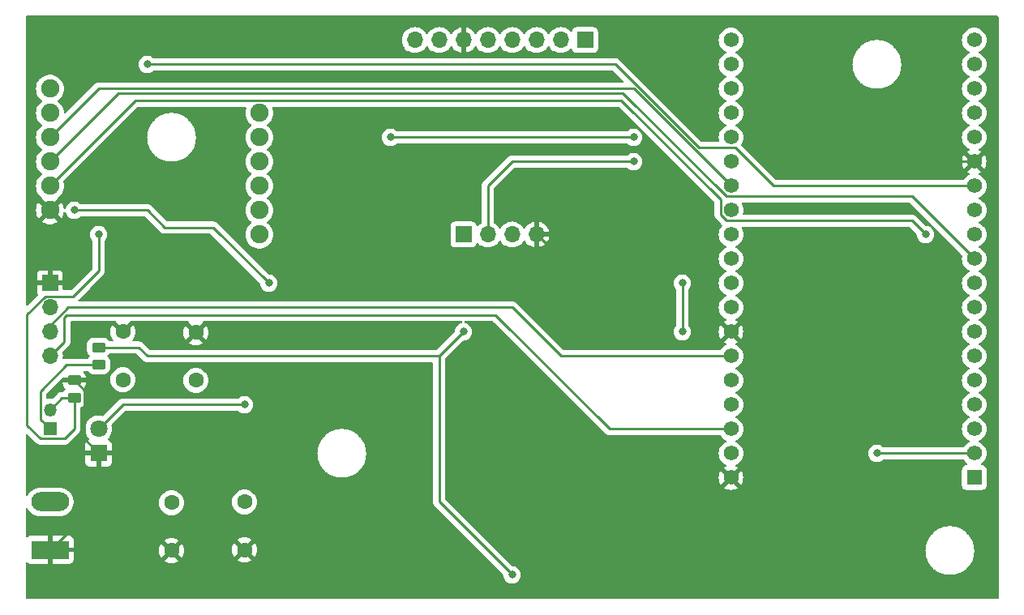
<source format=gbr>
%TF.GenerationSoftware,KiCad,Pcbnew,7.0.9*%
%TF.CreationDate,2024-06-26T15:28:39+02:00*%
%TF.ProjectId,esp32-with-gsm,65737033-322d-4776-9974-682d67736d2e,rev?*%
%TF.SameCoordinates,Original*%
%TF.FileFunction,Copper,L2,Bot*%
%TF.FilePolarity,Positive*%
%FSLAX46Y46*%
G04 Gerber Fmt 4.6, Leading zero omitted, Abs format (unit mm)*
G04 Created by KiCad (PCBNEW 7.0.9) date 2024-06-26 15:28:39*
%MOMM*%
%LPD*%
G01*
G04 APERTURE LIST*
G04 Aperture macros list*
%AMRoundRect*
0 Rectangle with rounded corners*
0 $1 Rounding radius*
0 $2 $3 $4 $5 $6 $7 $8 $9 X,Y pos of 4 corners*
0 Add a 4 corners polygon primitive as box body*
4,1,4,$2,$3,$4,$5,$6,$7,$8,$9,$2,$3,0*
0 Add four circle primitives for the rounded corners*
1,1,$1+$1,$2,$3*
1,1,$1+$1,$4,$5*
1,1,$1+$1,$6,$7*
1,1,$1+$1,$8,$9*
0 Add four rect primitives between the rounded corners*
20,1,$1+$1,$2,$3,$4,$5,0*
20,1,$1+$1,$4,$5,$6,$7,0*
20,1,$1+$1,$6,$7,$8,$9,0*
20,1,$1+$1,$8,$9,$2,$3,0*%
G04 Aperture macros list end*
%TA.AperFunction,ComponentPad*%
%ADD10C,1.600000*%
%TD*%
%TA.AperFunction,ComponentPad*%
%ADD11C,1.900000*%
%TD*%
%TA.AperFunction,ComponentPad*%
%ADD12R,1.350000X1.350000*%
%TD*%
%TA.AperFunction,ComponentPad*%
%ADD13O,1.350000X1.350000*%
%TD*%
%TA.AperFunction,ComponentPad*%
%ADD14R,1.700000X1.700000*%
%TD*%
%TA.AperFunction,ComponentPad*%
%ADD15O,1.700000X1.700000*%
%TD*%
%TA.AperFunction,ComponentPad*%
%ADD16R,1.560000X1.560000*%
%TD*%
%TA.AperFunction,ComponentPad*%
%ADD17C,1.560000*%
%TD*%
%TA.AperFunction,ComponentPad*%
%ADD18R,1.800000X1.800000*%
%TD*%
%TA.AperFunction,ComponentPad*%
%ADD19C,1.800000*%
%TD*%
%TA.AperFunction,ComponentPad*%
%ADD20R,3.960000X1.980000*%
%TD*%
%TA.AperFunction,ComponentPad*%
%ADD21O,3.960000X1.980000*%
%TD*%
%TA.AperFunction,SMDPad,CuDef*%
%ADD22RoundRect,0.250000X-0.450000X0.262500X-0.450000X-0.262500X0.450000X-0.262500X0.450000X0.262500X0*%
%TD*%
%TA.AperFunction,SMDPad,CuDef*%
%ADD23RoundRect,0.250000X0.450000X-0.262500X0.450000X0.262500X-0.450000X0.262500X-0.450000X-0.262500X0*%
%TD*%
%TA.AperFunction,ViaPad*%
%ADD24C,0.800000*%
%TD*%
%TA.AperFunction,Conductor*%
%ADD25C,0.250000*%
%TD*%
G04 APERTURE END LIST*
D10*
%TO.P,C1,1*%
%TO.N,GND*%
X114300000Y-106680000D03*
%TO.P,C1,2*%
%TO.N,+5V*%
X114300000Y-101680000D03*
%TD*%
D11*
%TO.P,U2,1,NET*%
%TO.N,unconnected-(U2-NET-Pad1)*%
X101600000Y-58420000D03*
%TO.P,U2,2,VCC*%
%TO.N,+4V3*%
X101600000Y-60960000D03*
%TO.P,U2,3,RST*%
%TO.N,GSM-RST*%
X101600000Y-63500000D03*
%TO.P,U2,4,RXD*%
%TO.N,GSM-RX*%
X101600000Y-66040000D03*
%TO.P,U2,5,TXD*%
%TO.N,GSM-TX*%
X101600000Y-68580000D03*
%TO.P,U2,6,GND*%
%TO.N,GND*%
X101600000Y-71120000D03*
%TO.P,U2,7,SPK-*%
%TO.N,unconnected-(U2-SPK--Pad7)*%
X123470000Y-73660000D03*
%TO.P,U2,8,SPK+*%
%TO.N,unconnected-(U2-SPK+-Pad8)*%
X123470000Y-71120000D03*
%TO.P,U2,9,MIC-*%
%TO.N,unconnected-(U2-MIC--Pad9)*%
X123470000Y-68580000D03*
%TO.P,U2,10,MIC+*%
%TO.N,unconnected-(U2-MIC+-Pad10)*%
X123470000Y-66040000D03*
%TO.P,U2,11,DTR*%
%TO.N,unconnected-(U2-DTR-Pad11)*%
X123470000Y-63500000D03*
%TO.P,U2,12,RING*%
%TO.N,unconnected-(U2-RING-Pad12)*%
X123470000Y-60960000D03*
%TD*%
D10*
%TO.P,C2,1*%
%TO.N,GND*%
X121920000Y-106600000D03*
%TO.P,C2,2*%
%TO.N,+5V*%
X121920000Y-101600000D03*
%TD*%
D12*
%TO.P,CFG1,1,1*%
%TO.N,Net-(CFG1-Pad1)*%
X101600000Y-93980000D03*
D13*
%TO.P,CFG1,2,2*%
%TO.N,CFG-BTN*%
X101600000Y-91980000D03*
%TD*%
D14*
%TO.P,J1,1,Pin_1*%
%TO.N,GND*%
X101600000Y-78740000D03*
D15*
%TO.P,J1,2,Pin_2*%
%TO.N,+5V*%
X101600000Y-81280000D03*
%TO.P,J1,3,Pin_3*%
%TO.N,LCD-SDA*%
X101600000Y-83820000D03*
%TO.P,J1,4,Pin_4*%
%TO.N,LCD-SCL*%
X101600000Y-86360000D03*
%TD*%
D16*
%TO.P,U1,J2-1,3V3*%
%TO.N,+3V3*%
X198120000Y-99060000D03*
D17*
%TO.P,U1,J2-2,EN*%
%TO.N,EN*%
X198120000Y-96520000D03*
%TO.P,U1,J2-3,SENSOR_VP*%
%TO.N,unconnected-(U1-SENSOR_VP-PadJ2-3)*%
X198120000Y-93980000D03*
%TO.P,U1,J2-4,SENSOR_VN*%
%TO.N,unconnected-(U1-SENSOR_VN-PadJ2-4)*%
X198120000Y-91440000D03*
%TO.P,U1,J2-5,IO34*%
%TO.N,unconnected-(U1-IO34-PadJ2-5)*%
X198120000Y-88900000D03*
%TO.P,U1,J2-6,IO35*%
%TO.N,unconnected-(U1-IO35-PadJ2-6)*%
X198120000Y-86360000D03*
%TO.P,U1,J2-7,IO32*%
%TO.N,unconnected-(U1-IO32-PadJ2-7)*%
X198120000Y-83820000D03*
%TO.P,U1,J2-8,IO33*%
%TO.N,unconnected-(U1-IO33-PadJ2-8)*%
X198120000Y-81280000D03*
%TO.P,U1,J2-9,IO25*%
%TO.N,unconnected-(U1-IO25-PadJ2-9)*%
X198120000Y-78740000D03*
%TO.P,U1,J2-10,IO26*%
%TO.N,GSM-RX*%
X198120000Y-76200000D03*
%TO.P,U1,J2-11,IO27*%
%TO.N,GSM-TX*%
X198120000Y-73660000D03*
%TO.P,U1,J2-12,IO14*%
%TO.N,unconnected-(U1-IO14-PadJ2-12)*%
X198120000Y-71120000D03*
%TO.P,U1,J2-13,IO12*%
%TO.N,CFG-BTN*%
X198120000Y-68580000D03*
%TO.P,U1,J2-14,GND1*%
%TO.N,GND*%
X198120000Y-66040000D03*
%TO.P,U1,J2-15,IO13*%
%TO.N,unconnected-(U1-IO13-PadJ2-15)*%
X198120000Y-63500000D03*
%TO.P,U1,J2-16,SD2*%
%TO.N,unconnected-(U1-SD2-PadJ2-16)*%
X198120000Y-60960000D03*
%TO.P,U1,J2-17,SD3*%
%TO.N,unconnected-(U1-SD3-PadJ2-17)*%
X198120000Y-58420000D03*
%TO.P,U1,J2-18,CMD*%
%TO.N,unconnected-(U1-CMD-PadJ2-18)*%
X198120000Y-55880000D03*
%TO.P,U1,J2-19,EXT_5V*%
%TO.N,+5V*%
X198120000Y-53340000D03*
%TO.P,U1,J3-1,GND3*%
%TO.N,GND*%
X172720000Y-99060000D03*
%TO.P,U1,J3-2,IO23*%
%TO.N,SD-MOSI*%
X172720000Y-96520000D03*
%TO.P,U1,J3-3,IO22*%
%TO.N,LCD-SCL*%
X172720000Y-93980000D03*
%TO.P,U1,J3-4,TXD0*%
%TO.N,unconnected-(U1-TXD0-PadJ3-4)*%
X172720000Y-91440000D03*
%TO.P,U1,J3-5,RXD0*%
%TO.N,unconnected-(U1-RXD0-PadJ3-5)*%
X172720000Y-88900000D03*
%TO.P,U1,J3-6,IO21*%
%TO.N,LCD-SDA*%
X172720000Y-86360000D03*
%TO.P,U1,J3-7,GND2*%
%TO.N,GND*%
X172720000Y-83820000D03*
%TO.P,U1,J3-8,IO19*%
%TO.N,SD-MISO*%
X172720000Y-81280000D03*
%TO.P,U1,J3-9,IO18*%
%TO.N,SD-SCK*%
X172720000Y-78740000D03*
%TO.P,U1,J3-10,IO5*%
%TO.N,SD-CS-1*%
X172720000Y-76200000D03*
%TO.P,U1,J3-11,IO17*%
%TO.N,unconnected-(U1-IO17-PadJ3-11)*%
X172720000Y-73660000D03*
%TO.P,U1,J3-12,IO16*%
%TO.N,unconnected-(U1-IO16-PadJ3-12)*%
X172720000Y-71120000D03*
%TO.P,U1,J3-13,IO4*%
%TO.N,GSM-RST*%
X172720000Y-68580000D03*
%TO.P,U1,J3-14,IO0*%
%TO.N,BUZZ*%
X172720000Y-66040000D03*
%TO.P,U1,J3-15,IO2*%
%TO.N,LED*%
X172720000Y-63500000D03*
%TO.P,U1,J3-16,IO15*%
%TO.N,unconnected-(U1-IO15-PadJ3-16)*%
X172720000Y-60960000D03*
%TO.P,U1,J3-17,SD1*%
%TO.N,unconnected-(U1-SD1-PadJ3-17)*%
X172720000Y-58420000D03*
%TO.P,U1,J3-18,SD0*%
%TO.N,unconnected-(U1-SD0-PadJ3-18)*%
X172720000Y-55880000D03*
%TO.P,U1,J3-19,CLK*%
%TO.N,unconnected-(U1-CLK-PadJ3-19)*%
X172720000Y-53340000D03*
%TD*%
D14*
%TO.P,J4,1,Pin_1*%
%TO.N,unconnected-(J4-Pin_1-Pad1)*%
X144780000Y-73660000D03*
D15*
%TO.P,J4,2,Pin_2*%
%TO.N,BUZZ*%
X147320000Y-73660000D03*
%TO.P,J4,3,Pin_3*%
%TO.N,+3V3*%
X149860000Y-73660000D03*
%TO.P,J4,4,Pin_4*%
%TO.N,GND*%
X152400000Y-73660000D03*
%TD*%
D10*
%TO.P,C3,1*%
%TO.N,GND*%
X116840000Y-83900000D03*
%TO.P,C3,2*%
%TO.N,+4V3*%
X116840000Y-88900000D03*
%TD*%
D18*
%TO.P,D3,1,K*%
%TO.N,GND*%
X106680000Y-96520000D03*
D19*
%TO.P,D3,2,A*%
%TO.N,Net-(D3-A)*%
X106680000Y-93980000D03*
%TD*%
D20*
%TO.P,J5,1,Pin_1*%
%TO.N,GND*%
X101600000Y-106600000D03*
D21*
%TO.P,J5,2,Pin_2*%
%TO.N,+5V*%
X101600000Y-101600000D03*
%TD*%
D10*
%TO.P,C4,1*%
%TO.N,GND*%
X109220000Y-83820000D03*
%TO.P,C4,2*%
%TO.N,+4V3*%
X109220000Y-88820000D03*
%TD*%
D14*
%TO.P,J3,1,Pin_1*%
%TO.N,SD-CS-1*%
X157480000Y-53340000D03*
D15*
%TO.P,J3,2,Pin_2*%
%TO.N,SD-SCK*%
X154940000Y-53340000D03*
%TO.P,J3,3,Pin_3*%
%TO.N,SD-MOSI*%
X152400000Y-53340000D03*
%TO.P,J3,4,Pin_4*%
%TO.N,SD-MISO*%
X149860000Y-53340000D03*
%TO.P,J3,5,Pin_5*%
%TO.N,unconnected-(J3-Pin_5-Pad5)*%
X147320000Y-53340000D03*
%TO.P,J3,6,Pin_6*%
%TO.N,GND*%
X144780000Y-53340000D03*
%TO.P,J3,7,Pin_7*%
%TO.N,EN*%
X142240000Y-53340000D03*
%TO.P,J3,8,Pin_8*%
%TO.N,+3V3*%
X139700000Y-53340000D03*
%TD*%
D22*
%TO.P,R1,1*%
%TO.N,+3V3*%
X106680000Y-85447500D03*
%TO.P,R1,2*%
%TO.N,Net-(CFG1-Pad1)*%
X106680000Y-87272500D03*
%TD*%
D23*
%TO.P,R2,1*%
%TO.N,CFG-BTN*%
X104140000Y-90725000D03*
%TO.P,R2,2*%
%TO.N,GND*%
X104140000Y-88900000D03*
%TD*%
D24*
%TO.N,GND*%
X165100000Y-81280000D03*
X152400000Y-68580000D03*
X180340000Y-66040000D03*
%TO.N,+4V3*%
X124460000Y-78740000D03*
X104140000Y-71120000D03*
%TO.N,CFG-BTN*%
X111760000Y-55880000D03*
X106680000Y-73660000D03*
%TO.N,Net-(D3-A)*%
X121920000Y-91440000D03*
%TO.N,SD-MOSI*%
X167640000Y-78740000D03*
X167640000Y-83820000D03*
%TO.N,EN*%
X187960000Y-96520000D03*
%TO.N,+3V3*%
X149860000Y-109220000D03*
X144780000Y-83820000D03*
%TO.N,BUZZ*%
X162560000Y-66040000D03*
%TO.N,LED*%
X137160000Y-63500000D03*
X162560000Y-63500000D03*
%TO.N,GSM-TX*%
X193040000Y-73660000D03*
%TD*%
D25*
%TO.N,GND*%
X106680000Y-96520000D02*
X106680000Y-101520000D01*
X105165000Y-89925000D02*
X105165000Y-95005000D01*
X106680000Y-101520000D02*
X101600000Y-106600000D01*
X198120000Y-66040000D02*
X180340000Y-66040000D01*
X104140000Y-88900000D02*
X105165000Y-89925000D01*
X105165000Y-95005000D02*
X106680000Y-96520000D01*
X160020000Y-81280000D02*
X165100000Y-81280000D01*
X152400000Y-73660000D02*
X160020000Y-81280000D01*
X152400000Y-73660000D02*
X152400000Y-68580000D01*
%TO.N,+4V3*%
X124460000Y-78740000D02*
X118655000Y-72935000D01*
X113575000Y-72935000D02*
X111760000Y-71120000D01*
X118655000Y-72935000D02*
X113575000Y-72935000D01*
X111760000Y-71120000D02*
X104140000Y-71120000D01*
%TO.N,Net-(CFG1-Pad1)*%
X106680000Y-87272500D02*
X103352500Y-87272500D01*
X103352500Y-87272500D02*
X100600000Y-90025000D01*
X100600000Y-92980000D02*
X101600000Y-93980000D01*
X100600000Y-90025000D02*
X100600000Y-92980000D01*
%TO.N,CFG-BTN*%
X106680000Y-73660000D02*
X106680000Y-77467208D01*
X173177706Y-64605000D02*
X169381396Y-64605000D01*
X104140000Y-90725000D02*
X102855000Y-90725000D01*
X177152706Y-68580000D02*
X173177706Y-64605000D01*
X99185000Y-93565000D02*
X100600000Y-94980000D01*
X99185000Y-82033299D02*
X99185000Y-93565000D01*
X100600000Y-94980000D02*
X103140000Y-94980000D01*
X104140000Y-93980000D02*
X104140000Y-90725000D01*
X160656396Y-55880000D02*
X111760000Y-55880000D01*
X198120000Y-68580000D02*
X177152706Y-68580000D01*
X103140000Y-94980000D02*
X104140000Y-93980000D01*
X101113299Y-80105000D02*
X99185000Y-82033299D01*
X104042208Y-80105000D02*
X101113299Y-80105000D01*
X106680000Y-77467208D02*
X104042208Y-80105000D01*
X102855000Y-90725000D02*
X101600000Y-91980000D01*
X169381396Y-64605000D02*
X160656396Y-55880000D01*
%TO.N,Net-(D3-A)*%
X109220000Y-91440000D02*
X106680000Y-93980000D01*
X121920000Y-91440000D02*
X109220000Y-91440000D01*
%TO.N,LCD-SDA*%
X103503604Y-81280000D02*
X149860000Y-81280000D01*
X149860000Y-81280000D02*
X154940000Y-86360000D01*
X101600000Y-83183604D02*
X103503604Y-81280000D01*
X154940000Y-86360000D02*
X172720000Y-86360000D01*
X101600000Y-83820000D02*
X101600000Y-83183604D01*
%TO.N,LCD-SCL*%
X160020000Y-93980000D02*
X172720000Y-93980000D01*
X148110000Y-82070000D02*
X160020000Y-93980000D01*
X103350000Y-82070000D02*
X148110000Y-82070000D01*
X103115000Y-82305000D02*
X103350000Y-82070000D01*
X103115000Y-84845000D02*
X103115000Y-82305000D01*
X101600000Y-86360000D02*
X103115000Y-84845000D01*
%TO.N,SD-MOSI*%
X167640000Y-78740000D02*
X167640000Y-83820000D01*
%TO.N,EN*%
X187960000Y-96520000D02*
X198120000Y-96520000D01*
%TO.N,+3V3*%
X110847500Y-85447500D02*
X111760000Y-86360000D01*
X142240000Y-86360000D02*
X144780000Y-83820000D01*
X106680000Y-85447500D02*
X110847500Y-85447500D01*
X149860000Y-109220000D02*
X142240000Y-101600000D01*
X142240000Y-101600000D02*
X142240000Y-86360000D01*
X111760000Y-86360000D02*
X142240000Y-86360000D01*
%TO.N,BUZZ*%
X162560000Y-66040000D02*
X149860000Y-66040000D01*
X149860000Y-66040000D02*
X147320000Y-68580000D01*
X147320000Y-68580000D02*
X147320000Y-73660000D01*
%TO.N,LED*%
X162560000Y-63500000D02*
X137160000Y-63500000D01*
%TO.N,GSM-RX*%
X161447294Y-58870000D02*
X172262294Y-69685000D01*
X108770000Y-58870000D02*
X161447294Y-58870000D01*
X101600000Y-66040000D02*
X108770000Y-58870000D01*
X191605000Y-69685000D02*
X198120000Y-76200000D01*
X172262294Y-69685000D02*
X191605000Y-69685000D01*
%TO.N,GSM-TX*%
X191605000Y-72225000D02*
X193040000Y-73660000D01*
X110495000Y-59685000D02*
X161285000Y-59685000D01*
X161285000Y-59685000D02*
X171615000Y-70015000D01*
X172262294Y-72225000D02*
X191605000Y-72225000D01*
X171615000Y-71577706D02*
X172262294Y-72225000D01*
X171615000Y-70015000D02*
X171615000Y-71577706D01*
X101600000Y-68580000D02*
X110495000Y-59685000D01*
%TO.N,GSM-RST*%
X106680000Y-58420000D02*
X162560000Y-58420000D01*
X162560000Y-58420000D02*
X172720000Y-68580000D01*
X101600000Y-63500000D02*
X106680000Y-58420000D01*
%TD*%
%TA.AperFunction,Conductor*%
%TO.N,GND*%
G36*
X200602539Y-50820185D02*
G01*
X200648294Y-50872989D01*
X200659500Y-50924500D01*
X200659500Y-111635500D01*
X200639815Y-111702539D01*
X200587011Y-111748294D01*
X200535500Y-111759500D01*
X99184500Y-111759500D01*
X99117461Y-111739815D01*
X99071706Y-111687011D01*
X99060500Y-111635500D01*
X99060500Y-108043460D01*
X99080185Y-107976421D01*
X99132989Y-107930666D01*
X99202147Y-107920722D01*
X99258812Y-107944194D01*
X99377910Y-108033352D01*
X99377913Y-108033354D01*
X99512620Y-108083596D01*
X99512627Y-108083598D01*
X99572155Y-108089999D01*
X99572172Y-108090000D01*
X101350000Y-108090000D01*
X101350000Y-107211057D01*
X101440892Y-107245528D01*
X101560081Y-107260000D01*
X101639919Y-107260000D01*
X101759108Y-107245528D01*
X101850000Y-107211057D01*
X101850000Y-108090000D01*
X103627828Y-108090000D01*
X103627844Y-108089999D01*
X103687372Y-108083598D01*
X103687379Y-108083596D01*
X103822086Y-108033354D01*
X103822093Y-108033350D01*
X103937187Y-107947190D01*
X103937190Y-107947187D01*
X104023350Y-107832093D01*
X104023354Y-107832086D01*
X104073596Y-107697379D01*
X104073598Y-107697372D01*
X104079999Y-107637844D01*
X104080000Y-107637827D01*
X104080000Y-106850000D01*
X102214168Y-106850000D01*
X102221643Y-106835758D01*
X102260000Y-106680138D01*
X102260000Y-106680002D01*
X112995034Y-106680002D01*
X113014858Y-106906599D01*
X113014860Y-106906610D01*
X113073730Y-107126317D01*
X113073734Y-107126326D01*
X113169865Y-107332481D01*
X113169866Y-107332483D01*
X113220973Y-107405471D01*
X113220974Y-107405472D01*
X113902046Y-106724399D01*
X113914835Y-106805148D01*
X113972359Y-106918045D01*
X114061955Y-107007641D01*
X114174852Y-107065165D01*
X114255599Y-107077953D01*
X113574526Y-107759025D01*
X113574526Y-107759026D01*
X113647512Y-107810131D01*
X113647516Y-107810133D01*
X113853673Y-107906265D01*
X113853682Y-107906269D01*
X114073389Y-107965139D01*
X114073400Y-107965141D01*
X114299998Y-107984966D01*
X114300002Y-107984966D01*
X114526599Y-107965141D01*
X114526610Y-107965139D01*
X114746317Y-107906269D01*
X114746331Y-107906264D01*
X114952478Y-107810136D01*
X115025472Y-107759025D01*
X114344401Y-107077953D01*
X114425148Y-107065165D01*
X114538045Y-107007641D01*
X114627641Y-106918045D01*
X114685165Y-106805148D01*
X114697953Y-106724400D01*
X115379025Y-107405472D01*
X115430136Y-107332478D01*
X115526264Y-107126331D01*
X115526269Y-107126317D01*
X115585139Y-106906610D01*
X115585141Y-106906599D01*
X115604966Y-106680002D01*
X115604966Y-106679997D01*
X115597967Y-106600002D01*
X120615034Y-106600002D01*
X120634858Y-106826599D01*
X120634860Y-106826610D01*
X120693730Y-107046317D01*
X120693734Y-107046326D01*
X120789865Y-107252481D01*
X120789866Y-107252483D01*
X120840973Y-107325471D01*
X120840974Y-107325472D01*
X121522046Y-106644399D01*
X121534835Y-106725148D01*
X121592359Y-106838045D01*
X121681955Y-106927641D01*
X121794852Y-106985165D01*
X121875599Y-106997953D01*
X121194526Y-107679025D01*
X121194526Y-107679026D01*
X121267512Y-107730131D01*
X121267516Y-107730133D01*
X121473673Y-107826265D01*
X121473682Y-107826269D01*
X121693389Y-107885139D01*
X121693400Y-107885141D01*
X121919998Y-107904966D01*
X121920002Y-107904966D01*
X122146599Y-107885141D01*
X122146610Y-107885139D01*
X122366317Y-107826269D01*
X122366331Y-107826264D01*
X122572478Y-107730136D01*
X122645472Y-107679025D01*
X121964401Y-106997953D01*
X122045148Y-106985165D01*
X122158045Y-106927641D01*
X122247641Y-106838045D01*
X122305165Y-106725148D01*
X122317953Y-106644400D01*
X122999025Y-107325472D01*
X123050136Y-107252478D01*
X123146264Y-107046331D01*
X123146269Y-107046317D01*
X123205139Y-106826610D01*
X123205141Y-106826599D01*
X123224966Y-106600002D01*
X123224966Y-106599997D01*
X123205141Y-106373400D01*
X123205139Y-106373389D01*
X123146269Y-106153682D01*
X123146265Y-106153673D01*
X123050133Y-105947516D01*
X123050131Y-105947512D01*
X122999026Y-105874526D01*
X122999025Y-105874526D01*
X122317953Y-106555598D01*
X122305165Y-106474852D01*
X122247641Y-106361955D01*
X122158045Y-106272359D01*
X122045148Y-106214835D01*
X121964400Y-106202046D01*
X122645472Y-105520974D01*
X122645471Y-105520973D01*
X122572483Y-105469866D01*
X122572481Y-105469865D01*
X122366326Y-105373734D01*
X122366317Y-105373730D01*
X122146610Y-105314860D01*
X122146599Y-105314858D01*
X121920002Y-105295034D01*
X121919998Y-105295034D01*
X121693400Y-105314858D01*
X121693389Y-105314860D01*
X121473682Y-105373730D01*
X121473673Y-105373734D01*
X121267513Y-105469868D01*
X121194527Y-105520972D01*
X121194526Y-105520973D01*
X121875600Y-106202046D01*
X121794852Y-106214835D01*
X121681955Y-106272359D01*
X121592359Y-106361955D01*
X121534835Y-106474852D01*
X121522046Y-106555599D01*
X120840973Y-105874526D01*
X120840972Y-105874527D01*
X120789868Y-105947513D01*
X120693734Y-106153673D01*
X120693730Y-106153682D01*
X120634860Y-106373389D01*
X120634858Y-106373400D01*
X120615034Y-106599997D01*
X120615034Y-106600002D01*
X115597967Y-106600002D01*
X115585141Y-106453400D01*
X115585139Y-106453389D01*
X115526269Y-106233682D01*
X115526265Y-106233673D01*
X115430133Y-106027516D01*
X115430131Y-106027512D01*
X115379026Y-105954526D01*
X115379025Y-105954526D01*
X114697953Y-106635598D01*
X114685165Y-106554852D01*
X114627641Y-106441955D01*
X114538045Y-106352359D01*
X114425148Y-106294835D01*
X114344400Y-106282046D01*
X115025472Y-105600974D01*
X115025471Y-105600973D01*
X114952483Y-105549866D01*
X114952481Y-105549865D01*
X114746326Y-105453734D01*
X114746317Y-105453730D01*
X114526610Y-105394860D01*
X114526599Y-105394858D01*
X114300002Y-105375034D01*
X114299998Y-105375034D01*
X114073400Y-105394858D01*
X114073389Y-105394860D01*
X113853682Y-105453730D01*
X113853673Y-105453734D01*
X113647513Y-105549868D01*
X113574527Y-105600972D01*
X113574526Y-105600973D01*
X114255600Y-106282046D01*
X114174852Y-106294835D01*
X114061955Y-106352359D01*
X113972359Y-106441955D01*
X113914835Y-106554852D01*
X113902046Y-106635599D01*
X113220973Y-105954526D01*
X113220972Y-105954527D01*
X113169868Y-106027513D01*
X113073734Y-106233673D01*
X113073730Y-106233682D01*
X113014860Y-106453389D01*
X113014858Y-106453400D01*
X112995034Y-106679997D01*
X112995034Y-106680002D01*
X102260000Y-106680002D01*
X102260000Y-106519862D01*
X102221643Y-106364242D01*
X102214168Y-106350000D01*
X104080000Y-106350000D01*
X104080000Y-105562172D01*
X104079999Y-105562155D01*
X104073598Y-105502627D01*
X104073596Y-105502620D01*
X104023354Y-105367913D01*
X104023350Y-105367906D01*
X103937190Y-105252812D01*
X103937187Y-105252809D01*
X103822093Y-105166649D01*
X103822086Y-105166645D01*
X103687379Y-105116403D01*
X103687372Y-105116401D01*
X103627844Y-105110000D01*
X101850000Y-105110000D01*
X101850000Y-105988942D01*
X101759108Y-105954472D01*
X101639919Y-105940000D01*
X101560081Y-105940000D01*
X101440892Y-105954472D01*
X101350000Y-105988942D01*
X101350000Y-105110000D01*
X99572155Y-105110000D01*
X99512627Y-105116401D01*
X99512620Y-105116403D01*
X99377913Y-105166645D01*
X99377906Y-105166649D01*
X99258811Y-105255805D01*
X99193347Y-105280223D01*
X99125074Y-105265372D01*
X99075668Y-105215967D01*
X99060500Y-105156539D01*
X99060500Y-102358088D01*
X99080185Y-102291049D01*
X99132989Y-102245294D01*
X99202147Y-102235350D01*
X99265703Y-102264375D01*
X99293555Y-102299071D01*
X99357925Y-102418017D01*
X99357932Y-102418028D01*
X99509639Y-102612941D01*
X99509641Y-102612943D01*
X99509645Y-102612948D01*
X99691379Y-102780245D01*
X99898169Y-102915348D01*
X100124377Y-103014572D01*
X100363831Y-103075210D01*
X100548355Y-103090500D01*
X100548357Y-103090500D01*
X102651643Y-103090500D01*
X102651645Y-103090500D01*
X102836169Y-103075210D01*
X103075623Y-103014572D01*
X103301831Y-102915348D01*
X103508621Y-102780245D01*
X103690355Y-102612948D01*
X103825634Y-102439141D01*
X103842067Y-102418028D01*
X103842071Y-102418022D01*
X103842073Y-102418020D01*
X103959638Y-102200779D01*
X104039843Y-101967150D01*
X104080500Y-101723506D01*
X104080500Y-101680001D01*
X112994532Y-101680001D01*
X113014364Y-101906686D01*
X113014366Y-101906697D01*
X113073258Y-102126488D01*
X113073261Y-102126497D01*
X113169431Y-102332732D01*
X113169432Y-102332734D01*
X113299954Y-102519141D01*
X113460858Y-102680045D01*
X113460861Y-102680047D01*
X113647266Y-102810568D01*
X113853504Y-102906739D01*
X114073308Y-102965635D01*
X114235230Y-102979801D01*
X114299998Y-102985468D01*
X114300000Y-102985468D01*
X114300002Y-102985468D01*
X114356673Y-102980509D01*
X114526692Y-102965635D01*
X114746496Y-102906739D01*
X114952734Y-102810568D01*
X115139139Y-102680047D01*
X115300047Y-102519139D01*
X115430568Y-102332734D01*
X115526739Y-102126496D01*
X115585635Y-101906692D01*
X115605468Y-101680000D01*
X115601912Y-101639360D01*
X115599801Y-101615230D01*
X115598469Y-101600001D01*
X120614532Y-101600001D01*
X120634364Y-101826686D01*
X120634366Y-101826697D01*
X120693258Y-102046488D01*
X120693261Y-102046497D01*
X120789431Y-102252732D01*
X120789432Y-102252734D01*
X120919954Y-102439141D01*
X121080858Y-102600045D01*
X121080861Y-102600047D01*
X121267266Y-102730568D01*
X121473504Y-102826739D01*
X121693308Y-102885635D01*
X121855230Y-102899801D01*
X121919998Y-102905468D01*
X121920000Y-102905468D01*
X121920002Y-102905468D01*
X121976673Y-102900509D01*
X122146692Y-102885635D01*
X122366496Y-102826739D01*
X122572734Y-102730568D01*
X122759139Y-102600047D01*
X122920047Y-102439139D01*
X123050568Y-102252734D01*
X123146739Y-102046496D01*
X123205635Y-101826692D01*
X123225468Y-101600000D01*
X123205635Y-101373308D01*
X123146739Y-101153504D01*
X123050568Y-100947266D01*
X122934835Y-100781980D01*
X122920045Y-100760858D01*
X122759141Y-100599954D01*
X122572734Y-100469432D01*
X122572732Y-100469431D01*
X122366497Y-100373261D01*
X122366488Y-100373258D01*
X122146697Y-100314366D01*
X122146693Y-100314365D01*
X122146692Y-100314365D01*
X122146691Y-100314364D01*
X122146686Y-100314364D01*
X121920002Y-100294532D01*
X121919998Y-100294532D01*
X121693313Y-100314364D01*
X121693302Y-100314366D01*
X121473511Y-100373258D01*
X121473502Y-100373261D01*
X121267267Y-100469431D01*
X121267265Y-100469432D01*
X121080858Y-100599954D01*
X120919954Y-100760858D01*
X120789432Y-100947265D01*
X120789431Y-100947267D01*
X120693261Y-101153502D01*
X120693258Y-101153511D01*
X120634366Y-101373302D01*
X120634364Y-101373313D01*
X120614532Y-101599998D01*
X120614532Y-101600001D01*
X115598469Y-101600001D01*
X115585635Y-101453308D01*
X115526739Y-101233504D01*
X115430568Y-101027266D01*
X115300047Y-100840861D01*
X115300045Y-100840858D01*
X115139141Y-100679954D01*
X114952734Y-100549432D01*
X114952732Y-100549431D01*
X114746497Y-100453261D01*
X114746488Y-100453258D01*
X114526697Y-100394366D01*
X114526693Y-100394365D01*
X114526692Y-100394365D01*
X114526691Y-100394364D01*
X114526686Y-100394364D01*
X114300002Y-100374532D01*
X114299998Y-100374532D01*
X114073313Y-100394364D01*
X114073302Y-100394366D01*
X113853511Y-100453258D01*
X113853502Y-100453261D01*
X113647267Y-100549431D01*
X113647265Y-100549432D01*
X113460858Y-100679954D01*
X113299954Y-100840858D01*
X113169432Y-101027265D01*
X113169431Y-101027267D01*
X113073261Y-101233502D01*
X113073258Y-101233511D01*
X113014366Y-101453302D01*
X113014364Y-101453313D01*
X112994532Y-101679998D01*
X112994532Y-101680001D01*
X104080500Y-101680001D01*
X104080500Y-101476494D01*
X104039843Y-101232850D01*
X104012603Y-101153504D01*
X103969266Y-101027266D01*
X103959638Y-100999221D01*
X103842073Y-100781980D01*
X103842071Y-100781977D01*
X103842067Y-100781971D01*
X103690360Y-100587058D01*
X103690357Y-100587055D01*
X103690355Y-100587052D01*
X103508621Y-100419755D01*
X103508618Y-100419753D01*
X103508617Y-100419752D01*
X103394030Y-100344889D01*
X103301831Y-100284652D01*
X103301828Y-100284650D01*
X103301827Y-100284650D01*
X103075623Y-100185428D01*
X102836165Y-100124789D01*
X102688297Y-100112537D01*
X102651645Y-100109500D01*
X100548355Y-100109500D01*
X100515014Y-100112262D01*
X100363834Y-100124789D01*
X100124376Y-100185428D01*
X99898172Y-100284650D01*
X99691382Y-100419752D01*
X99637416Y-100469431D01*
X99550512Y-100549432D01*
X99509642Y-100587055D01*
X99509639Y-100587058D01*
X99357932Y-100781971D01*
X99357928Y-100781977D01*
X99293555Y-100900929D01*
X99244335Y-100950519D01*
X99176119Y-100965627D01*
X99110563Y-100941457D01*
X99068482Y-100885681D01*
X99060500Y-100841911D01*
X99060500Y-94624452D01*
X99080185Y-94557413D01*
X99132989Y-94511658D01*
X99202147Y-94501714D01*
X99265703Y-94530739D01*
X99272178Y-94536768D01*
X99700074Y-94964665D01*
X100099197Y-95363788D01*
X100109022Y-95376051D01*
X100109243Y-95375869D01*
X100114214Y-95381878D01*
X100135043Y-95401437D01*
X100164635Y-95429226D01*
X100185529Y-95450120D01*
X100191011Y-95454373D01*
X100195443Y-95458157D01*
X100229418Y-95490062D01*
X100246976Y-95499714D01*
X100263235Y-95510395D01*
X100279064Y-95522673D01*
X100321838Y-95541182D01*
X100327056Y-95543738D01*
X100367908Y-95566197D01*
X100387316Y-95571180D01*
X100405717Y-95577480D01*
X100424104Y-95585437D01*
X100467488Y-95592308D01*
X100470119Y-95592725D01*
X100475839Y-95593909D01*
X100520981Y-95605500D01*
X100541016Y-95605500D01*
X100560414Y-95607026D01*
X100580194Y-95610159D01*
X100580195Y-95610160D01*
X100580195Y-95610159D01*
X100580196Y-95610160D01*
X100626584Y-95605775D01*
X100632422Y-95605500D01*
X103057257Y-95605500D01*
X103072877Y-95607224D01*
X103072904Y-95606939D01*
X103080660Y-95607671D01*
X103080667Y-95607673D01*
X103149814Y-95605500D01*
X103179350Y-95605500D01*
X103186228Y-95604630D01*
X103192041Y-95604172D01*
X103238627Y-95602709D01*
X103257869Y-95597117D01*
X103276912Y-95593174D01*
X103296792Y-95590664D01*
X103340122Y-95573507D01*
X103345646Y-95571617D01*
X103349396Y-95570527D01*
X103390390Y-95558618D01*
X103407629Y-95548422D01*
X103425103Y-95539862D01*
X103443727Y-95532488D01*
X103443727Y-95532487D01*
X103443732Y-95532486D01*
X103481449Y-95505082D01*
X103486305Y-95501892D01*
X103526420Y-95478170D01*
X103540589Y-95463999D01*
X103555379Y-95451368D01*
X103571587Y-95439594D01*
X103601299Y-95403676D01*
X103605212Y-95399376D01*
X104523786Y-94480802D01*
X104536048Y-94470980D01*
X104535865Y-94470759D01*
X104541867Y-94465792D01*
X104541877Y-94465786D01*
X104589241Y-94415348D01*
X104610120Y-94394470D01*
X104614373Y-94388986D01*
X104618150Y-94384563D01*
X104650062Y-94350582D01*
X104659714Y-94333023D01*
X104670389Y-94316772D01*
X104682674Y-94300936D01*
X104701186Y-94258152D01*
X104703742Y-94252935D01*
X104723639Y-94216745D01*
X104726194Y-94212098D01*
X104726194Y-94212097D01*
X104726197Y-94212092D01*
X104731180Y-94192680D01*
X104737477Y-94174291D01*
X104745438Y-94155895D01*
X104752729Y-94109853D01*
X104753908Y-94104162D01*
X104765500Y-94059019D01*
X104765500Y-94038983D01*
X104767027Y-94019582D01*
X104767030Y-94019563D01*
X104770160Y-93999804D01*
X104768289Y-93980006D01*
X105274700Y-93980006D01*
X105293864Y-94211297D01*
X105293866Y-94211308D01*
X105350842Y-94436300D01*
X105444075Y-94648848D01*
X105571018Y-94843150D01*
X105666167Y-94946510D01*
X105697089Y-95009164D01*
X105689228Y-95078590D01*
X105645081Y-95132746D01*
X105618271Y-95146674D01*
X105537911Y-95176646D01*
X105537906Y-95176649D01*
X105422812Y-95262809D01*
X105422809Y-95262812D01*
X105336649Y-95377906D01*
X105336645Y-95377913D01*
X105286403Y-95512620D01*
X105286401Y-95512627D01*
X105280000Y-95572155D01*
X105280000Y-96270000D01*
X106304722Y-96270000D01*
X106256375Y-96353740D01*
X106226190Y-96485992D01*
X106236327Y-96621265D01*
X106285887Y-96747541D01*
X106303797Y-96770000D01*
X105280000Y-96770000D01*
X105280000Y-97467844D01*
X105286401Y-97527372D01*
X105286403Y-97527379D01*
X105336645Y-97662086D01*
X105336649Y-97662093D01*
X105422809Y-97777187D01*
X105422812Y-97777190D01*
X105537906Y-97863350D01*
X105537913Y-97863354D01*
X105672620Y-97913596D01*
X105672627Y-97913598D01*
X105732155Y-97919999D01*
X105732172Y-97920000D01*
X106430000Y-97920000D01*
X106430000Y-96894189D01*
X106482547Y-96930016D01*
X106612173Y-96970000D01*
X106713724Y-96970000D01*
X106814138Y-96954865D01*
X106930000Y-96899068D01*
X106930000Y-97920000D01*
X107627828Y-97920000D01*
X107627844Y-97919999D01*
X107687372Y-97913598D01*
X107687379Y-97913596D01*
X107822086Y-97863354D01*
X107822093Y-97863350D01*
X107937187Y-97777190D01*
X107937190Y-97777187D01*
X108023350Y-97662093D01*
X108023354Y-97662086D01*
X108073596Y-97527379D01*
X108073598Y-97527372D01*
X108079999Y-97467844D01*
X108080000Y-97467827D01*
X108080000Y-96770000D01*
X107055278Y-96770000D01*
X107103625Y-96686260D01*
X107133810Y-96554008D01*
X107131262Y-96520000D01*
X129534477Y-96520000D01*
X129542384Y-96645692D01*
X129542506Y-96649561D01*
X129542506Y-96679648D01*
X129546276Y-96709495D01*
X129546642Y-96713372D01*
X129554547Y-96839024D01*
X129554549Y-96839041D01*
X129578145Y-96962738D01*
X129578754Y-96966584D01*
X129582523Y-96996415D01*
X129582524Y-96996419D01*
X129590003Y-97025551D01*
X129590849Y-97029336D01*
X129614448Y-97153043D01*
X129614450Y-97153050D01*
X129653359Y-97272800D01*
X129654445Y-97276539D01*
X129661926Y-97305673D01*
X129673002Y-97333652D01*
X129674320Y-97337314D01*
X129713231Y-97457067D01*
X129766850Y-97571013D01*
X129768389Y-97574569D01*
X129779465Y-97602543D01*
X129779470Y-97602556D01*
X129793954Y-97628901D01*
X129795723Y-97632372D01*
X129849339Y-97746311D01*
X129849342Y-97746317D01*
X129916812Y-97852633D01*
X129918795Y-97855985D01*
X129933284Y-97882341D01*
X129933289Y-97882349D01*
X129950971Y-97906687D01*
X129953160Y-97909908D01*
X129959565Y-97920000D01*
X130020629Y-98016221D01*
X130100901Y-98113253D01*
X130103273Y-98116311D01*
X130103276Y-98116316D01*
X130103279Y-98116319D01*
X130120960Y-98140655D01*
X130120963Y-98140660D01*
X130141551Y-98162584D01*
X130144127Y-98165505D01*
X130224390Y-98262526D01*
X130224399Y-98262536D01*
X130316173Y-98348716D01*
X130318913Y-98351455D01*
X130329403Y-98362626D01*
X130339530Y-98373411D01*
X130362715Y-98392591D01*
X130365636Y-98395166D01*
X130457421Y-98481357D01*
X130457431Y-98481365D01*
X130559294Y-98555373D01*
X130562372Y-98557761D01*
X130573580Y-98567032D01*
X130585550Y-98576935D01*
X130585552Y-98576936D01*
X130585553Y-98576937D01*
X130610960Y-98593061D01*
X130614165Y-98595239D01*
X130716041Y-98669256D01*
X130826419Y-98729937D01*
X130829720Y-98731889D01*
X130855136Y-98748019D01*
X130882372Y-98760835D01*
X130885796Y-98762580D01*
X130996169Y-98823258D01*
X130996174Y-98823260D01*
X130996176Y-98823261D01*
X130996177Y-98823262D01*
X131113247Y-98869613D01*
X131116821Y-98871159D01*
X131144039Y-98883967D01*
X131172677Y-98893272D01*
X131176308Y-98894580D01*
X131293390Y-98940936D01*
X131415396Y-98972262D01*
X131419077Y-98973331D01*
X131447703Y-98982633D01*
X131447705Y-98982633D01*
X131447707Y-98982634D01*
X131455195Y-98984062D01*
X131477267Y-98988272D01*
X131481017Y-98989110D01*
X131603017Y-99020435D01*
X131603030Y-99020436D01*
X131603032Y-99020437D01*
X131611802Y-99021544D01*
X131727975Y-99036220D01*
X131731757Y-99036819D01*
X131761339Y-99042463D01*
X131791376Y-99044352D01*
X131795232Y-99044717D01*
X131852001Y-99051888D01*
X131920155Y-99060499D01*
X131920161Y-99060499D01*
X131920165Y-99060500D01*
X131920167Y-99060500D01*
X132046091Y-99060500D01*
X132049963Y-99060621D01*
X132075541Y-99062230D01*
X132079998Y-99062511D01*
X132080000Y-99062511D01*
X132080002Y-99062511D01*
X132084458Y-99062230D01*
X132110036Y-99060621D01*
X132113909Y-99060500D01*
X132239833Y-99060500D01*
X132239835Y-99060500D01*
X132239840Y-99060499D01*
X132239844Y-99060499D01*
X132287869Y-99054431D01*
X132364767Y-99044717D01*
X132368623Y-99044352D01*
X132398661Y-99042463D01*
X132428257Y-99036817D01*
X132432009Y-99036222D01*
X132556983Y-99020435D01*
X132679015Y-98989102D01*
X132682688Y-98988281D01*
X132712297Y-98982633D01*
X132740945Y-98973324D01*
X132744588Y-98972265D01*
X132866610Y-98940936D01*
X132983704Y-98894575D01*
X132987319Y-98893273D01*
X133015961Y-98883967D01*
X133043205Y-98871146D01*
X133046722Y-98869624D01*
X133163831Y-98823258D01*
X133274228Y-98762566D01*
X133277613Y-98760842D01*
X133304864Y-98748019D01*
X133330316Y-98731866D01*
X133333560Y-98729948D01*
X133443959Y-98669256D01*
X133545846Y-98595230D01*
X133549039Y-98593061D01*
X133574450Y-98576935D01*
X133597662Y-98557731D01*
X133600663Y-98555403D01*
X133702577Y-98481359D01*
X133794389Y-98395141D01*
X133797263Y-98392608D01*
X133820469Y-98373411D01*
X133841102Y-98351438D01*
X133843789Y-98348751D01*
X133935606Y-98262530D01*
X134015903Y-98165466D01*
X134018406Y-98162628D01*
X134039038Y-98140658D01*
X134056731Y-98116305D01*
X134059087Y-98113266D01*
X134139371Y-98016221D01*
X134139374Y-98016215D01*
X134139379Y-98016210D01*
X134170818Y-97966667D01*
X134206861Y-97909873D01*
X134209012Y-97906709D01*
X134226713Y-97882346D01*
X134241232Y-97855935D01*
X134243153Y-97852685D01*
X134310659Y-97746315D01*
X134364285Y-97632353D01*
X134366015Y-97628956D01*
X134380533Y-97602549D01*
X134391626Y-97574528D01*
X134393136Y-97571040D01*
X134446767Y-97457070D01*
X134485687Y-97337286D01*
X134486990Y-97333666D01*
X134498072Y-97305679D01*
X134505560Y-97276511D01*
X134506629Y-97272834D01*
X134545551Y-97153046D01*
X134569161Y-97029274D01*
X134569986Y-97025588D01*
X134577476Y-96996419D01*
X134581250Y-96966541D01*
X134581845Y-96962782D01*
X134605451Y-96839039D01*
X134605451Y-96839038D01*
X134605452Y-96839032D01*
X134609547Y-96773922D01*
X134613358Y-96713350D01*
X134613724Y-96709486D01*
X134617493Y-96679652D01*
X134617494Y-96679646D01*
X134618141Y-96638377D01*
X134618252Y-96635560D01*
X134625523Y-96520000D01*
X134618252Y-96404443D01*
X134618141Y-96401619D01*
X134617494Y-96360354D01*
X134613723Y-96330502D01*
X134613358Y-96326649D01*
X134605452Y-96200975D01*
X134605452Y-96200968D01*
X134605449Y-96200954D01*
X134581850Y-96077243D01*
X134581243Y-96073403D01*
X134577476Y-96043587D01*
X134577476Y-96043581D01*
X134577473Y-96043571D01*
X134575439Y-96035648D01*
X134569991Y-96014432D01*
X134569155Y-96010695D01*
X134545551Y-95886954D01*
X134506633Y-95767178D01*
X134505559Y-95763484D01*
X134498072Y-95734321D01*
X134492840Y-95721107D01*
X134486998Y-95706349D01*
X134485679Y-95702685D01*
X134455614Y-95610159D01*
X134446767Y-95582930D01*
X134442379Y-95573606D01*
X134428328Y-95543746D01*
X134393140Y-95468968D01*
X134391622Y-95465458D01*
X134380533Y-95437451D01*
X134366036Y-95411081D01*
X134364269Y-95407613D01*
X134310659Y-95293685D01*
X134243180Y-95187356D01*
X134241210Y-95184025D01*
X134226713Y-95157654D01*
X134212156Y-95137618D01*
X134209028Y-95133312D01*
X134206838Y-95130090D01*
X134190790Y-95104803D01*
X134139371Y-95023779D01*
X134059098Y-94926746D01*
X134056741Y-94923708D01*
X134039038Y-94899342D01*
X134018436Y-94877403D01*
X134015871Y-94874493D01*
X133935609Y-94777473D01*
X133935607Y-94777471D01*
X133935606Y-94777470D01*
X133843805Y-94691263D01*
X133841086Y-94688544D01*
X133820469Y-94666589D01*
X133820465Y-94666586D01*
X133797275Y-94647400D01*
X133794355Y-94644825D01*
X133702589Y-94558651D01*
X133702573Y-94558638D01*
X133600706Y-94484626D01*
X133597629Y-94482240D01*
X133591793Y-94477412D01*
X133574450Y-94463065D01*
X133560736Y-94454362D01*
X133549039Y-94446938D01*
X133545820Y-94444749D01*
X133443970Y-94370751D01*
X133443958Y-94370743D01*
X133333608Y-94310077D01*
X133330256Y-94308095D01*
X133304866Y-94291982D01*
X133304864Y-94291981D01*
X133277643Y-94279171D01*
X133274174Y-94277403D01*
X133163837Y-94216745D01*
X133163835Y-94216744D01*
X133163831Y-94216742D01*
X133123118Y-94200622D01*
X133046757Y-94170388D01*
X133043184Y-94168842D01*
X133015961Y-94156033D01*
X133007033Y-94153132D01*
X132987362Y-94146740D01*
X132983699Y-94145421D01*
X132866610Y-94099063D01*
X132744643Y-94067748D01*
X132740902Y-94066661D01*
X132712301Y-94057368D01*
X132712303Y-94057368D01*
X132682740Y-94051728D01*
X132678959Y-94050883D01*
X132610947Y-94033420D01*
X132556985Y-94019565D01*
X132556975Y-94019563D01*
X132432070Y-94003784D01*
X132428224Y-94003175D01*
X132398679Y-93997539D01*
X132398663Y-93997537D01*
X132398661Y-93997537D01*
X132394478Y-93997273D01*
X132368632Y-93995647D01*
X132364756Y-93995280D01*
X132239846Y-93979500D01*
X132239835Y-93979500D01*
X132113909Y-93979500D01*
X132110036Y-93979378D01*
X132084458Y-93977769D01*
X132080002Y-93977489D01*
X132079998Y-93977489D01*
X132075541Y-93977769D01*
X132049963Y-93979378D01*
X132046091Y-93979500D01*
X131920153Y-93979500D01*
X131795244Y-93995280D01*
X131791368Y-93995647D01*
X131763586Y-93997395D01*
X131761339Y-93997537D01*
X131761337Y-93997537D01*
X131761321Y-93997539D01*
X131731778Y-94003175D01*
X131727931Y-94003784D01*
X131603020Y-94019564D01*
X131569573Y-94028152D01*
X131481037Y-94050884D01*
X131477246Y-94051731D01*
X131447705Y-94057366D01*
X131442612Y-94059021D01*
X131419089Y-94066664D01*
X131415360Y-94067747D01*
X131293387Y-94099064D01*
X131176309Y-94145417D01*
X131172648Y-94146735D01*
X131144044Y-94156030D01*
X131144035Y-94156034D01*
X131116817Y-94168841D01*
X131113246Y-94170386D01*
X130996167Y-94216742D01*
X130996164Y-94216744D01*
X130885825Y-94277403D01*
X130882357Y-94279170D01*
X130855139Y-94291979D01*
X130855135Y-94291981D01*
X130829744Y-94308094D01*
X130826394Y-94310075D01*
X130716058Y-94370733D01*
X130716040Y-94370744D01*
X130614170Y-94444755D01*
X130610951Y-94446943D01*
X130585556Y-94463060D01*
X130585551Y-94463064D01*
X130562373Y-94482236D01*
X130559298Y-94484621D01*
X130457423Y-94558641D01*
X130457419Y-94558644D01*
X130365639Y-94644829D01*
X130362720Y-94647403D01*
X130339533Y-94666586D01*
X130339529Y-94666590D01*
X130318929Y-94688527D01*
X130316176Y-94691280D01*
X130224393Y-94777470D01*
X130224391Y-94777472D01*
X130144136Y-94874483D01*
X130141562Y-94877403D01*
X130120968Y-94899334D01*
X130120954Y-94899352D01*
X130103276Y-94923683D01*
X130100889Y-94926760D01*
X130020639Y-95023765D01*
X130020625Y-95023784D01*
X129953158Y-95130092D01*
X129950971Y-95133310D01*
X129933287Y-95157652D01*
X129918797Y-95184009D01*
X129916815Y-95187360D01*
X129849346Y-95293675D01*
X129849338Y-95293688D01*
X129795728Y-95407616D01*
X129793961Y-95411085D01*
X129779466Y-95437452D01*
X129768392Y-95465422D01*
X129766845Y-95468996D01*
X129713234Y-95582927D01*
X129674319Y-95702689D01*
X129673001Y-95706351D01*
X129661929Y-95734317D01*
X129661926Y-95734323D01*
X129654444Y-95763464D01*
X129653358Y-95767202D01*
X129614450Y-95886949D01*
X129614449Y-95886953D01*
X129590851Y-96010652D01*
X129590002Y-96014450D01*
X129582526Y-96043571D01*
X129582523Y-96043587D01*
X129578753Y-96073416D01*
X129578144Y-96077259D01*
X129554550Y-96200954D01*
X129554547Y-96200975D01*
X129546642Y-96326626D01*
X129546276Y-96330502D01*
X129542506Y-96360347D01*
X129542506Y-96390437D01*
X129542384Y-96394309D01*
X129534477Y-96520000D01*
X107131262Y-96520000D01*
X107123673Y-96418735D01*
X107074113Y-96292459D01*
X107056203Y-96270000D01*
X108080000Y-96270000D01*
X108080000Y-95572172D01*
X108079999Y-95572155D01*
X108073598Y-95512627D01*
X108073596Y-95512620D01*
X108023354Y-95377913D01*
X108023350Y-95377906D01*
X107937190Y-95262812D01*
X107937187Y-95262809D01*
X107822093Y-95176649D01*
X107822086Y-95176645D01*
X107741729Y-95146674D01*
X107685795Y-95104803D01*
X107661378Y-95039338D01*
X107676230Y-94971065D01*
X107693826Y-94946516D01*
X107788979Y-94843153D01*
X107915924Y-94648849D01*
X108009157Y-94436300D01*
X108066134Y-94211305D01*
X108068460Y-94183239D01*
X108085300Y-93980006D01*
X108085300Y-93979993D01*
X108066135Y-93748702D01*
X108066132Y-93748686D01*
X108056740Y-93711602D01*
X108028823Y-93601361D01*
X108031447Y-93531544D01*
X108061345Y-93483243D01*
X109442772Y-92101819D01*
X109504095Y-92068334D01*
X109530453Y-92065500D01*
X121216252Y-92065500D01*
X121283291Y-92085185D01*
X121308400Y-92106526D01*
X121314126Y-92112885D01*
X121314130Y-92112889D01*
X121467265Y-92224148D01*
X121467270Y-92224151D01*
X121640192Y-92301142D01*
X121640197Y-92301144D01*
X121825354Y-92340500D01*
X121825355Y-92340500D01*
X122014644Y-92340500D01*
X122014646Y-92340500D01*
X122199803Y-92301144D01*
X122372730Y-92224151D01*
X122525871Y-92112888D01*
X122652533Y-91972216D01*
X122747179Y-91808284D01*
X122805674Y-91628256D01*
X122825460Y-91440000D01*
X122805674Y-91251744D01*
X122747179Y-91071716D01*
X122652533Y-90907784D01*
X122525871Y-90767112D01*
X122525870Y-90767111D01*
X122372734Y-90655851D01*
X122372729Y-90655848D01*
X122199807Y-90578857D01*
X122199802Y-90578855D01*
X122054001Y-90547865D01*
X122014646Y-90539500D01*
X121825354Y-90539500D01*
X121792897Y-90546398D01*
X121640197Y-90578855D01*
X121640192Y-90578857D01*
X121467270Y-90655848D01*
X121467265Y-90655851D01*
X121314130Y-90767110D01*
X121314126Y-90767114D01*
X121308400Y-90773474D01*
X121248913Y-90810121D01*
X121216252Y-90814500D01*
X109302737Y-90814500D01*
X109287120Y-90812776D01*
X109287093Y-90813062D01*
X109279331Y-90812327D01*
X109210203Y-90814500D01*
X109180650Y-90814500D01*
X109179929Y-90814590D01*
X109173757Y-90815369D01*
X109167945Y-90815826D01*
X109121372Y-90817290D01*
X109121369Y-90817291D01*
X109102126Y-90822881D01*
X109083083Y-90826825D01*
X109063204Y-90829336D01*
X109063203Y-90829337D01*
X109019878Y-90846490D01*
X109014352Y-90848382D01*
X108969608Y-90861383D01*
X108969604Y-90861385D01*
X108952365Y-90871580D01*
X108934898Y-90880137D01*
X108916269Y-90887512D01*
X108916267Y-90887513D01*
X108878564Y-90914906D01*
X108873682Y-90918112D01*
X108833580Y-90941828D01*
X108819408Y-90956000D01*
X108804623Y-90968628D01*
X108788412Y-90980407D01*
X108758709Y-91016310D01*
X108754777Y-91020631D01*
X107178519Y-92596888D01*
X107117196Y-92630373D01*
X107050575Y-92626488D01*
X107024983Y-92617702D01*
X106872359Y-92592234D01*
X106796049Y-92579500D01*
X106563951Y-92579500D01*
X106518164Y-92587140D01*
X106335015Y-92617702D01*
X106115504Y-92693061D01*
X106115495Y-92693064D01*
X105911371Y-92803531D01*
X105911365Y-92803535D01*
X105728222Y-92946081D01*
X105728219Y-92946084D01*
X105728216Y-92946086D01*
X105728216Y-92946087D01*
X105726958Y-92947454D01*
X105571016Y-93116852D01*
X105444075Y-93311151D01*
X105350842Y-93523699D01*
X105293866Y-93748691D01*
X105293864Y-93748702D01*
X105274700Y-93979993D01*
X105274700Y-93980006D01*
X104768289Y-93980006D01*
X104765775Y-93953415D01*
X104765500Y-93947577D01*
X104765500Y-91809516D01*
X104785185Y-91742477D01*
X104837989Y-91696722D01*
X104850488Y-91691813D01*
X104909334Y-91672314D01*
X105058656Y-91580212D01*
X105182712Y-91456156D01*
X105274814Y-91306834D01*
X105329999Y-91140297D01*
X105340500Y-91037509D01*
X105340499Y-90412492D01*
X105329999Y-90309703D01*
X105274814Y-90143166D01*
X105182712Y-89993844D01*
X105088695Y-89899827D01*
X105055210Y-89838504D01*
X105060194Y-89768812D01*
X105088695Y-89724464D01*
X105182317Y-89630842D01*
X105274356Y-89481624D01*
X105274358Y-89481619D01*
X105329505Y-89315197D01*
X105329506Y-89315190D01*
X105339999Y-89212486D01*
X105340000Y-89212473D01*
X105340000Y-89150000D01*
X102940001Y-89150000D01*
X102940001Y-89212486D01*
X102950494Y-89315197D01*
X103005641Y-89481619D01*
X103005643Y-89481624D01*
X103097684Y-89630845D01*
X103191304Y-89724465D01*
X103224789Y-89785788D01*
X103219805Y-89855480D01*
X103191305Y-89899827D01*
X103097287Y-89993845D01*
X103068451Y-90040597D01*
X103016503Y-90087321D01*
X102962912Y-90099500D01*
X102937743Y-90099500D01*
X102922122Y-90097775D01*
X102922096Y-90098061D01*
X102914334Y-90097327D01*
X102914333Y-90097327D01*
X102845186Y-90099500D01*
X102815649Y-90099500D01*
X102808766Y-90100369D01*
X102802949Y-90100826D01*
X102756373Y-90102290D01*
X102737129Y-90107881D01*
X102718079Y-90111825D01*
X102698211Y-90114334D01*
X102654884Y-90131488D01*
X102649358Y-90133379D01*
X102604614Y-90146379D01*
X102604610Y-90146381D01*
X102587366Y-90156579D01*
X102569905Y-90165133D01*
X102551274Y-90172510D01*
X102551262Y-90172517D01*
X102513570Y-90199902D01*
X102508687Y-90203109D01*
X102468580Y-90226829D01*
X102454414Y-90240995D01*
X102439624Y-90253627D01*
X102423414Y-90265404D01*
X102423411Y-90265407D01*
X102393710Y-90301309D01*
X102389777Y-90305631D01*
X101908465Y-90786942D01*
X101847142Y-90820427D01*
X101798001Y-90821150D01*
X101708926Y-90804500D01*
X101491074Y-90804500D01*
X101461057Y-90810110D01*
X101372284Y-90826705D01*
X101302769Y-90819673D01*
X101248091Y-90776176D01*
X101225609Y-90710022D01*
X101225500Y-90704816D01*
X101225500Y-90335452D01*
X101245185Y-90268413D01*
X101261819Y-90247771D01*
X102386390Y-89123200D01*
X102689589Y-88820001D01*
X107914532Y-88820001D01*
X107934364Y-89046686D01*
X107934366Y-89046697D01*
X107993258Y-89266488D01*
X107993261Y-89266497D01*
X108089431Y-89472732D01*
X108089432Y-89472734D01*
X108219954Y-89659141D01*
X108380858Y-89820045D01*
X108380861Y-89820047D01*
X108567266Y-89950568D01*
X108773504Y-90046739D01*
X108993308Y-90105635D01*
X109155230Y-90119801D01*
X109219998Y-90125468D01*
X109220000Y-90125468D01*
X109220002Y-90125468D01*
X109276673Y-90120509D01*
X109446692Y-90105635D01*
X109666496Y-90046739D01*
X109872734Y-89950568D01*
X110059139Y-89820047D01*
X110220047Y-89659139D01*
X110350568Y-89472734D01*
X110446739Y-89266496D01*
X110505635Y-89046692D01*
X110518469Y-88900001D01*
X115534532Y-88900001D01*
X115554364Y-89126686D01*
X115554366Y-89126697D01*
X115613258Y-89346488D01*
X115613261Y-89346497D01*
X115709431Y-89552732D01*
X115709432Y-89552734D01*
X115839954Y-89739141D01*
X116000858Y-89900045D01*
X116000861Y-89900047D01*
X116187266Y-90030568D01*
X116393504Y-90126739D01*
X116393509Y-90126740D01*
X116393511Y-90126741D01*
X116418285Y-90133379D01*
X116613308Y-90185635D01*
X116775230Y-90199801D01*
X116839998Y-90205468D01*
X116840000Y-90205468D01*
X116840002Y-90205468D01*
X116896673Y-90200509D01*
X117066692Y-90185635D01*
X117286496Y-90126739D01*
X117492734Y-90030568D01*
X117679139Y-89900047D01*
X117840047Y-89739139D01*
X117970568Y-89552734D01*
X118066739Y-89346496D01*
X118125635Y-89126692D01*
X118145468Y-88900000D01*
X118125635Y-88673308D01*
X118066739Y-88453504D01*
X117970568Y-88247266D01*
X117872839Y-88107693D01*
X117840045Y-88060858D01*
X117679141Y-87899954D01*
X117492734Y-87769432D01*
X117492732Y-87769431D01*
X117286497Y-87673261D01*
X117286488Y-87673258D01*
X117066697Y-87614366D01*
X117066693Y-87614365D01*
X117066692Y-87614365D01*
X117066691Y-87614364D01*
X117066686Y-87614364D01*
X116840002Y-87594532D01*
X116839998Y-87594532D01*
X116613313Y-87614364D01*
X116613302Y-87614366D01*
X116393511Y-87673258D01*
X116393502Y-87673261D01*
X116187267Y-87769431D01*
X116187265Y-87769432D01*
X116000858Y-87899954D01*
X115839954Y-88060858D01*
X115709432Y-88247265D01*
X115709431Y-88247267D01*
X115613261Y-88453502D01*
X115613258Y-88453511D01*
X115554366Y-88673302D01*
X115554364Y-88673313D01*
X115534532Y-88899998D01*
X115534532Y-88900001D01*
X110518469Y-88900001D01*
X110525468Y-88820000D01*
X110505635Y-88593308D01*
X110446739Y-88373504D01*
X110350568Y-88167266D01*
X110220047Y-87980861D01*
X110220045Y-87980858D01*
X110059141Y-87819954D01*
X109872734Y-87689432D01*
X109872732Y-87689431D01*
X109666497Y-87593261D01*
X109666488Y-87593258D01*
X109446697Y-87534366D01*
X109446693Y-87534365D01*
X109446692Y-87534365D01*
X109446691Y-87534364D01*
X109446686Y-87534364D01*
X109220002Y-87514532D01*
X109219998Y-87514532D01*
X108993313Y-87534364D01*
X108993302Y-87534366D01*
X108773511Y-87593258D01*
X108773502Y-87593261D01*
X108567267Y-87689431D01*
X108567265Y-87689432D01*
X108380858Y-87819954D01*
X108219954Y-87980858D01*
X108089432Y-88167265D01*
X108089431Y-88167267D01*
X107993261Y-88373502D01*
X107993258Y-88373511D01*
X107934366Y-88593302D01*
X107934364Y-88593313D01*
X107914532Y-88819998D01*
X107914532Y-88820001D01*
X102689589Y-88820001D01*
X102823272Y-88686318D01*
X102884594Y-88652834D01*
X102910952Y-88650000D01*
X105339999Y-88650000D01*
X105339999Y-88587528D01*
X105339998Y-88587513D01*
X105329505Y-88484802D01*
X105274358Y-88318380D01*
X105274356Y-88318375D01*
X105182315Y-88169154D01*
X105122842Y-88109681D01*
X105089357Y-88048358D01*
X105094341Y-87978666D01*
X105136213Y-87922733D01*
X105201677Y-87898316D01*
X105210523Y-87898000D01*
X105502912Y-87898000D01*
X105569951Y-87917685D01*
X105608449Y-87956901D01*
X105637288Y-88003656D01*
X105761344Y-88127712D01*
X105910666Y-88219814D01*
X106077203Y-88274999D01*
X106179991Y-88285500D01*
X107180008Y-88285499D01*
X107180016Y-88285498D01*
X107180019Y-88285498D01*
X107236302Y-88279748D01*
X107282797Y-88274999D01*
X107449334Y-88219814D01*
X107598656Y-88127712D01*
X107722712Y-88003656D01*
X107814814Y-87854334D01*
X107869999Y-87687797D01*
X107880500Y-87585009D01*
X107880499Y-86959992D01*
X107879846Y-86953604D01*
X107869999Y-86857203D01*
X107869998Y-86857200D01*
X107862431Y-86834364D01*
X107814814Y-86690666D01*
X107722712Y-86541344D01*
X107629049Y-86447681D01*
X107595564Y-86386358D01*
X107600548Y-86316666D01*
X107629049Y-86272319D01*
X107722712Y-86178656D01*
X107751549Y-86131902D01*
X107803497Y-86085179D01*
X107857088Y-86073000D01*
X110537048Y-86073000D01*
X110604087Y-86092685D01*
X110624728Y-86109318D01*
X110963090Y-86447681D01*
X111259197Y-86743788D01*
X111269022Y-86756051D01*
X111269243Y-86755869D01*
X111274214Y-86761878D01*
X111300217Y-86786295D01*
X111324635Y-86809226D01*
X111345529Y-86830120D01*
X111351011Y-86834373D01*
X111355443Y-86838157D01*
X111389418Y-86870062D01*
X111406976Y-86879714D01*
X111423233Y-86890393D01*
X111439064Y-86902673D01*
X111458737Y-86911186D01*
X111481833Y-86921182D01*
X111487077Y-86923750D01*
X111527908Y-86946197D01*
X111540523Y-86949435D01*
X111547305Y-86951177D01*
X111565719Y-86957481D01*
X111584104Y-86965438D01*
X111630157Y-86972732D01*
X111635826Y-86973906D01*
X111680981Y-86985500D01*
X111701016Y-86985500D01*
X111720413Y-86987026D01*
X111740196Y-86990160D01*
X111786584Y-86985775D01*
X111792422Y-86985500D01*
X141490500Y-86985500D01*
X141557539Y-87005185D01*
X141603294Y-87057989D01*
X141614500Y-87109500D01*
X141614500Y-101517255D01*
X141612775Y-101532872D01*
X141613061Y-101532899D01*
X141612326Y-101540665D01*
X141614500Y-101609814D01*
X141614500Y-101639343D01*
X141614501Y-101639360D01*
X141615368Y-101646231D01*
X141615826Y-101652050D01*
X141617290Y-101698624D01*
X141617291Y-101698627D01*
X141622880Y-101717867D01*
X141626824Y-101736911D01*
X141629336Y-101756791D01*
X141646490Y-101800119D01*
X141648382Y-101805647D01*
X141661381Y-101850388D01*
X141671580Y-101867634D01*
X141680138Y-101885103D01*
X141687514Y-101903732D01*
X141714898Y-101941423D01*
X141718106Y-101946307D01*
X141741827Y-101986416D01*
X141741833Y-101986424D01*
X141755990Y-102000580D01*
X141768627Y-102015375D01*
X141780406Y-102031587D01*
X141798418Y-102046488D01*
X141816309Y-102061288D01*
X141820620Y-102065210D01*
X147160880Y-107405471D01*
X148921038Y-109165629D01*
X148954523Y-109226952D01*
X148956678Y-109240348D01*
X148964968Y-109319227D01*
X148974326Y-109408256D01*
X148974327Y-109408259D01*
X149032818Y-109588277D01*
X149032821Y-109588284D01*
X149127467Y-109752216D01*
X149254129Y-109892888D01*
X149407265Y-110004148D01*
X149407270Y-110004151D01*
X149580192Y-110081142D01*
X149580197Y-110081144D01*
X149765354Y-110120500D01*
X149765355Y-110120500D01*
X149954644Y-110120500D01*
X149954646Y-110120500D01*
X150139803Y-110081144D01*
X150312730Y-110004151D01*
X150465871Y-109892888D01*
X150592533Y-109752216D01*
X150687179Y-109588284D01*
X150745674Y-109408256D01*
X150765460Y-109220000D01*
X150745674Y-109031744D01*
X150687179Y-108851716D01*
X150592533Y-108687784D01*
X150465871Y-108547112D01*
X150465870Y-108547111D01*
X150312734Y-108435851D01*
X150312729Y-108435848D01*
X150139807Y-108358857D01*
X150139802Y-108358855D01*
X149982930Y-108325512D01*
X149954646Y-108319500D01*
X149954645Y-108319500D01*
X149895453Y-108319500D01*
X149828414Y-108299815D01*
X149807772Y-108283181D01*
X148204595Y-106680004D01*
X193034477Y-106680004D01*
X193036379Y-106710244D01*
X193042384Y-106805692D01*
X193042506Y-106809561D01*
X193042506Y-106839648D01*
X193046276Y-106869495D01*
X193046642Y-106873372D01*
X193054547Y-106999024D01*
X193054549Y-106999041D01*
X193078145Y-107122738D01*
X193078754Y-107126584D01*
X193082523Y-107156415D01*
X193082524Y-107156419D01*
X193090003Y-107185551D01*
X193090849Y-107189336D01*
X193114448Y-107313043D01*
X193114450Y-107313050D01*
X193153359Y-107432800D01*
X193154445Y-107436539D01*
X193161926Y-107465673D01*
X193173002Y-107493652D01*
X193174320Y-107497314D01*
X193213231Y-107617067D01*
X193266850Y-107731013D01*
X193268389Y-107734569D01*
X193278072Y-107759025D01*
X193279470Y-107762556D01*
X193293954Y-107788901D01*
X193295723Y-107792372D01*
X193349339Y-107906311D01*
X193349342Y-107906317D01*
X193416812Y-108012633D01*
X193418795Y-108015985D01*
X193433284Y-108042341D01*
X193433289Y-108042349D01*
X193450971Y-108066687D01*
X193453160Y-108069908D01*
X193465911Y-108090000D01*
X193520629Y-108176221D01*
X193600901Y-108273253D01*
X193603273Y-108276311D01*
X193603276Y-108276316D01*
X193603279Y-108276319D01*
X193620960Y-108300655D01*
X193620963Y-108300660D01*
X193641551Y-108322584D01*
X193644127Y-108325505D01*
X193724390Y-108422526D01*
X193724399Y-108422536D01*
X193816173Y-108508716D01*
X193818913Y-108511455D01*
X193829403Y-108522626D01*
X193839530Y-108533411D01*
X193862715Y-108552591D01*
X193865636Y-108555166D01*
X193957421Y-108641357D01*
X193957431Y-108641365D01*
X194059294Y-108715373D01*
X194062372Y-108717761D01*
X194073580Y-108727032D01*
X194085550Y-108736935D01*
X194085552Y-108736936D01*
X194085553Y-108736937D01*
X194110960Y-108753061D01*
X194114165Y-108755239D01*
X194216041Y-108829256D01*
X194326419Y-108889937D01*
X194329720Y-108891889D01*
X194355136Y-108908019D01*
X194382372Y-108920835D01*
X194385796Y-108922580D01*
X194496169Y-108983258D01*
X194496174Y-108983260D01*
X194496176Y-108983261D01*
X194496177Y-108983262D01*
X194613247Y-109029613D01*
X194616821Y-109031159D01*
X194644039Y-109043967D01*
X194672677Y-109053272D01*
X194676308Y-109054580D01*
X194793390Y-109100936D01*
X194915396Y-109132262D01*
X194919077Y-109133331D01*
X194947703Y-109142633D01*
X194947705Y-109142633D01*
X194947707Y-109142634D01*
X194955195Y-109144062D01*
X194977267Y-109148272D01*
X194981017Y-109149110D01*
X195103017Y-109180435D01*
X195103030Y-109180436D01*
X195103032Y-109180437D01*
X195111802Y-109181544D01*
X195227975Y-109196220D01*
X195231757Y-109196819D01*
X195261339Y-109202463D01*
X195291376Y-109204352D01*
X195295232Y-109204717D01*
X195352001Y-109211888D01*
X195420155Y-109220499D01*
X195420161Y-109220499D01*
X195420165Y-109220500D01*
X195420167Y-109220500D01*
X195546091Y-109220500D01*
X195549963Y-109220621D01*
X195575541Y-109222230D01*
X195579998Y-109222511D01*
X195580000Y-109222511D01*
X195580002Y-109222511D01*
X195584458Y-109222230D01*
X195610036Y-109220621D01*
X195613909Y-109220500D01*
X195739833Y-109220500D01*
X195739835Y-109220500D01*
X195739840Y-109220499D01*
X195739844Y-109220499D01*
X195787869Y-109214431D01*
X195864767Y-109204717D01*
X195868623Y-109204352D01*
X195898661Y-109202463D01*
X195928257Y-109196817D01*
X195932009Y-109196222D01*
X196056983Y-109180435D01*
X196179015Y-109149102D01*
X196182688Y-109148281D01*
X196212297Y-109142633D01*
X196240945Y-109133324D01*
X196244588Y-109132265D01*
X196366610Y-109100936D01*
X196483704Y-109054575D01*
X196487319Y-109053273D01*
X196515961Y-109043967D01*
X196543205Y-109031146D01*
X196546722Y-109029624D01*
X196663831Y-108983258D01*
X196774228Y-108922566D01*
X196777613Y-108920842D01*
X196804864Y-108908019D01*
X196830316Y-108891866D01*
X196833560Y-108889948D01*
X196943959Y-108829256D01*
X197045846Y-108755230D01*
X197049039Y-108753061D01*
X197074450Y-108736935D01*
X197097662Y-108717731D01*
X197100663Y-108715403D01*
X197202577Y-108641359D01*
X197294389Y-108555141D01*
X197297263Y-108552608D01*
X197320469Y-108533411D01*
X197341102Y-108511438D01*
X197343789Y-108508751D01*
X197435606Y-108422530D01*
X197515903Y-108325466D01*
X197518406Y-108322628D01*
X197539038Y-108300658D01*
X197539651Y-108299815D01*
X197541696Y-108296998D01*
X197556731Y-108276305D01*
X197559087Y-108273266D01*
X197639371Y-108176221D01*
X197639374Y-108176215D01*
X197639379Y-108176210D01*
X197670818Y-108126667D01*
X197706861Y-108069873D01*
X197709012Y-108066709D01*
X197726713Y-108042346D01*
X197741232Y-108015935D01*
X197743153Y-108012685D01*
X197810659Y-107906315D01*
X197864285Y-107792353D01*
X197866015Y-107788956D01*
X197880533Y-107762549D01*
X197891626Y-107734528D01*
X197893136Y-107731040D01*
X197946767Y-107617070D01*
X197985687Y-107497286D01*
X197986990Y-107493666D01*
X197998072Y-107465679D01*
X198005560Y-107436511D01*
X198006629Y-107432834D01*
X198045551Y-107313046D01*
X198069161Y-107189274D01*
X198069986Y-107185588D01*
X198077476Y-107156419D01*
X198081250Y-107126541D01*
X198081845Y-107122782D01*
X198105451Y-106999039D01*
X198105451Y-106999038D01*
X198105452Y-106999032D01*
X198113357Y-106873372D01*
X198113358Y-106873350D01*
X198113724Y-106869486D01*
X198117493Y-106839652D01*
X198117494Y-106839646D01*
X198118141Y-106798377D01*
X198118252Y-106795560D01*
X198124646Y-106693923D01*
X198125523Y-106680003D01*
X198125523Y-106679996D01*
X198124306Y-106660657D01*
X198118252Y-106564443D01*
X198118141Y-106561619D01*
X198117494Y-106520354D01*
X198113723Y-106490502D01*
X198113358Y-106486649D01*
X198106233Y-106373389D01*
X198105452Y-106360968D01*
X198105449Y-106360954D01*
X198081850Y-106237243D01*
X198081243Y-106233403D01*
X198077476Y-106203587D01*
X198077476Y-106203581D01*
X198077473Y-106203571D01*
X198075439Y-106195648D01*
X198069991Y-106174432D01*
X198069155Y-106170695D01*
X198045551Y-106046954D01*
X198006633Y-105927178D01*
X198005559Y-105923484D01*
X197998072Y-105894321D01*
X197990235Y-105874526D01*
X197986998Y-105866349D01*
X197985679Y-105862685D01*
X197956311Y-105772303D01*
X197946767Y-105742930D01*
X197893140Y-105628968D01*
X197891622Y-105625458D01*
X197880533Y-105597451D01*
X197866036Y-105571081D01*
X197864269Y-105567613D01*
X197855918Y-105549866D01*
X197810659Y-105453685D01*
X197743180Y-105347356D01*
X197741210Y-105344025D01*
X197726713Y-105317654D01*
X197710279Y-105295034D01*
X197709028Y-105293312D01*
X197706838Y-105290090D01*
X197691151Y-105265372D01*
X197639371Y-105183779D01*
X197559098Y-105086746D01*
X197556741Y-105083708D01*
X197539038Y-105059342D01*
X197518436Y-105037403D01*
X197515871Y-105034493D01*
X197435609Y-104937473D01*
X197435607Y-104937471D01*
X197435606Y-104937470D01*
X197343805Y-104851263D01*
X197341086Y-104848544D01*
X197320469Y-104826589D01*
X197320465Y-104826586D01*
X197297275Y-104807400D01*
X197294355Y-104804825D01*
X197202589Y-104718651D01*
X197202573Y-104718638D01*
X197100706Y-104644626D01*
X197097629Y-104642240D01*
X197091793Y-104637412D01*
X197074450Y-104623065D01*
X197062667Y-104615587D01*
X197049039Y-104606938D01*
X197045820Y-104604749D01*
X196943970Y-104530751D01*
X196943958Y-104530743D01*
X196833608Y-104470077D01*
X196830256Y-104468095D01*
X196804866Y-104451982D01*
X196804864Y-104451981D01*
X196777643Y-104439171D01*
X196774174Y-104437403D01*
X196663837Y-104376745D01*
X196663835Y-104376744D01*
X196663831Y-104376742D01*
X196623118Y-104360622D01*
X196546757Y-104330388D01*
X196543184Y-104328842D01*
X196515961Y-104316033D01*
X196507033Y-104313132D01*
X196487362Y-104306740D01*
X196483699Y-104305421D01*
X196366610Y-104259063D01*
X196244643Y-104227748D01*
X196240902Y-104226661D01*
X196212301Y-104217368D01*
X196212303Y-104217368D01*
X196182740Y-104211728D01*
X196178959Y-104210883D01*
X196110947Y-104193420D01*
X196056985Y-104179565D01*
X196056975Y-104179563D01*
X195932070Y-104163784D01*
X195928224Y-104163175D01*
X195898679Y-104157539D01*
X195898663Y-104157537D01*
X195898661Y-104157537D01*
X195894478Y-104157273D01*
X195868632Y-104155647D01*
X195864756Y-104155280D01*
X195739846Y-104139500D01*
X195739835Y-104139500D01*
X195613909Y-104139500D01*
X195610036Y-104139378D01*
X195584458Y-104137769D01*
X195580002Y-104137489D01*
X195579998Y-104137489D01*
X195575541Y-104137769D01*
X195549963Y-104139378D01*
X195546091Y-104139500D01*
X195420153Y-104139500D01*
X195295244Y-104155280D01*
X195291368Y-104155647D01*
X195263586Y-104157395D01*
X195261339Y-104157537D01*
X195261337Y-104157537D01*
X195261321Y-104157539D01*
X195231778Y-104163175D01*
X195227931Y-104163784D01*
X195103020Y-104179564D01*
X195051024Y-104192914D01*
X194981037Y-104210884D01*
X194977246Y-104211731D01*
X194947705Y-104217366D01*
X194933620Y-104221942D01*
X194919089Y-104226664D01*
X194915360Y-104227747D01*
X194793387Y-104259064D01*
X194676309Y-104305417D01*
X194672648Y-104306735D01*
X194644044Y-104316030D01*
X194644035Y-104316034D01*
X194616817Y-104328841D01*
X194613246Y-104330386D01*
X194496167Y-104376742D01*
X194496164Y-104376744D01*
X194385825Y-104437403D01*
X194382357Y-104439170D01*
X194355139Y-104451979D01*
X194355135Y-104451981D01*
X194329744Y-104468094D01*
X194326394Y-104470075D01*
X194216058Y-104530733D01*
X194216040Y-104530744D01*
X194114170Y-104604755D01*
X194110951Y-104606943D01*
X194085556Y-104623060D01*
X194085551Y-104623064D01*
X194062373Y-104642236D01*
X194059298Y-104644621D01*
X193957423Y-104718641D01*
X193957419Y-104718644D01*
X193865639Y-104804829D01*
X193862720Y-104807403D01*
X193839533Y-104826586D01*
X193839529Y-104826590D01*
X193818929Y-104848527D01*
X193816176Y-104851280D01*
X193724393Y-104937470D01*
X193724391Y-104937472D01*
X193644136Y-105034483D01*
X193641562Y-105037403D01*
X193620968Y-105059334D01*
X193620954Y-105059352D01*
X193603276Y-105083683D01*
X193600889Y-105086760D01*
X193520639Y-105183765D01*
X193520625Y-105183784D01*
X193453158Y-105290092D01*
X193450971Y-105293310D01*
X193433287Y-105317652D01*
X193418797Y-105344009D01*
X193416815Y-105347360D01*
X193349346Y-105453675D01*
X193349338Y-105453688D01*
X193295728Y-105567616D01*
X193293961Y-105571085D01*
X193279466Y-105597452D01*
X193268392Y-105625422D01*
X193266845Y-105628996D01*
X193213234Y-105742927D01*
X193174319Y-105862689D01*
X193173001Y-105866351D01*
X193161929Y-105894317D01*
X193161926Y-105894323D01*
X193154444Y-105923464D01*
X193153358Y-105927202D01*
X193114450Y-106046949D01*
X193114449Y-106046953D01*
X193090851Y-106170652D01*
X193090002Y-106174450D01*
X193082526Y-106203571D01*
X193082523Y-106203587D01*
X193078753Y-106233416D01*
X193078144Y-106237259D01*
X193054550Y-106360954D01*
X193054547Y-106360975D01*
X193046642Y-106486626D01*
X193046276Y-106490502D01*
X193042506Y-106520347D01*
X193042506Y-106550437D01*
X193042384Y-106554309D01*
X193039510Y-106599999D01*
X193034477Y-106679995D01*
X193034477Y-106680004D01*
X148204595Y-106680004D01*
X142901819Y-101377228D01*
X142868334Y-101315905D01*
X142865500Y-101289547D01*
X142865500Y-86670452D01*
X142885185Y-86603413D01*
X142901819Y-86582771D01*
X144727772Y-84756819D01*
X144789095Y-84723334D01*
X144815453Y-84720500D01*
X144874644Y-84720500D01*
X144874646Y-84720500D01*
X145059803Y-84681144D01*
X145232730Y-84604151D01*
X145385871Y-84492888D01*
X145512533Y-84352216D01*
X145607179Y-84188284D01*
X145665674Y-84008256D01*
X145685460Y-83820000D01*
X145665674Y-83631744D01*
X145607179Y-83451716D01*
X145512533Y-83287784D01*
X145385871Y-83147112D01*
X145385870Y-83147111D01*
X145232734Y-83035851D01*
X145232729Y-83035848D01*
X145059807Y-82958857D01*
X145059802Y-82958855D01*
X144974809Y-82940790D01*
X144913327Y-82907598D01*
X144879551Y-82846435D01*
X144884203Y-82776720D01*
X144925808Y-82720588D01*
X144991155Y-82695859D01*
X145000590Y-82695500D01*
X147799548Y-82695500D01*
X147866587Y-82715185D01*
X147887229Y-82731819D01*
X159519194Y-94363784D01*
X159529019Y-94376048D01*
X159529240Y-94375866D01*
X159534210Y-94381873D01*
X159534213Y-94381876D01*
X159534214Y-94381877D01*
X159584651Y-94429241D01*
X159605530Y-94450120D01*
X159611004Y-94454366D01*
X159615442Y-94458156D01*
X159649418Y-94490062D01*
X159649422Y-94490064D01*
X159666973Y-94499713D01*
X159683231Y-94510392D01*
X159699064Y-94522674D01*
X159717702Y-94530739D01*
X159741837Y-94541183D01*
X159747081Y-94543752D01*
X159787908Y-94566197D01*
X159807312Y-94571179D01*
X159825710Y-94577478D01*
X159844105Y-94585438D01*
X159890129Y-94592726D01*
X159895832Y-94593907D01*
X159940981Y-94605500D01*
X159961016Y-94605500D01*
X159980413Y-94607026D01*
X160000196Y-94610160D01*
X160046584Y-94605775D01*
X160052422Y-94605500D01*
X171530228Y-94605500D01*
X171597267Y-94625185D01*
X171631803Y-94658377D01*
X171735329Y-94806228D01*
X171735334Y-94806234D01*
X171893765Y-94964665D01*
X171893771Y-94964670D01*
X172077299Y-95093178D01*
X172077301Y-95093179D01*
X172077304Y-95093181D01*
X172172600Y-95137618D01*
X172225039Y-95183790D01*
X172244191Y-95250984D01*
X172223975Y-95317865D01*
X172172600Y-95362382D01*
X172077306Y-95406818D01*
X172077304Y-95406819D01*
X171893764Y-95535334D01*
X171735334Y-95693764D01*
X171606819Y-95877304D01*
X171606818Y-95877306D01*
X171512129Y-96080368D01*
X171512126Y-96080374D01*
X171454137Y-96296791D01*
X171454136Y-96296799D01*
X171434609Y-96519998D01*
X171434609Y-96520001D01*
X171454136Y-96743200D01*
X171454137Y-96743208D01*
X171512126Y-96959625D01*
X171512127Y-96959627D01*
X171512128Y-96959630D01*
X171598800Y-97145500D01*
X171606819Y-97162696D01*
X171606821Y-97162700D01*
X171735329Y-97346228D01*
X171735334Y-97346234D01*
X171893765Y-97504665D01*
X171893771Y-97504670D01*
X172077299Y-97633178D01*
X172077301Y-97633179D01*
X172077304Y-97633181D01*
X172173190Y-97677893D01*
X172225630Y-97724065D01*
X172244782Y-97791258D01*
X172224567Y-97858139D01*
X172173192Y-97902657D01*
X172077550Y-97947256D01*
X172008888Y-97995333D01*
X172008887Y-97995334D01*
X172571235Y-98557681D01*
X172447276Y-98611525D01*
X172336392Y-98701735D01*
X172253959Y-98818517D01*
X172220135Y-98913688D01*
X171655334Y-98348887D01*
X171655333Y-98348888D01*
X171607255Y-98417552D01*
X171512600Y-98620540D01*
X171512596Y-98620549D01*
X171454632Y-98836875D01*
X171454630Y-98836886D01*
X171435111Y-99059997D01*
X171435111Y-99060002D01*
X171454630Y-99283113D01*
X171454632Y-99283124D01*
X171512596Y-99499450D01*
X171512600Y-99499459D01*
X171607253Y-99702444D01*
X171655334Y-99771111D01*
X172219439Y-99207006D01*
X172225418Y-99235775D01*
X172291181Y-99362693D01*
X172388749Y-99467162D01*
X172510884Y-99541434D01*
X172574339Y-99559213D01*
X172008887Y-100124665D01*
X172077548Y-100172742D01*
X172077554Y-100172746D01*
X172280540Y-100267399D01*
X172280549Y-100267403D01*
X172496875Y-100325367D01*
X172496886Y-100325369D01*
X172719998Y-100344889D01*
X172720002Y-100344889D01*
X172943113Y-100325369D01*
X172943124Y-100325367D01*
X173159450Y-100267403D01*
X173159464Y-100267398D01*
X173362440Y-100172749D01*
X173431111Y-100124664D01*
X172868765Y-99562318D01*
X172992724Y-99508475D01*
X173103608Y-99418265D01*
X173186041Y-99301483D01*
X173219864Y-99206311D01*
X173784664Y-99771110D01*
X173832749Y-99702440D01*
X173927398Y-99499464D01*
X173927403Y-99499450D01*
X173985367Y-99283124D01*
X173985369Y-99283113D01*
X174004889Y-99060002D01*
X174004889Y-99059997D01*
X173985369Y-98836886D01*
X173985367Y-98836875D01*
X173927403Y-98620549D01*
X173927399Y-98620540D01*
X173832746Y-98417556D01*
X173784664Y-98348887D01*
X173220559Y-98912991D01*
X173214582Y-98884225D01*
X173148819Y-98757307D01*
X173051251Y-98652838D01*
X172929116Y-98578566D01*
X172865660Y-98560786D01*
X173431111Y-97995334D01*
X173362444Y-97947252D01*
X173266808Y-97902657D01*
X173214369Y-97856485D01*
X173195217Y-97789291D01*
X173215433Y-97722410D01*
X173266804Y-97677895D01*
X173362696Y-97633181D01*
X173546233Y-97504667D01*
X173704667Y-97346233D01*
X173833181Y-97162696D01*
X173927872Y-96959630D01*
X173985863Y-96743206D01*
X174005391Y-96520000D01*
X173985863Y-96296794D01*
X173927872Y-96080370D01*
X173833181Y-95877305D01*
X173768924Y-95785536D01*
X173704668Y-95693768D01*
X173630400Y-95619500D01*
X173546233Y-95535333D01*
X173546229Y-95535330D01*
X173546228Y-95535329D01*
X173362700Y-95406821D01*
X173362692Y-95406817D01*
X173296323Y-95375869D01*
X173267399Y-95362381D01*
X173214960Y-95316210D01*
X173195808Y-95249017D01*
X173216023Y-95182135D01*
X173267400Y-95137618D01*
X173362696Y-95093181D01*
X173546233Y-94964667D01*
X173704667Y-94806233D01*
X173833181Y-94622696D01*
X173927872Y-94419630D01*
X173985863Y-94203206D01*
X174004909Y-93985511D01*
X174005391Y-93980001D01*
X174005391Y-93979998D01*
X173985863Y-93756799D01*
X173985863Y-93756794D01*
X173927872Y-93540370D01*
X173833181Y-93337305D01*
X173704667Y-93153767D01*
X173546233Y-92995333D01*
X173546229Y-92995330D01*
X173546228Y-92995329D01*
X173362700Y-92866821D01*
X173362692Y-92866817D01*
X173267400Y-92822382D01*
X173214960Y-92776210D01*
X173195808Y-92709017D01*
X173216023Y-92642135D01*
X173267400Y-92597618D01*
X173362696Y-92553181D01*
X173546233Y-92424667D01*
X173704667Y-92266233D01*
X173833181Y-92082696D01*
X173927872Y-91879630D01*
X173985863Y-91663206D01*
X174005391Y-91440000D01*
X173985863Y-91216794D01*
X173927872Y-91000370D01*
X173833181Y-90797305D01*
X173768420Y-90704816D01*
X173704668Y-90613768D01*
X173630400Y-90539500D01*
X173546233Y-90455333D01*
X173546229Y-90455330D01*
X173546228Y-90455329D01*
X173362700Y-90326821D01*
X173362692Y-90326817D01*
X173267400Y-90282382D01*
X173214960Y-90236210D01*
X173195808Y-90169017D01*
X173216023Y-90102135D01*
X173267400Y-90057618D01*
X173274104Y-90054492D01*
X173362696Y-90013181D01*
X173546233Y-89884667D01*
X173704667Y-89726233D01*
X173833181Y-89542696D01*
X173927872Y-89339630D01*
X173985863Y-89123206D01*
X174005391Y-88900000D01*
X173985863Y-88676794D01*
X173927872Y-88460370D01*
X173833181Y-88257305D01*
X173768924Y-88165536D01*
X173704668Y-88073768D01*
X173634556Y-88003656D01*
X173546233Y-87915333D01*
X173546229Y-87915330D01*
X173546228Y-87915329D01*
X173362700Y-87786821D01*
X173362692Y-87786817D01*
X173267400Y-87742382D01*
X173214960Y-87696210D01*
X173195808Y-87629017D01*
X173216023Y-87562135D01*
X173267400Y-87517618D01*
X173274018Y-87514532D01*
X173362696Y-87473181D01*
X173546233Y-87344667D01*
X173704667Y-87186233D01*
X173833181Y-87002696D01*
X173927872Y-86799630D01*
X173985863Y-86583206D01*
X174005391Y-86360000D01*
X173985863Y-86136794D01*
X173927872Y-85920370D01*
X173833181Y-85717305D01*
X173704667Y-85533767D01*
X173546233Y-85375333D01*
X173546229Y-85375330D01*
X173546228Y-85375329D01*
X173362700Y-85246821D01*
X173362696Y-85246819D01*
X173266809Y-85202106D01*
X173214370Y-85155933D01*
X173195218Y-85088740D01*
X173215434Y-85021859D01*
X173266810Y-84977341D01*
X173362444Y-84932746D01*
X173431111Y-84884664D01*
X172868765Y-84322318D01*
X172992724Y-84268475D01*
X173103608Y-84178265D01*
X173186041Y-84061483D01*
X173219864Y-83966311D01*
X173784664Y-84531110D01*
X173832749Y-84462440D01*
X173927398Y-84259464D01*
X173927403Y-84259450D01*
X173985367Y-84043124D01*
X173985369Y-84043113D01*
X174004889Y-83820002D01*
X174004889Y-83819997D01*
X173985369Y-83596886D01*
X173985367Y-83596875D01*
X173927403Y-83380549D01*
X173927399Y-83380540D01*
X173832746Y-83177556D01*
X173784664Y-83108887D01*
X173220559Y-83672991D01*
X173214582Y-83644225D01*
X173148819Y-83517307D01*
X173051251Y-83412838D01*
X172929116Y-83338566D01*
X172865660Y-83320786D01*
X173431111Y-82755334D01*
X173362444Y-82707252D01*
X173266808Y-82662657D01*
X173214369Y-82616485D01*
X173195217Y-82549291D01*
X173215433Y-82482410D01*
X173266804Y-82437895D01*
X173362696Y-82393181D01*
X173546233Y-82264667D01*
X173704667Y-82106233D01*
X173833181Y-81922696D01*
X173927872Y-81719630D01*
X173985863Y-81503206D01*
X174005391Y-81280000D01*
X173985863Y-81056794D01*
X173927872Y-80840370D01*
X173833181Y-80637305D01*
X173704667Y-80453767D01*
X173546233Y-80295333D01*
X173546229Y-80295330D01*
X173546228Y-80295329D01*
X173362700Y-80166821D01*
X173362692Y-80166817D01*
X173267400Y-80122382D01*
X173214960Y-80076210D01*
X173195808Y-80009017D01*
X173216023Y-79942135D01*
X173267400Y-79897618D01*
X173362696Y-79853181D01*
X173546233Y-79724667D01*
X173704667Y-79566233D01*
X173833181Y-79382696D01*
X173927872Y-79179630D01*
X173985863Y-78963206D01*
X174005391Y-78740000D01*
X173985863Y-78516794D01*
X173927872Y-78300370D01*
X173833181Y-78097305D01*
X173742651Y-77968014D01*
X173704668Y-77913768D01*
X173628690Y-77837790D01*
X173546233Y-77755333D01*
X173546229Y-77755330D01*
X173546228Y-77755329D01*
X173362700Y-77626821D01*
X173362692Y-77626817D01*
X173298944Y-77597091D01*
X173267399Y-77582381D01*
X173214960Y-77536210D01*
X173195808Y-77469017D01*
X173216023Y-77402135D01*
X173267400Y-77357618D01*
X173362696Y-77313181D01*
X173546233Y-77184667D01*
X173704667Y-77026233D01*
X173833181Y-76842696D01*
X173927872Y-76639630D01*
X173985863Y-76423206D01*
X174005391Y-76200000D01*
X173985863Y-75976794D01*
X173927872Y-75760370D01*
X173833181Y-75557305D01*
X173704667Y-75373767D01*
X173546233Y-75215333D01*
X173546229Y-75215330D01*
X173546228Y-75215329D01*
X173362700Y-75086821D01*
X173362692Y-75086817D01*
X173267400Y-75042382D01*
X173214960Y-74996210D01*
X173195808Y-74929017D01*
X173216023Y-74862135D01*
X173267400Y-74817618D01*
X173362696Y-74773181D01*
X173546233Y-74644667D01*
X173704667Y-74486233D01*
X173833181Y-74302696D01*
X173927872Y-74099630D01*
X173985863Y-73883206D01*
X174005391Y-73660000D01*
X174005390Y-73659994D01*
X173998408Y-73580185D01*
X173985863Y-73436794D01*
X173927872Y-73220370D01*
X173837656Y-73026903D01*
X173827165Y-72957828D01*
X173855685Y-72894044D01*
X173914161Y-72855804D01*
X173950039Y-72850500D01*
X191294548Y-72850500D01*
X191361587Y-72870185D01*
X191382229Y-72886819D01*
X192101038Y-73605629D01*
X192134523Y-73666952D01*
X192136678Y-73680348D01*
X192144968Y-73759227D01*
X192154326Y-73848256D01*
X192154327Y-73848259D01*
X192212818Y-74028277D01*
X192212821Y-74028284D01*
X192307467Y-74192216D01*
X192382650Y-74275715D01*
X192434129Y-74332888D01*
X192587265Y-74444148D01*
X192587270Y-74444151D01*
X192760192Y-74521142D01*
X192760197Y-74521144D01*
X192945354Y-74560500D01*
X192945355Y-74560500D01*
X193134644Y-74560500D01*
X193134646Y-74560500D01*
X193319803Y-74521144D01*
X193492730Y-74444151D01*
X193645871Y-74332888D01*
X193772533Y-74192216D01*
X193867179Y-74028284D01*
X193925674Y-73848256D01*
X193945460Y-73660000D01*
X193925674Y-73471744D01*
X193867179Y-73291716D01*
X193772533Y-73127784D01*
X193645871Y-72987112D01*
X193639413Y-72982420D01*
X193492734Y-72875851D01*
X193492729Y-72875848D01*
X193319807Y-72798857D01*
X193319802Y-72798855D01*
X193174001Y-72767865D01*
X193134646Y-72759500D01*
X193134645Y-72759500D01*
X193075453Y-72759500D01*
X193008414Y-72739815D01*
X192987772Y-72723181D01*
X192105803Y-71841212D01*
X192095980Y-71828950D01*
X192095759Y-71829134D01*
X192090786Y-71823123D01*
X192040364Y-71775773D01*
X192027287Y-71762696D01*
X192019475Y-71754883D01*
X192013986Y-71750625D01*
X192009561Y-71746847D01*
X191975582Y-71714938D01*
X191975580Y-71714936D01*
X191975577Y-71714935D01*
X191958029Y-71705288D01*
X191941763Y-71694604D01*
X191925933Y-71682325D01*
X191883168Y-71663818D01*
X191877922Y-71661248D01*
X191837093Y-71638803D01*
X191837092Y-71638802D01*
X191817693Y-71633822D01*
X191799281Y-71627518D01*
X191780898Y-71619562D01*
X191780892Y-71619560D01*
X191734874Y-71612272D01*
X191729152Y-71611087D01*
X191684021Y-71599500D01*
X191684019Y-71599500D01*
X191663984Y-71599500D01*
X191644586Y-71597973D01*
X191637162Y-71596797D01*
X191624805Y-71594840D01*
X191624804Y-71594840D01*
X191578416Y-71599225D01*
X191572578Y-71599500D01*
X174078789Y-71599500D01*
X174011750Y-71579815D01*
X173965995Y-71527011D01*
X173956051Y-71457853D01*
X173959014Y-71443406D01*
X173985863Y-71343206D01*
X174005391Y-71120000D01*
X174005390Y-71119994D01*
X173996531Y-71018735D01*
X173985863Y-70896794D01*
X173927872Y-70680370D01*
X173837656Y-70486903D01*
X173827165Y-70417828D01*
X173855685Y-70354044D01*
X173914161Y-70315804D01*
X173950039Y-70310500D01*
X191294548Y-70310500D01*
X191361587Y-70330185D01*
X191382229Y-70346819D01*
X196836917Y-75801508D01*
X196870402Y-75862831D01*
X196869011Y-75921282D01*
X196854138Y-75976788D01*
X196854136Y-75976799D01*
X196834609Y-76199998D01*
X196834609Y-76200001D01*
X196854136Y-76423200D01*
X196854137Y-76423208D01*
X196912126Y-76639625D01*
X196912127Y-76639627D01*
X196912128Y-76639630D01*
X197006819Y-76842696D01*
X197006821Y-76842700D01*
X197135329Y-77026228D01*
X197135334Y-77026234D01*
X197293765Y-77184665D01*
X197293771Y-77184670D01*
X197477299Y-77313178D01*
X197477301Y-77313179D01*
X197477304Y-77313181D01*
X197572600Y-77357618D01*
X197625039Y-77403790D01*
X197644191Y-77470984D01*
X197623975Y-77537865D01*
X197572600Y-77582382D01*
X197477306Y-77626818D01*
X197477304Y-77626819D01*
X197293764Y-77755334D01*
X197135334Y-77913764D01*
X197006819Y-78097304D01*
X197006818Y-78097306D01*
X196912129Y-78300368D01*
X196912126Y-78300374D01*
X196854137Y-78516791D01*
X196854136Y-78516799D01*
X196834609Y-78739998D01*
X196834609Y-78740001D01*
X196854136Y-78963200D01*
X196854137Y-78963208D01*
X196912126Y-79179625D01*
X196912127Y-79179627D01*
X196912128Y-79179630D01*
X196994137Y-79355500D01*
X197006819Y-79382696D01*
X197006821Y-79382700D01*
X197135329Y-79566228D01*
X197135334Y-79566234D01*
X197293765Y-79724665D01*
X197293771Y-79724670D01*
X197477299Y-79853178D01*
X197477301Y-79853179D01*
X197477304Y-79853181D01*
X197572600Y-79897618D01*
X197625039Y-79943790D01*
X197644191Y-80010984D01*
X197623975Y-80077865D01*
X197572600Y-80122382D01*
X197477306Y-80166818D01*
X197477304Y-80166819D01*
X197293764Y-80295334D01*
X197135334Y-80453764D01*
X197006819Y-80637304D01*
X197006818Y-80637306D01*
X196912129Y-80840368D01*
X196912126Y-80840374D01*
X196854137Y-81056791D01*
X196854136Y-81056799D01*
X196834609Y-81279998D01*
X196834609Y-81280001D01*
X196854136Y-81503200D01*
X196854137Y-81503208D01*
X196912126Y-81719625D01*
X196912127Y-81719627D01*
X196912128Y-81719630D01*
X196976647Y-81857992D01*
X197006819Y-81922696D01*
X197006821Y-81922700D01*
X197135329Y-82106228D01*
X197135334Y-82106234D01*
X197293765Y-82264665D01*
X197293771Y-82264670D01*
X197477299Y-82393178D01*
X197477301Y-82393179D01*
X197477304Y-82393181D01*
X197572600Y-82437618D01*
X197625039Y-82483790D01*
X197644191Y-82550984D01*
X197623975Y-82617865D01*
X197572600Y-82662382D01*
X197477306Y-82706818D01*
X197477304Y-82706819D01*
X197293764Y-82835334D01*
X197135334Y-82993764D01*
X197006819Y-83177304D01*
X197006818Y-83177306D01*
X196912129Y-83380368D01*
X196912126Y-83380374D01*
X196854137Y-83596791D01*
X196854136Y-83596799D01*
X196834609Y-83819998D01*
X196834609Y-83820001D01*
X196854136Y-84043200D01*
X196854137Y-84043208D01*
X196912126Y-84259625D01*
X196912127Y-84259627D01*
X196912128Y-84259630D01*
X196998567Y-84445000D01*
X197006819Y-84462696D01*
X197006821Y-84462700D01*
X197135329Y-84646228D01*
X197135334Y-84646234D01*
X197293765Y-84804665D01*
X197293771Y-84804670D01*
X197477299Y-84933178D01*
X197477301Y-84933179D01*
X197477304Y-84933181D01*
X197572096Y-84977383D01*
X197572600Y-84977618D01*
X197625039Y-85023790D01*
X197644191Y-85090984D01*
X197623975Y-85157865D01*
X197572600Y-85202382D01*
X197477306Y-85246818D01*
X197477304Y-85246819D01*
X197293764Y-85375334D01*
X197135334Y-85533764D01*
X197006819Y-85717304D01*
X197006818Y-85717306D01*
X196912129Y-85920368D01*
X196912126Y-85920374D01*
X196854137Y-86136791D01*
X196854136Y-86136799D01*
X196834609Y-86359998D01*
X196834609Y-86360001D01*
X196854136Y-86583200D01*
X196854137Y-86583208D01*
X196912126Y-86799625D01*
X196912127Y-86799627D01*
X196912128Y-86799630D01*
X196986900Y-86959980D01*
X197006819Y-87002696D01*
X197006821Y-87002700D01*
X197135329Y-87186228D01*
X197135334Y-87186234D01*
X197293765Y-87344665D01*
X197293771Y-87344670D01*
X197477299Y-87473178D01*
X197477301Y-87473179D01*
X197477304Y-87473181D01*
X197565982Y-87514532D01*
X197572600Y-87517618D01*
X197625039Y-87563790D01*
X197644191Y-87630984D01*
X197623975Y-87697865D01*
X197572600Y-87742382D01*
X197477306Y-87786818D01*
X197477304Y-87786819D01*
X197293764Y-87915334D01*
X197135334Y-88073764D01*
X197006819Y-88257304D01*
X197006818Y-88257306D01*
X196912129Y-88460368D01*
X196912126Y-88460374D01*
X196854137Y-88676791D01*
X196854136Y-88676799D01*
X196834609Y-88899998D01*
X196834609Y-88900001D01*
X196854136Y-89123200D01*
X196854137Y-89123208D01*
X196912126Y-89339625D01*
X196912127Y-89339627D01*
X196912128Y-89339630D01*
X196978341Y-89481624D01*
X197006819Y-89542696D01*
X197006821Y-89542700D01*
X197135329Y-89726228D01*
X197135334Y-89726234D01*
X197293765Y-89884665D01*
X197293771Y-89884670D01*
X197477299Y-90013178D01*
X197477301Y-90013179D01*
X197477304Y-90013181D01*
X197549270Y-90046739D01*
X197572600Y-90057618D01*
X197625039Y-90103790D01*
X197644191Y-90170984D01*
X197623975Y-90237865D01*
X197572600Y-90282382D01*
X197477306Y-90326818D01*
X197477304Y-90326819D01*
X197293764Y-90455334D01*
X197135334Y-90613764D01*
X197006819Y-90797304D01*
X197006818Y-90797306D01*
X196912129Y-91000368D01*
X196912126Y-91000374D01*
X196854137Y-91216791D01*
X196854136Y-91216799D01*
X196834609Y-91439998D01*
X196834609Y-91440001D01*
X196854136Y-91663200D01*
X196854137Y-91663208D01*
X196912126Y-91879625D01*
X196912127Y-91879627D01*
X196912128Y-91879630D01*
X196958931Y-91980000D01*
X197006819Y-92082696D01*
X197006821Y-92082700D01*
X197135329Y-92266228D01*
X197135334Y-92266234D01*
X197293765Y-92424665D01*
X197293771Y-92424670D01*
X197477299Y-92553178D01*
X197477301Y-92553179D01*
X197477304Y-92553181D01*
X197572600Y-92597618D01*
X197625039Y-92643790D01*
X197644191Y-92710984D01*
X197623975Y-92777865D01*
X197572600Y-92822382D01*
X197477306Y-92866818D01*
X197477304Y-92866819D01*
X197293764Y-92995334D01*
X197135334Y-93153764D01*
X197006819Y-93337304D01*
X197006818Y-93337306D01*
X196912129Y-93540368D01*
X196912126Y-93540374D01*
X196854137Y-93756791D01*
X196854136Y-93756799D01*
X196834609Y-93979998D01*
X196834609Y-93980001D01*
X196854136Y-94203200D01*
X196854137Y-94203208D01*
X196912126Y-94419625D01*
X196912127Y-94419627D01*
X196912128Y-94419630D01*
X196979114Y-94563282D01*
X197006819Y-94622696D01*
X197006821Y-94622700D01*
X197135329Y-94806228D01*
X197135334Y-94806234D01*
X197293765Y-94964665D01*
X197293771Y-94964670D01*
X197477299Y-95093178D01*
X197477301Y-95093179D01*
X197477304Y-95093181D01*
X197572600Y-95137618D01*
X197625039Y-95183790D01*
X197644191Y-95250984D01*
X197623975Y-95317865D01*
X197572600Y-95362382D01*
X197477306Y-95406818D01*
X197477304Y-95406819D01*
X197293764Y-95535334D01*
X197135334Y-95693764D01*
X197031804Y-95841623D01*
X196977228Y-95885248D01*
X196930229Y-95894500D01*
X188663748Y-95894500D01*
X188596709Y-95874815D01*
X188571600Y-95853474D01*
X188565873Y-95847114D01*
X188565869Y-95847110D01*
X188412734Y-95735851D01*
X188412729Y-95735848D01*
X188239807Y-95658857D01*
X188239802Y-95658855D01*
X188094001Y-95627865D01*
X188054646Y-95619500D01*
X187865354Y-95619500D01*
X187832897Y-95626398D01*
X187680197Y-95658855D01*
X187680192Y-95658857D01*
X187507270Y-95735848D01*
X187507265Y-95735851D01*
X187354129Y-95847111D01*
X187227466Y-95987785D01*
X187132821Y-96151715D01*
X187132818Y-96151722D01*
X187074327Y-96331740D01*
X187074326Y-96331744D01*
X187054540Y-96520000D01*
X187074326Y-96708256D01*
X187074327Y-96708259D01*
X187132818Y-96888277D01*
X187132821Y-96888284D01*
X187227467Y-97052216D01*
X187318255Y-97153046D01*
X187354129Y-97192888D01*
X187507265Y-97304148D01*
X187507270Y-97304151D01*
X187680192Y-97381142D01*
X187680197Y-97381144D01*
X187865354Y-97420500D01*
X187865355Y-97420500D01*
X188054644Y-97420500D01*
X188054646Y-97420500D01*
X188239803Y-97381144D01*
X188412730Y-97304151D01*
X188565871Y-97192888D01*
X188568788Y-97189647D01*
X188571600Y-97186526D01*
X188631087Y-97149879D01*
X188663748Y-97145500D01*
X196930228Y-97145500D01*
X196997267Y-97165185D01*
X197031803Y-97198377D01*
X197135329Y-97346228D01*
X197135334Y-97346234D01*
X197293765Y-97504665D01*
X197293771Y-97504670D01*
X197364115Y-97553925D01*
X197407740Y-97608501D01*
X197414934Y-97678000D01*
X197383412Y-97740355D01*
X197323182Y-97775769D01*
X197295429Y-97779202D01*
X197295436Y-97779324D01*
X197293688Y-97779417D01*
X197293022Y-97779500D01*
X197292144Y-97779500D01*
X197292123Y-97779501D01*
X197232516Y-97785908D01*
X197097671Y-97836202D01*
X197097664Y-97836206D01*
X196982455Y-97922452D01*
X196982452Y-97922455D01*
X196896206Y-98037664D01*
X196896202Y-98037671D01*
X196845908Y-98172517D01*
X196839501Y-98232116D01*
X196839501Y-98232123D01*
X196839500Y-98232135D01*
X196839500Y-99887870D01*
X196839501Y-99887876D01*
X196845908Y-99947483D01*
X196896202Y-100082328D01*
X196896206Y-100082335D01*
X196982452Y-100197544D01*
X196982455Y-100197547D01*
X197097664Y-100283793D01*
X197097671Y-100283797D01*
X197232517Y-100334091D01*
X197232516Y-100334091D01*
X197239444Y-100334835D01*
X197292127Y-100340500D01*
X198947872Y-100340499D01*
X199007483Y-100334091D01*
X199142331Y-100283796D01*
X199257546Y-100197546D01*
X199343796Y-100082331D01*
X199394091Y-99947483D01*
X199400500Y-99887873D01*
X199400499Y-98232128D01*
X199394091Y-98172517D01*
X199391478Y-98165512D01*
X199343797Y-98037671D01*
X199343793Y-98037664D01*
X199257547Y-97922455D01*
X199257544Y-97922452D01*
X199142335Y-97836206D01*
X199142328Y-97836202D01*
X199007482Y-97785908D01*
X199007483Y-97785908D01*
X198947883Y-97779501D01*
X198947881Y-97779500D01*
X198947873Y-97779500D01*
X198947865Y-97779500D01*
X198947009Y-97779500D01*
X198946817Y-97779443D01*
X198944548Y-97779322D01*
X198944576Y-97778785D01*
X198879970Y-97759815D01*
X198834215Y-97707011D01*
X198824271Y-97637853D01*
X198853296Y-97574297D01*
X198875885Y-97553925D01*
X198946233Y-97504667D01*
X199104667Y-97346233D01*
X199233181Y-97162696D01*
X199327872Y-96959630D01*
X199385863Y-96743206D01*
X199405391Y-96520000D01*
X199385863Y-96296794D01*
X199327872Y-96080370D01*
X199233181Y-95877305D01*
X199168924Y-95785536D01*
X199104668Y-95693768D01*
X199030400Y-95619500D01*
X198946233Y-95535333D01*
X198946229Y-95535330D01*
X198946228Y-95535329D01*
X198762700Y-95406821D01*
X198762692Y-95406817D01*
X198696323Y-95375869D01*
X198667399Y-95362381D01*
X198614960Y-95316210D01*
X198595808Y-95249017D01*
X198616023Y-95182135D01*
X198667400Y-95137618D01*
X198762696Y-95093181D01*
X198946233Y-94964667D01*
X199104667Y-94806233D01*
X199233181Y-94622696D01*
X199327872Y-94419630D01*
X199385863Y-94203206D01*
X199404909Y-93985511D01*
X199405391Y-93980001D01*
X199405391Y-93979998D01*
X199385863Y-93756799D01*
X199385863Y-93756794D01*
X199327872Y-93540370D01*
X199233181Y-93337305D01*
X199104667Y-93153767D01*
X198946233Y-92995333D01*
X198946229Y-92995330D01*
X198946228Y-92995329D01*
X198762700Y-92866821D01*
X198762692Y-92866817D01*
X198667400Y-92822382D01*
X198614960Y-92776210D01*
X198595808Y-92709017D01*
X198616023Y-92642135D01*
X198667400Y-92597618D01*
X198762696Y-92553181D01*
X198946233Y-92424667D01*
X199104667Y-92266233D01*
X199233181Y-92082696D01*
X199327872Y-91879630D01*
X199385863Y-91663206D01*
X199405391Y-91440000D01*
X199385863Y-91216794D01*
X199327872Y-91000370D01*
X199233181Y-90797305D01*
X199168420Y-90704816D01*
X199104668Y-90613768D01*
X199030400Y-90539500D01*
X198946233Y-90455333D01*
X198946229Y-90455330D01*
X198946228Y-90455329D01*
X198762700Y-90326821D01*
X198762692Y-90326817D01*
X198667400Y-90282382D01*
X198614960Y-90236210D01*
X198595808Y-90169017D01*
X198616023Y-90102135D01*
X198667400Y-90057618D01*
X198674104Y-90054492D01*
X198762696Y-90013181D01*
X198946233Y-89884667D01*
X199104667Y-89726233D01*
X199233181Y-89542696D01*
X199327872Y-89339630D01*
X199385863Y-89123206D01*
X199405391Y-88900000D01*
X199385863Y-88676794D01*
X199327872Y-88460370D01*
X199233181Y-88257305D01*
X199168924Y-88165536D01*
X199104668Y-88073768D01*
X199034556Y-88003656D01*
X198946233Y-87915333D01*
X198946229Y-87915330D01*
X198946228Y-87915329D01*
X198762700Y-87786821D01*
X198762692Y-87786817D01*
X198667400Y-87742382D01*
X198614960Y-87696210D01*
X198595808Y-87629017D01*
X198616023Y-87562135D01*
X198667400Y-87517618D01*
X198674018Y-87514532D01*
X198762696Y-87473181D01*
X198946233Y-87344667D01*
X199104667Y-87186233D01*
X199233181Y-87002696D01*
X199327872Y-86799630D01*
X199385863Y-86583206D01*
X199405391Y-86360000D01*
X199385863Y-86136794D01*
X199327872Y-85920370D01*
X199233181Y-85717305D01*
X199104667Y-85533767D01*
X198946233Y-85375333D01*
X198946229Y-85375330D01*
X198946228Y-85375329D01*
X198762700Y-85246821D01*
X198762692Y-85246817D01*
X198695708Y-85215582D01*
X198667399Y-85202381D01*
X198614960Y-85156210D01*
X198595808Y-85089017D01*
X198616023Y-85022135D01*
X198667400Y-84977618D01*
X198667904Y-84977383D01*
X198762696Y-84933181D01*
X198946233Y-84804667D01*
X199104667Y-84646233D01*
X199233181Y-84462696D01*
X199327872Y-84259630D01*
X199385863Y-84043206D01*
X199405391Y-83820000D01*
X199385863Y-83596794D01*
X199327872Y-83380370D01*
X199233181Y-83177305D01*
X199168924Y-83085536D01*
X199104668Y-82993768D01*
X199030400Y-82919500D01*
X198946233Y-82835333D01*
X198946229Y-82835330D01*
X198946228Y-82835329D01*
X198762700Y-82706821D01*
X198762692Y-82706817D01*
X198667400Y-82662382D01*
X198614960Y-82616210D01*
X198595808Y-82549017D01*
X198616023Y-82482135D01*
X198667400Y-82437618D01*
X198762696Y-82393181D01*
X198946233Y-82264667D01*
X199104667Y-82106233D01*
X199233181Y-81922696D01*
X199327872Y-81719630D01*
X199385863Y-81503206D01*
X199405391Y-81280000D01*
X199385863Y-81056794D01*
X199327872Y-80840370D01*
X199233181Y-80637305D01*
X199104667Y-80453767D01*
X198946233Y-80295333D01*
X198946229Y-80295330D01*
X198946228Y-80295329D01*
X198762700Y-80166821D01*
X198762692Y-80166817D01*
X198667400Y-80122382D01*
X198614960Y-80076210D01*
X198595808Y-80009017D01*
X198616023Y-79942135D01*
X198667400Y-79897618D01*
X198762696Y-79853181D01*
X198946233Y-79724667D01*
X199104667Y-79566233D01*
X199233181Y-79382696D01*
X199327872Y-79179630D01*
X199385863Y-78963206D01*
X199405391Y-78740000D01*
X199385863Y-78516794D01*
X199327872Y-78300370D01*
X199233181Y-78097305D01*
X199142651Y-77968014D01*
X199104668Y-77913768D01*
X199028690Y-77837790D01*
X198946233Y-77755333D01*
X198946229Y-77755330D01*
X198946228Y-77755329D01*
X198762700Y-77626821D01*
X198762692Y-77626817D01*
X198698944Y-77597091D01*
X198667399Y-77582381D01*
X198614960Y-77536210D01*
X198595808Y-77469017D01*
X198616023Y-77402135D01*
X198667400Y-77357618D01*
X198762696Y-77313181D01*
X198946233Y-77184667D01*
X199104667Y-77026233D01*
X199233181Y-76842696D01*
X199327872Y-76639630D01*
X199385863Y-76423206D01*
X199405391Y-76200000D01*
X199385863Y-75976794D01*
X199327872Y-75760370D01*
X199233181Y-75557305D01*
X199104667Y-75373767D01*
X198946233Y-75215333D01*
X198946229Y-75215330D01*
X198946228Y-75215329D01*
X198762700Y-75086821D01*
X198762692Y-75086817D01*
X198667400Y-75042382D01*
X198614960Y-74996210D01*
X198595808Y-74929017D01*
X198616023Y-74862135D01*
X198667400Y-74817618D01*
X198762696Y-74773181D01*
X198946233Y-74644667D01*
X199104667Y-74486233D01*
X199233181Y-74302696D01*
X199327872Y-74099630D01*
X199385863Y-73883206D01*
X199405391Y-73660000D01*
X199405390Y-73659994D01*
X199398408Y-73580185D01*
X199385863Y-73436794D01*
X199327872Y-73220370D01*
X199233181Y-73017305D01*
X199141814Y-72886819D01*
X199104668Y-72833768D01*
X199030400Y-72759500D01*
X198946233Y-72675333D01*
X198946229Y-72675330D01*
X198946228Y-72675329D01*
X198762700Y-72546821D01*
X198762692Y-72546817D01*
X198667400Y-72502382D01*
X198614960Y-72456210D01*
X198595808Y-72389017D01*
X198616023Y-72322135D01*
X198667400Y-72277618D01*
X198762696Y-72233181D01*
X198946233Y-72104667D01*
X199104667Y-71946233D01*
X199233181Y-71762696D01*
X199327872Y-71559630D01*
X199385863Y-71343206D01*
X199405391Y-71120000D01*
X199405390Y-71119994D01*
X199396531Y-71018735D01*
X199385863Y-70896794D01*
X199327872Y-70680370D01*
X199233181Y-70477305D01*
X199141814Y-70346819D01*
X199104668Y-70293768D01*
X199030400Y-70219500D01*
X198946233Y-70135333D01*
X198946229Y-70135330D01*
X198946228Y-70135329D01*
X198762700Y-70006821D01*
X198762692Y-70006817D01*
X198667400Y-69962382D01*
X198614960Y-69916210D01*
X198595808Y-69849017D01*
X198616023Y-69782135D01*
X198667400Y-69737618D01*
X198762696Y-69693181D01*
X198946233Y-69564667D01*
X199104667Y-69406233D01*
X199233181Y-69222696D01*
X199327872Y-69019630D01*
X199385863Y-68803206D01*
X199405391Y-68580000D01*
X199405390Y-68579994D01*
X199394529Y-68455846D01*
X199385863Y-68356794D01*
X199327872Y-68140370D01*
X199233181Y-67937305D01*
X199104667Y-67753767D01*
X198946233Y-67595333D01*
X198946229Y-67595330D01*
X198946228Y-67595329D01*
X198762700Y-67466821D01*
X198762696Y-67466819D01*
X198666809Y-67422106D01*
X198614370Y-67375933D01*
X198595218Y-67308740D01*
X198615434Y-67241859D01*
X198666810Y-67197341D01*
X198762444Y-67152746D01*
X198831111Y-67104664D01*
X198268765Y-66542318D01*
X198392724Y-66488475D01*
X198503608Y-66398265D01*
X198586041Y-66281483D01*
X198619864Y-66186311D01*
X199184664Y-66751110D01*
X199232749Y-66682440D01*
X199327398Y-66479464D01*
X199327403Y-66479450D01*
X199385367Y-66263124D01*
X199385369Y-66263113D01*
X199404889Y-66040002D01*
X199404889Y-66039997D01*
X199385369Y-65816886D01*
X199385367Y-65816875D01*
X199327403Y-65600549D01*
X199327399Y-65600540D01*
X199232746Y-65397556D01*
X199184664Y-65328887D01*
X198620559Y-65892991D01*
X198614582Y-65864225D01*
X198548819Y-65737307D01*
X198451251Y-65632838D01*
X198329116Y-65558566D01*
X198265660Y-65540786D01*
X198831111Y-64975334D01*
X198762444Y-64927252D01*
X198666808Y-64882657D01*
X198614369Y-64836485D01*
X198595217Y-64769291D01*
X198615433Y-64702410D01*
X198666804Y-64657895D01*
X198762696Y-64613181D01*
X198946233Y-64484667D01*
X199104667Y-64326233D01*
X199233181Y-64142696D01*
X199327872Y-63939630D01*
X199385863Y-63723206D01*
X199405391Y-63500000D01*
X199405390Y-63499994D01*
X199391423Y-63340347D01*
X199385863Y-63276794D01*
X199327872Y-63060370D01*
X199233181Y-62857305D01*
X199168924Y-62765536D01*
X199104668Y-62673768D01*
X199030400Y-62599500D01*
X198946233Y-62515333D01*
X198946229Y-62515330D01*
X198946228Y-62515329D01*
X198762700Y-62386821D01*
X198762692Y-62386817D01*
X198667400Y-62342382D01*
X198614960Y-62296210D01*
X198595808Y-62229017D01*
X198616023Y-62162135D01*
X198667400Y-62117618D01*
X198762696Y-62073181D01*
X198946233Y-61944667D01*
X199104667Y-61786233D01*
X199233181Y-61602696D01*
X199327872Y-61399630D01*
X199385863Y-61183206D01*
X199405391Y-60960000D01*
X199405390Y-60959994D01*
X199385863Y-60736799D01*
X199385863Y-60736794D01*
X199327872Y-60520370D01*
X199233181Y-60317305D01*
X199104667Y-60133767D01*
X198946233Y-59975333D01*
X198946229Y-59975330D01*
X198946228Y-59975329D01*
X198762700Y-59846821D01*
X198762692Y-59846817D01*
X198667400Y-59802382D01*
X198614960Y-59756210D01*
X198595808Y-59689017D01*
X198616023Y-59622135D01*
X198667400Y-59577618D01*
X198762696Y-59533181D01*
X198946233Y-59404667D01*
X199104667Y-59246233D01*
X199233181Y-59062696D01*
X199327872Y-58859630D01*
X199385863Y-58643206D01*
X199405391Y-58420000D01*
X199405390Y-58419994D01*
X199390919Y-58254584D01*
X199385863Y-58196794D01*
X199327872Y-57980370D01*
X199233181Y-57777305D01*
X199104667Y-57593767D01*
X198946233Y-57435333D01*
X198946229Y-57435330D01*
X198946228Y-57435329D01*
X198762700Y-57306821D01*
X198762692Y-57306817D01*
X198683540Y-57269908D01*
X198667399Y-57262381D01*
X198614960Y-57216210D01*
X198595808Y-57149017D01*
X198616023Y-57082135D01*
X198667400Y-57037618D01*
X198762696Y-56993181D01*
X198946233Y-56864667D01*
X199104667Y-56706233D01*
X199233181Y-56522696D01*
X199327872Y-56319630D01*
X199385863Y-56103206D01*
X199405391Y-55880000D01*
X199385863Y-55656794D01*
X199327872Y-55440370D01*
X199233181Y-55237305D01*
X199168924Y-55145536D01*
X199104668Y-55053768D01*
X199030400Y-54979500D01*
X198946233Y-54895333D01*
X198946229Y-54895330D01*
X198946228Y-54895329D01*
X198762700Y-54766821D01*
X198762692Y-54766817D01*
X198667400Y-54722382D01*
X198614960Y-54676210D01*
X198595808Y-54609017D01*
X198616023Y-54542135D01*
X198667400Y-54497618D01*
X198762696Y-54453181D01*
X198946233Y-54324667D01*
X199104667Y-54166233D01*
X199233181Y-53982696D01*
X199327872Y-53779630D01*
X199385863Y-53563206D01*
X199405391Y-53340000D01*
X199385863Y-53116794D01*
X199327872Y-52900370D01*
X199233181Y-52697305D01*
X199104667Y-52513767D01*
X198946233Y-52355333D01*
X198946229Y-52355330D01*
X198946228Y-52355329D01*
X198762700Y-52226821D01*
X198762696Y-52226819D01*
X198762694Y-52226818D01*
X198559630Y-52132128D01*
X198559627Y-52132127D01*
X198559625Y-52132126D01*
X198343208Y-52074137D01*
X198343200Y-52074136D01*
X198120002Y-52054609D01*
X198119998Y-52054609D01*
X197896799Y-52074136D01*
X197896791Y-52074137D01*
X197680374Y-52132126D01*
X197680368Y-52132129D01*
X197477306Y-52226818D01*
X197477304Y-52226819D01*
X197293764Y-52355334D01*
X197135334Y-52513764D01*
X197006819Y-52697304D01*
X197006818Y-52697306D01*
X196912129Y-52900368D01*
X196912126Y-52900374D01*
X196854137Y-53116791D01*
X196854136Y-53116799D01*
X196834609Y-53339998D01*
X196834609Y-53340001D01*
X196854136Y-53563200D01*
X196854137Y-53563208D01*
X196912126Y-53779625D01*
X196912127Y-53779627D01*
X196912128Y-53779630D01*
X196979114Y-53923282D01*
X197006819Y-53982696D01*
X197006821Y-53982700D01*
X197135329Y-54166228D01*
X197135334Y-54166234D01*
X197293765Y-54324665D01*
X197293771Y-54324670D01*
X197477299Y-54453178D01*
X197477301Y-54453179D01*
X197477304Y-54453181D01*
X197572600Y-54497618D01*
X197625039Y-54543790D01*
X197644191Y-54610984D01*
X197623975Y-54677865D01*
X197572600Y-54722382D01*
X197477306Y-54766818D01*
X197477304Y-54766819D01*
X197293764Y-54895334D01*
X197135334Y-55053764D01*
X197006819Y-55237304D01*
X197006818Y-55237306D01*
X196912129Y-55440368D01*
X196912126Y-55440374D01*
X196854137Y-55656791D01*
X196854136Y-55656799D01*
X196834609Y-55879998D01*
X196834609Y-55880001D01*
X196854136Y-56103200D01*
X196854137Y-56103208D01*
X196912126Y-56319625D01*
X196912127Y-56319627D01*
X196912128Y-56319630D01*
X196998800Y-56505500D01*
X197006819Y-56522696D01*
X197006821Y-56522700D01*
X197135329Y-56706228D01*
X197135334Y-56706234D01*
X197293765Y-56864665D01*
X197293771Y-56864670D01*
X197477299Y-56993178D01*
X197477301Y-56993179D01*
X197477304Y-56993181D01*
X197511370Y-57009066D01*
X197572600Y-57037618D01*
X197625039Y-57083790D01*
X197644191Y-57150984D01*
X197623975Y-57217865D01*
X197572600Y-57262382D01*
X197477306Y-57306818D01*
X197477304Y-57306819D01*
X197293764Y-57435334D01*
X197135334Y-57593764D01*
X197006819Y-57777304D01*
X197006818Y-57777306D01*
X196912129Y-57980368D01*
X196912126Y-57980374D01*
X196854137Y-58196791D01*
X196854136Y-58196799D01*
X196834609Y-58419998D01*
X196834609Y-58420001D01*
X196854136Y-58643200D01*
X196854137Y-58643208D01*
X196912126Y-58859625D01*
X196912127Y-58859627D01*
X196912128Y-58859630D01*
X196927497Y-58892589D01*
X197006819Y-59062696D01*
X197006821Y-59062700D01*
X197135329Y-59246228D01*
X197135334Y-59246234D01*
X197293765Y-59404665D01*
X197293771Y-59404670D01*
X197477299Y-59533178D01*
X197477301Y-59533179D01*
X197477304Y-59533181D01*
X197572600Y-59577618D01*
X197625039Y-59623790D01*
X197644191Y-59690984D01*
X197623975Y-59757865D01*
X197572600Y-59802382D01*
X197477306Y-59846818D01*
X197477304Y-59846819D01*
X197293764Y-59975334D01*
X197135334Y-60133764D01*
X197006819Y-60317304D01*
X197006818Y-60317306D01*
X196912129Y-60520368D01*
X196912126Y-60520374D01*
X196854137Y-60736791D01*
X196854136Y-60736799D01*
X196834609Y-60959998D01*
X196834609Y-60960001D01*
X196854136Y-61183200D01*
X196854137Y-61183208D01*
X196912126Y-61399625D01*
X196912127Y-61399627D01*
X196912128Y-61399630D01*
X196979114Y-61543282D01*
X197006819Y-61602696D01*
X197006821Y-61602700D01*
X197135329Y-61786228D01*
X197135334Y-61786234D01*
X197293765Y-61944665D01*
X197293771Y-61944670D01*
X197477299Y-62073178D01*
X197477301Y-62073179D01*
X197477304Y-62073181D01*
X197572600Y-62117618D01*
X197625039Y-62163790D01*
X197644191Y-62230984D01*
X197623975Y-62297865D01*
X197572600Y-62342382D01*
X197477306Y-62386818D01*
X197477304Y-62386819D01*
X197293764Y-62515334D01*
X197135334Y-62673764D01*
X197006819Y-62857304D01*
X197006818Y-62857306D01*
X196912129Y-63060368D01*
X196912126Y-63060374D01*
X196854137Y-63276791D01*
X196854136Y-63276799D01*
X196834609Y-63499998D01*
X196834609Y-63500001D01*
X196854136Y-63723200D01*
X196854137Y-63723208D01*
X196912126Y-63939625D01*
X196912127Y-63939627D01*
X196912128Y-63939630D01*
X196998800Y-64125500D01*
X197006819Y-64142696D01*
X197006821Y-64142700D01*
X197135329Y-64326228D01*
X197135334Y-64326234D01*
X197293765Y-64484665D01*
X197293771Y-64484670D01*
X197477299Y-64613178D01*
X197477301Y-64613179D01*
X197477304Y-64613181D01*
X197573190Y-64657893D01*
X197625630Y-64704065D01*
X197644782Y-64771258D01*
X197624567Y-64838139D01*
X197573192Y-64882657D01*
X197477550Y-64927256D01*
X197408888Y-64975333D01*
X197408887Y-64975334D01*
X197971235Y-65537681D01*
X197847276Y-65591525D01*
X197736392Y-65681735D01*
X197653959Y-65798517D01*
X197620135Y-65893688D01*
X197055334Y-65328887D01*
X197055333Y-65328888D01*
X197007255Y-65397552D01*
X196912600Y-65600540D01*
X196912596Y-65600549D01*
X196854632Y-65816875D01*
X196854630Y-65816886D01*
X196835111Y-66039997D01*
X196835111Y-66040002D01*
X196854630Y-66263113D01*
X196854632Y-66263124D01*
X196912596Y-66479450D01*
X196912600Y-66479459D01*
X197007253Y-66682444D01*
X197055334Y-66751111D01*
X197619439Y-66187006D01*
X197625418Y-66215775D01*
X197691181Y-66342693D01*
X197788749Y-66447162D01*
X197910884Y-66521434D01*
X197974339Y-66539213D01*
X197408887Y-67104665D01*
X197477548Y-67152742D01*
X197477558Y-67152748D01*
X197573190Y-67197342D01*
X197625630Y-67243514D01*
X197644782Y-67310707D01*
X197624567Y-67377588D01*
X197573192Y-67422106D01*
X197477303Y-67466820D01*
X197293764Y-67595334D01*
X197135334Y-67753764D01*
X197031804Y-67901623D01*
X196977228Y-67945248D01*
X196930229Y-67954500D01*
X177463158Y-67954500D01*
X177396119Y-67934815D01*
X177375477Y-67918181D01*
X173810718Y-64353421D01*
X173777233Y-64292098D01*
X173782217Y-64222406D01*
X173796822Y-64194620D01*
X173833181Y-64142696D01*
X173927872Y-63939630D01*
X173985863Y-63723206D01*
X174005391Y-63500000D01*
X174005390Y-63499994D01*
X173991423Y-63340347D01*
X173985863Y-63276794D01*
X173927872Y-63060370D01*
X173833181Y-62857305D01*
X173768924Y-62765536D01*
X173704668Y-62673768D01*
X173630400Y-62599500D01*
X173546233Y-62515333D01*
X173546229Y-62515330D01*
X173546228Y-62515329D01*
X173362700Y-62386821D01*
X173362692Y-62386817D01*
X173267400Y-62342382D01*
X173214960Y-62296210D01*
X173195808Y-62229017D01*
X173216023Y-62162135D01*
X173267400Y-62117618D01*
X173362696Y-62073181D01*
X173546233Y-61944667D01*
X173704667Y-61786233D01*
X173833181Y-61602696D01*
X173927872Y-61399630D01*
X173985863Y-61183206D01*
X174005391Y-60960000D01*
X174005390Y-60959994D01*
X173985863Y-60736799D01*
X173985863Y-60736794D01*
X173927872Y-60520370D01*
X173833181Y-60317305D01*
X173704667Y-60133767D01*
X173546233Y-59975333D01*
X173546229Y-59975330D01*
X173546228Y-59975329D01*
X173362700Y-59846821D01*
X173362692Y-59846817D01*
X173267400Y-59802382D01*
X173214960Y-59756210D01*
X173195808Y-59689017D01*
X173216023Y-59622135D01*
X173267400Y-59577618D01*
X173362696Y-59533181D01*
X173546233Y-59404667D01*
X173704667Y-59246233D01*
X173833181Y-59062696D01*
X173927872Y-58859630D01*
X173985863Y-58643206D01*
X174005391Y-58420000D01*
X174005390Y-58419994D01*
X173990919Y-58254584D01*
X173985863Y-58196794D01*
X173927872Y-57980370D01*
X173833181Y-57777305D01*
X173704667Y-57593767D01*
X173546233Y-57435333D01*
X173546229Y-57435330D01*
X173546228Y-57435329D01*
X173362700Y-57306821D01*
X173362692Y-57306817D01*
X173283540Y-57269908D01*
X173267399Y-57262381D01*
X173214960Y-57216210D01*
X173195808Y-57149017D01*
X173216023Y-57082135D01*
X173267400Y-57037618D01*
X173362696Y-56993181D01*
X173546233Y-56864667D01*
X173704667Y-56706233D01*
X173833181Y-56522696D01*
X173927872Y-56319630D01*
X173985863Y-56103206D01*
X174005391Y-55880000D01*
X185414477Y-55880000D01*
X185422384Y-56005692D01*
X185422506Y-56009561D01*
X185422506Y-56039648D01*
X185426276Y-56069495D01*
X185426642Y-56073372D01*
X185434547Y-56199024D01*
X185434549Y-56199041D01*
X185458145Y-56322738D01*
X185458754Y-56326584D01*
X185462523Y-56356415D01*
X185462524Y-56356419D01*
X185470003Y-56385551D01*
X185470849Y-56389336D01*
X185494448Y-56513043D01*
X185494450Y-56513050D01*
X185533359Y-56632800D01*
X185534445Y-56636539D01*
X185541926Y-56665673D01*
X185553002Y-56693652D01*
X185554320Y-56697314D01*
X185593231Y-56817067D01*
X185646850Y-56931013D01*
X185648389Y-56934569D01*
X185659465Y-56962543D01*
X185659470Y-56962556D01*
X185673954Y-56988901D01*
X185675723Y-56992372D01*
X185729339Y-57106311D01*
X185729342Y-57106317D01*
X185796812Y-57212633D01*
X185798792Y-57215980D01*
X185803219Y-57224032D01*
X185813284Y-57242341D01*
X185813289Y-57242349D01*
X185830971Y-57266687D01*
X185833160Y-57269908D01*
X185856584Y-57306817D01*
X185900629Y-57376221D01*
X185980901Y-57473253D01*
X185983273Y-57476311D01*
X185983276Y-57476316D01*
X185983279Y-57476319D01*
X186000960Y-57500655D01*
X186000963Y-57500660D01*
X186021551Y-57522584D01*
X186024127Y-57525505D01*
X186104390Y-57622526D01*
X186104399Y-57622536D01*
X186196173Y-57708716D01*
X186198913Y-57711455D01*
X186209403Y-57722626D01*
X186219530Y-57733411D01*
X186242715Y-57752591D01*
X186245636Y-57755166D01*
X186337421Y-57841357D01*
X186337431Y-57841365D01*
X186439294Y-57915373D01*
X186442372Y-57917761D01*
X186447290Y-57921829D01*
X186465550Y-57936935D01*
X186465552Y-57936936D01*
X186465553Y-57936937D01*
X186490960Y-57953061D01*
X186494165Y-57955239D01*
X186596041Y-58029256D01*
X186706419Y-58089937D01*
X186709720Y-58091889D01*
X186735136Y-58108019D01*
X186762372Y-58120835D01*
X186765796Y-58122580D01*
X186876169Y-58183258D01*
X186876174Y-58183260D01*
X186876176Y-58183261D01*
X186876177Y-58183262D01*
X186993247Y-58229613D01*
X186996821Y-58231159D01*
X187024039Y-58243967D01*
X187052677Y-58253272D01*
X187056308Y-58254580D01*
X187173390Y-58300936D01*
X187295396Y-58332262D01*
X187299077Y-58333331D01*
X187327703Y-58342633D01*
X187327705Y-58342633D01*
X187327707Y-58342634D01*
X187335195Y-58344062D01*
X187357267Y-58348272D01*
X187361017Y-58349110D01*
X187483017Y-58380435D01*
X187483030Y-58380436D01*
X187483032Y-58380437D01*
X187491802Y-58381544D01*
X187607975Y-58396220D01*
X187611757Y-58396819D01*
X187641339Y-58402463D01*
X187671376Y-58404352D01*
X187675232Y-58404717D01*
X187732001Y-58411888D01*
X187800155Y-58420499D01*
X187800161Y-58420499D01*
X187800165Y-58420500D01*
X187800167Y-58420500D01*
X187926091Y-58420500D01*
X187929963Y-58420621D01*
X187955541Y-58422230D01*
X187959998Y-58422511D01*
X187960000Y-58422511D01*
X187960002Y-58422511D01*
X187964458Y-58422230D01*
X187990036Y-58420621D01*
X187993909Y-58420500D01*
X188119833Y-58420500D01*
X188119835Y-58420500D01*
X188119840Y-58420499D01*
X188119844Y-58420499D01*
X188167869Y-58414431D01*
X188244767Y-58404717D01*
X188248623Y-58404352D01*
X188278661Y-58402463D01*
X188308257Y-58396817D01*
X188312009Y-58396222D01*
X188436983Y-58380435D01*
X188559015Y-58349102D01*
X188562688Y-58348281D01*
X188592297Y-58342633D01*
X188620945Y-58333324D01*
X188624588Y-58332265D01*
X188746610Y-58300936D01*
X188863704Y-58254575D01*
X188867319Y-58253273D01*
X188895961Y-58243967D01*
X188923205Y-58231146D01*
X188926722Y-58229624D01*
X189043831Y-58183258D01*
X189154228Y-58122566D01*
X189157613Y-58120842D01*
X189184864Y-58108019D01*
X189210316Y-58091866D01*
X189213560Y-58089948D01*
X189323959Y-58029256D01*
X189425846Y-57955230D01*
X189429039Y-57953061D01*
X189454450Y-57936935D01*
X189477662Y-57917731D01*
X189480663Y-57915403D01*
X189582577Y-57841359D01*
X189674389Y-57755141D01*
X189677263Y-57752608D01*
X189700469Y-57733411D01*
X189721102Y-57711438D01*
X189723789Y-57708751D01*
X189815606Y-57622530D01*
X189895903Y-57525466D01*
X189898406Y-57522628D01*
X189919038Y-57500658D01*
X189936731Y-57476305D01*
X189939087Y-57473266D01*
X190019371Y-57376221D01*
X190019374Y-57376215D01*
X190019379Y-57376210D01*
X190050818Y-57326667D01*
X190086861Y-57269873D01*
X190089012Y-57266709D01*
X190106713Y-57242346D01*
X190121232Y-57215935D01*
X190123153Y-57212685D01*
X190190659Y-57106315D01*
X190244285Y-56992353D01*
X190246015Y-56988956D01*
X190260533Y-56962549D01*
X190271626Y-56934528D01*
X190273136Y-56931040D01*
X190326767Y-56817070D01*
X190365687Y-56697286D01*
X190366990Y-56693666D01*
X190378072Y-56665679D01*
X190385560Y-56636511D01*
X190386629Y-56632834D01*
X190425551Y-56513046D01*
X190449161Y-56389274D01*
X190449986Y-56385588D01*
X190457476Y-56356419D01*
X190461250Y-56326541D01*
X190461845Y-56322782D01*
X190485451Y-56199039D01*
X190485451Y-56199038D01*
X190485452Y-56199032D01*
X190491480Y-56103206D01*
X190493358Y-56073350D01*
X190493724Y-56069486D01*
X190497493Y-56039652D01*
X190497494Y-56039646D01*
X190498141Y-55998377D01*
X190498252Y-55995560D01*
X190505523Y-55880000D01*
X190498252Y-55764443D01*
X190498141Y-55761619D01*
X190497494Y-55720354D01*
X190493723Y-55690502D01*
X190493358Y-55686649D01*
X190485452Y-55560975D01*
X190485452Y-55560968D01*
X190485449Y-55560954D01*
X190461850Y-55437243D01*
X190461243Y-55433403D01*
X190457476Y-55403587D01*
X190457476Y-55403581D01*
X190457473Y-55403571D01*
X190455439Y-55395648D01*
X190449991Y-55374432D01*
X190449155Y-55370695D01*
X190425551Y-55246954D01*
X190386633Y-55127178D01*
X190385559Y-55123484D01*
X190378072Y-55094321D01*
X190372840Y-55081107D01*
X190366998Y-55066349D01*
X190365679Y-55062685D01*
X190336311Y-54972303D01*
X190326767Y-54942930D01*
X190273140Y-54828968D01*
X190271622Y-54825458D01*
X190260533Y-54797451D01*
X190246036Y-54771081D01*
X190244269Y-54767613D01*
X190190659Y-54653685D01*
X190123180Y-54547356D01*
X190121210Y-54544025D01*
X190106713Y-54517654D01*
X190092156Y-54497618D01*
X190089028Y-54493312D01*
X190086838Y-54490090D01*
X190063415Y-54453182D01*
X190019371Y-54383779D01*
X189939098Y-54286746D01*
X189936741Y-54283708D01*
X189919038Y-54259342D01*
X189898436Y-54237403D01*
X189895871Y-54234493D01*
X189815609Y-54137473D01*
X189815607Y-54137471D01*
X189815606Y-54137470D01*
X189723805Y-54051263D01*
X189721086Y-54048544D01*
X189700469Y-54026589D01*
X189699038Y-54025405D01*
X189677275Y-54007400D01*
X189674355Y-54004825D01*
X189582589Y-53918651D01*
X189582573Y-53918638D01*
X189480706Y-53844626D01*
X189477629Y-53842240D01*
X189471793Y-53837412D01*
X189454450Y-53823065D01*
X189442667Y-53815587D01*
X189429039Y-53806938D01*
X189425820Y-53804749D01*
X189323970Y-53730751D01*
X189323958Y-53730743D01*
X189213608Y-53670077D01*
X189210256Y-53668095D01*
X189184866Y-53651982D01*
X189184864Y-53651981D01*
X189157643Y-53639171D01*
X189154174Y-53637403D01*
X189043837Y-53576745D01*
X189043835Y-53576744D01*
X189043831Y-53576742D01*
X189003118Y-53560622D01*
X188926757Y-53530388D01*
X188923184Y-53528842D01*
X188895961Y-53516033D01*
X188887033Y-53513132D01*
X188867362Y-53506740D01*
X188863699Y-53505421D01*
X188746610Y-53459063D01*
X188624643Y-53427748D01*
X188620902Y-53426661D01*
X188592301Y-53417368D01*
X188592303Y-53417368D01*
X188562740Y-53411728D01*
X188558959Y-53410883D01*
X188490947Y-53393420D01*
X188436985Y-53379565D01*
X188436975Y-53379563D01*
X188312070Y-53363784D01*
X188308224Y-53363175D01*
X188278679Y-53357539D01*
X188278663Y-53357537D01*
X188278661Y-53357537D01*
X188274478Y-53357273D01*
X188248632Y-53355647D01*
X188244756Y-53355280D01*
X188119846Y-53339500D01*
X188119835Y-53339500D01*
X187993909Y-53339500D01*
X187990036Y-53339378D01*
X187964458Y-53337769D01*
X187960002Y-53337489D01*
X187959998Y-53337489D01*
X187955541Y-53337769D01*
X187929963Y-53339378D01*
X187926091Y-53339500D01*
X187800153Y-53339500D01*
X187675244Y-53355280D01*
X187671368Y-53355647D01*
X187643586Y-53357395D01*
X187641339Y-53357537D01*
X187641337Y-53357537D01*
X187641321Y-53357539D01*
X187611778Y-53363175D01*
X187607931Y-53363784D01*
X187483020Y-53379564D01*
X187431024Y-53392914D01*
X187361037Y-53410884D01*
X187357246Y-53411731D01*
X187327705Y-53417366D01*
X187313620Y-53421942D01*
X187299089Y-53426664D01*
X187295360Y-53427747D01*
X187173387Y-53459064D01*
X187056309Y-53505417D01*
X187052648Y-53506735D01*
X187024044Y-53516030D01*
X187024035Y-53516034D01*
X186996817Y-53528841D01*
X186993246Y-53530386D01*
X186876167Y-53576742D01*
X186876164Y-53576744D01*
X186765825Y-53637403D01*
X186762357Y-53639170D01*
X186735139Y-53651979D01*
X186735135Y-53651981D01*
X186709744Y-53668094D01*
X186706394Y-53670075D01*
X186596058Y-53730733D01*
X186596040Y-53730744D01*
X186494170Y-53804755D01*
X186490951Y-53806943D01*
X186465556Y-53823060D01*
X186465551Y-53823064D01*
X186442373Y-53842236D01*
X186439298Y-53844621D01*
X186337423Y-53918641D01*
X186337419Y-53918644D01*
X186245639Y-54004829D01*
X186242720Y-54007403D01*
X186219533Y-54026586D01*
X186219529Y-54026590D01*
X186198929Y-54048527D01*
X186196176Y-54051280D01*
X186104393Y-54137470D01*
X186104391Y-54137472D01*
X186024136Y-54234483D01*
X186021562Y-54237403D01*
X186000968Y-54259334D01*
X186000954Y-54259352D01*
X185983276Y-54283683D01*
X185980889Y-54286760D01*
X185900639Y-54383765D01*
X185900625Y-54383784D01*
X185833158Y-54490092D01*
X185830971Y-54493310D01*
X185813287Y-54517652D01*
X185798797Y-54544009D01*
X185796815Y-54547360D01*
X185729346Y-54653675D01*
X185729338Y-54653688D01*
X185675728Y-54767616D01*
X185673961Y-54771085D01*
X185659466Y-54797452D01*
X185648392Y-54825422D01*
X185646845Y-54828996D01*
X185593234Y-54942927D01*
X185554319Y-55062689D01*
X185553001Y-55066351D01*
X185541929Y-55094317D01*
X185541926Y-55094323D01*
X185534444Y-55123464D01*
X185533358Y-55127202D01*
X185494450Y-55246949D01*
X185494449Y-55246953D01*
X185470851Y-55370652D01*
X185470002Y-55374450D01*
X185462526Y-55403571D01*
X185462523Y-55403587D01*
X185458753Y-55433416D01*
X185458144Y-55437259D01*
X185434550Y-55560954D01*
X185434547Y-55560975D01*
X185426642Y-55686626D01*
X185426276Y-55690502D01*
X185422506Y-55720347D01*
X185422506Y-55750437D01*
X185422384Y-55754309D01*
X185414477Y-55880000D01*
X174005391Y-55880000D01*
X173985863Y-55656794D01*
X173927872Y-55440370D01*
X173833181Y-55237305D01*
X173768924Y-55145536D01*
X173704668Y-55053768D01*
X173630400Y-54979500D01*
X173546233Y-54895333D01*
X173546229Y-54895330D01*
X173546228Y-54895329D01*
X173362700Y-54766821D01*
X173362692Y-54766817D01*
X173267400Y-54722382D01*
X173214960Y-54676210D01*
X173195808Y-54609017D01*
X173216023Y-54542135D01*
X173267400Y-54497618D01*
X173362696Y-54453181D01*
X173546233Y-54324667D01*
X173704667Y-54166233D01*
X173833181Y-53982696D01*
X173927872Y-53779630D01*
X173985863Y-53563206D01*
X174005391Y-53340000D01*
X173985863Y-53116794D01*
X173927872Y-52900370D01*
X173833181Y-52697305D01*
X173704667Y-52513767D01*
X173546233Y-52355333D01*
X173546229Y-52355330D01*
X173546228Y-52355329D01*
X173362700Y-52226821D01*
X173362696Y-52226819D01*
X173362694Y-52226818D01*
X173159630Y-52132128D01*
X173159627Y-52132127D01*
X173159625Y-52132126D01*
X172943208Y-52074137D01*
X172943200Y-52074136D01*
X172720002Y-52054609D01*
X172719998Y-52054609D01*
X172496799Y-52074136D01*
X172496791Y-52074137D01*
X172280374Y-52132126D01*
X172280368Y-52132129D01*
X172077306Y-52226818D01*
X172077304Y-52226819D01*
X171893764Y-52355334D01*
X171735334Y-52513764D01*
X171606819Y-52697304D01*
X171606818Y-52697306D01*
X171512129Y-52900368D01*
X171512126Y-52900374D01*
X171454137Y-53116791D01*
X171454136Y-53116799D01*
X171434609Y-53339998D01*
X171434609Y-53340001D01*
X171454136Y-53563200D01*
X171454137Y-53563208D01*
X171512126Y-53779625D01*
X171512127Y-53779627D01*
X171512128Y-53779630D01*
X171579114Y-53923282D01*
X171606819Y-53982696D01*
X171606821Y-53982700D01*
X171735329Y-54166228D01*
X171735334Y-54166234D01*
X171893765Y-54324665D01*
X171893771Y-54324670D01*
X172077299Y-54453178D01*
X172077301Y-54453179D01*
X172077304Y-54453181D01*
X172172600Y-54497618D01*
X172225039Y-54543790D01*
X172244191Y-54610984D01*
X172223975Y-54677865D01*
X172172600Y-54722382D01*
X172077306Y-54766818D01*
X172077304Y-54766819D01*
X171893764Y-54895334D01*
X171735334Y-55053764D01*
X171606819Y-55237304D01*
X171606818Y-55237306D01*
X171512129Y-55440368D01*
X171512126Y-55440374D01*
X171454137Y-55656791D01*
X171454136Y-55656799D01*
X171434609Y-55879998D01*
X171434609Y-55880001D01*
X171454136Y-56103200D01*
X171454137Y-56103208D01*
X171512126Y-56319625D01*
X171512127Y-56319627D01*
X171512128Y-56319630D01*
X171598800Y-56505500D01*
X171606819Y-56522696D01*
X171606821Y-56522700D01*
X171735329Y-56706228D01*
X171735334Y-56706234D01*
X171893765Y-56864665D01*
X171893771Y-56864670D01*
X172077299Y-56993178D01*
X172077301Y-56993179D01*
X172077304Y-56993181D01*
X172111370Y-57009066D01*
X172172600Y-57037618D01*
X172225039Y-57083790D01*
X172244191Y-57150984D01*
X172223975Y-57217865D01*
X172172600Y-57262382D01*
X172077306Y-57306818D01*
X172077304Y-57306819D01*
X171893764Y-57435334D01*
X171735334Y-57593764D01*
X171606819Y-57777304D01*
X171606818Y-57777306D01*
X171512129Y-57980368D01*
X171512126Y-57980374D01*
X171454137Y-58196791D01*
X171454136Y-58196799D01*
X171434609Y-58419998D01*
X171434609Y-58420001D01*
X171454136Y-58643200D01*
X171454137Y-58643208D01*
X171512126Y-58859625D01*
X171512127Y-58859627D01*
X171512128Y-58859630D01*
X171527497Y-58892589D01*
X171606819Y-59062696D01*
X171606821Y-59062700D01*
X171735329Y-59246228D01*
X171735334Y-59246234D01*
X171893765Y-59404665D01*
X171893771Y-59404670D01*
X172077299Y-59533178D01*
X172077301Y-59533179D01*
X172077304Y-59533181D01*
X172172600Y-59577618D01*
X172225039Y-59623790D01*
X172244191Y-59690984D01*
X172223975Y-59757865D01*
X172172600Y-59802382D01*
X172077306Y-59846818D01*
X172077304Y-59846819D01*
X171893764Y-59975334D01*
X171735334Y-60133764D01*
X171606819Y-60317304D01*
X171606818Y-60317306D01*
X171512129Y-60520368D01*
X171512126Y-60520374D01*
X171454137Y-60736791D01*
X171454136Y-60736799D01*
X171434609Y-60959998D01*
X171434609Y-60960001D01*
X171454136Y-61183200D01*
X171454137Y-61183208D01*
X171512126Y-61399625D01*
X171512127Y-61399627D01*
X171512128Y-61399630D01*
X171579114Y-61543282D01*
X171606819Y-61602696D01*
X171606821Y-61602700D01*
X171735329Y-61786228D01*
X171735334Y-61786234D01*
X171893765Y-61944665D01*
X171893771Y-61944670D01*
X172077299Y-62073178D01*
X172077301Y-62073179D01*
X172077304Y-62073181D01*
X172172600Y-62117618D01*
X172225039Y-62163790D01*
X172244191Y-62230984D01*
X172223975Y-62297865D01*
X172172600Y-62342382D01*
X172077306Y-62386818D01*
X172077304Y-62386819D01*
X171893764Y-62515334D01*
X171735334Y-62673764D01*
X171606819Y-62857304D01*
X171606818Y-62857306D01*
X171512129Y-63060368D01*
X171512126Y-63060374D01*
X171454137Y-63276791D01*
X171454136Y-63276799D01*
X171434609Y-63499998D01*
X171434609Y-63500001D01*
X171454136Y-63723200D01*
X171454137Y-63723207D01*
X171458519Y-63739559D01*
X171479613Y-63818284D01*
X171480986Y-63823406D01*
X171479323Y-63893256D01*
X171440161Y-63951119D01*
X171375932Y-63978623D01*
X171361211Y-63979500D01*
X169691849Y-63979500D01*
X169624810Y-63959815D01*
X169604168Y-63943181D01*
X161157199Y-55496212D01*
X161147376Y-55483950D01*
X161147155Y-55484134D01*
X161142182Y-55478123D01*
X161091760Y-55430773D01*
X161081315Y-55420328D01*
X161070871Y-55409883D01*
X161065382Y-55405625D01*
X161060957Y-55401847D01*
X161026978Y-55369938D01*
X161026976Y-55369936D01*
X161026973Y-55369935D01*
X161009425Y-55360288D01*
X160993159Y-55349604D01*
X160977329Y-55337325D01*
X160934564Y-55318818D01*
X160929318Y-55316248D01*
X160888489Y-55293803D01*
X160888488Y-55293802D01*
X160869089Y-55288822D01*
X160850677Y-55282518D01*
X160832294Y-55274562D01*
X160832288Y-55274560D01*
X160786270Y-55267272D01*
X160780548Y-55266087D01*
X160735417Y-55254500D01*
X160735415Y-55254500D01*
X160715380Y-55254500D01*
X160695982Y-55252973D01*
X160688558Y-55251797D01*
X160676201Y-55249840D01*
X160676200Y-55249840D01*
X160629812Y-55254225D01*
X160623974Y-55254500D01*
X112463748Y-55254500D01*
X112396709Y-55234815D01*
X112371600Y-55213474D01*
X112365873Y-55207114D01*
X112365869Y-55207110D01*
X112212734Y-55095851D01*
X112212729Y-55095848D01*
X112039807Y-55018857D01*
X112039802Y-55018855D01*
X111894001Y-54987865D01*
X111854646Y-54979500D01*
X111665354Y-54979500D01*
X111632897Y-54986398D01*
X111480197Y-55018855D01*
X111480192Y-55018857D01*
X111307270Y-55095848D01*
X111307265Y-55095851D01*
X111154129Y-55207111D01*
X111027466Y-55347785D01*
X110932821Y-55511715D01*
X110932818Y-55511722D01*
X110874327Y-55691740D01*
X110874326Y-55691744D01*
X110854540Y-55880000D01*
X110874326Y-56068256D01*
X110874327Y-56068259D01*
X110932818Y-56248277D01*
X110932821Y-56248284D01*
X111027467Y-56412216D01*
X111118255Y-56513046D01*
X111154129Y-56552888D01*
X111307265Y-56664148D01*
X111307270Y-56664151D01*
X111480192Y-56741142D01*
X111480197Y-56741144D01*
X111665354Y-56780500D01*
X111665355Y-56780500D01*
X111854644Y-56780500D01*
X111854646Y-56780500D01*
X112039803Y-56741144D01*
X112212730Y-56664151D01*
X112365871Y-56552888D01*
X112368788Y-56549647D01*
X112371600Y-56546526D01*
X112431087Y-56509879D01*
X112463748Y-56505500D01*
X160345944Y-56505500D01*
X160412983Y-56525185D01*
X160433625Y-56541819D01*
X161474625Y-57582819D01*
X161508110Y-57644142D01*
X161503126Y-57713834D01*
X161461254Y-57769767D01*
X161395790Y-57794184D01*
X161386944Y-57794500D01*
X106762743Y-57794500D01*
X106747122Y-57792775D01*
X106747096Y-57793061D01*
X106739334Y-57792327D01*
X106739333Y-57792327D01*
X106670186Y-57794500D01*
X106640649Y-57794500D01*
X106633766Y-57795369D01*
X106627949Y-57795826D01*
X106581373Y-57797290D01*
X106562129Y-57802881D01*
X106543079Y-57806825D01*
X106523211Y-57809334D01*
X106479884Y-57826488D01*
X106474358Y-57828379D01*
X106429614Y-57841379D01*
X106429610Y-57841381D01*
X106412366Y-57851579D01*
X106394905Y-57860133D01*
X106376274Y-57867510D01*
X106376262Y-57867517D01*
X106338570Y-57894902D01*
X106333687Y-57898109D01*
X106293580Y-57921829D01*
X106279414Y-57935995D01*
X106264624Y-57948627D01*
X106248414Y-57960404D01*
X106248411Y-57960407D01*
X106218710Y-57996309D01*
X106214777Y-58000631D01*
X103259936Y-60955471D01*
X103198613Y-60988956D01*
X103128921Y-60983972D01*
X103072988Y-60942100D01*
X103048679Y-60878030D01*
X103035620Y-60720440D01*
X103035620Y-60720437D01*
X102976610Y-60487409D01*
X102880049Y-60267272D01*
X102748571Y-60066031D01*
X102585764Y-59889175D01*
X102455585Y-59787852D01*
X102414773Y-59731143D01*
X102411098Y-59661370D01*
X102445730Y-59600687D01*
X102455585Y-59592147D01*
X102585764Y-59490825D01*
X102748571Y-59313969D01*
X102880049Y-59112728D01*
X102976610Y-58892591D01*
X103035620Y-58659563D01*
X103055263Y-58422511D01*
X103055471Y-58420005D01*
X103055471Y-58419994D01*
X103035620Y-58180440D01*
X103035620Y-58180437D01*
X102976610Y-57947409D01*
X102880049Y-57727272D01*
X102871269Y-57713834D01*
X102748572Y-57526033D01*
X102748571Y-57526031D01*
X102585764Y-57349175D01*
X102585759Y-57349171D01*
X102585757Y-57349169D01*
X102396075Y-57201533D01*
X102396069Y-57201529D01*
X102184657Y-57087118D01*
X102184652Y-57087116D01*
X101957300Y-57009066D01*
X101779468Y-56979391D01*
X101720192Y-56969500D01*
X101479808Y-56969500D01*
X101432387Y-56977413D01*
X101242699Y-57009066D01*
X101015347Y-57087116D01*
X101015342Y-57087118D01*
X100803930Y-57201529D01*
X100803924Y-57201533D01*
X100614242Y-57349169D01*
X100614239Y-57349172D01*
X100614236Y-57349174D01*
X100614236Y-57349175D01*
X100578294Y-57388217D01*
X100451430Y-57526029D01*
X100451427Y-57526033D01*
X100319951Y-57727270D01*
X100223389Y-57947410D01*
X100164379Y-58180440D01*
X100144529Y-58419994D01*
X100144529Y-58420005D01*
X100164379Y-58659559D01*
X100223389Y-58892589D01*
X100319951Y-59112729D01*
X100407175Y-59246234D01*
X100451429Y-59313969D01*
X100614236Y-59490825D01*
X100623884Y-59498334D01*
X100744414Y-59592147D01*
X100785227Y-59648857D01*
X100788901Y-59718630D01*
X100754269Y-59779313D01*
X100744414Y-59787853D01*
X100614238Y-59889173D01*
X100451430Y-60066029D01*
X100451427Y-60066033D01*
X100319951Y-60267270D01*
X100223389Y-60487410D01*
X100164379Y-60720440D01*
X100144529Y-60959994D01*
X100144529Y-60960005D01*
X100164379Y-61199559D01*
X100223389Y-61432589D01*
X100319951Y-61652729D01*
X100407175Y-61786234D01*
X100451429Y-61853969D01*
X100614236Y-62030825D01*
X100668651Y-62073178D01*
X100744414Y-62132147D01*
X100785227Y-62188857D01*
X100788901Y-62258630D01*
X100754269Y-62319313D01*
X100744414Y-62327853D01*
X100614238Y-62429173D01*
X100614236Y-62429174D01*
X100614236Y-62429175D01*
X100595990Y-62448996D01*
X100451430Y-62606029D01*
X100451427Y-62606033D01*
X100319951Y-62807270D01*
X100223389Y-63027410D01*
X100164379Y-63260440D01*
X100144529Y-63499994D01*
X100144529Y-63500005D01*
X100164379Y-63739559D01*
X100220154Y-63959815D01*
X100223390Y-63972591D01*
X100225069Y-63976419D01*
X100319951Y-64192729D01*
X100429982Y-64361142D01*
X100451429Y-64393969D01*
X100614236Y-64570825D01*
X100663156Y-64608901D01*
X100744414Y-64672147D01*
X100785227Y-64728857D01*
X100788901Y-64798630D01*
X100754269Y-64859313D01*
X100744414Y-64867853D01*
X100614238Y-64969173D01*
X100451430Y-65146029D01*
X100451427Y-65146033D01*
X100319951Y-65347270D01*
X100223389Y-65567410D01*
X100164379Y-65800440D01*
X100144529Y-66039994D01*
X100144529Y-66040005D01*
X100164379Y-66279559D01*
X100223389Y-66512589D01*
X100319951Y-66732729D01*
X100407175Y-66866234D01*
X100451429Y-66933969D01*
X100614236Y-67110825D01*
X100668091Y-67152742D01*
X100744414Y-67212147D01*
X100785227Y-67268857D01*
X100788901Y-67338630D01*
X100754269Y-67399313D01*
X100744414Y-67407853D01*
X100614238Y-67509173D01*
X100451430Y-67686029D01*
X100451427Y-67686033D01*
X100319951Y-67887270D01*
X100223389Y-68107410D01*
X100164379Y-68340440D01*
X100144529Y-68579994D01*
X100144529Y-68580005D01*
X100164379Y-68819559D01*
X100223389Y-69052589D01*
X100319951Y-69272729D01*
X100407175Y-69406234D01*
X100451429Y-69473969D01*
X100614236Y-69650825D01*
X100614239Y-69650827D01*
X100614242Y-69650830D01*
X100744821Y-69752464D01*
X100785634Y-69809174D01*
X100789309Y-69878947D01*
X100766373Y-69919135D01*
X100765573Y-69932019D01*
X101511769Y-70678215D01*
X101465862Y-70685135D01*
X101343643Y-70743993D01*
X101244202Y-70836260D01*
X101176375Y-70953740D01*
X101158500Y-71032054D01*
X100412687Y-70286241D01*
X100320392Y-70427511D01*
X100223865Y-70647571D01*
X100164874Y-70880523D01*
X100145031Y-71119994D01*
X100145031Y-71120005D01*
X100164874Y-71359476D01*
X100223865Y-71592428D01*
X100320391Y-71812485D01*
X100412688Y-71953757D01*
X101155549Y-71210895D01*
X101156327Y-71221265D01*
X101205887Y-71347541D01*
X101290465Y-71453599D01*
X101402547Y-71530016D01*
X101510299Y-71563253D01*
X100765572Y-72307979D01*
X100765573Y-72307980D01*
X100804204Y-72338048D01*
X100804205Y-72338049D01*
X101015544Y-72452421D01*
X101015550Y-72452423D01*
X101242823Y-72530446D01*
X101479851Y-72570000D01*
X101720149Y-72570000D01*
X101957176Y-72530446D01*
X102184449Y-72452423D01*
X102184455Y-72452421D01*
X102395795Y-72338049D01*
X102395798Y-72338047D01*
X102434425Y-72307980D01*
X102434425Y-72307979D01*
X101688232Y-71561784D01*
X101734138Y-71554865D01*
X101856357Y-71496007D01*
X101955798Y-71403740D01*
X102023625Y-71286260D01*
X102041499Y-71207946D01*
X102787310Y-71953757D01*
X102879606Y-71812490D01*
X102976134Y-71592428D01*
X103032999Y-71367872D01*
X103068538Y-71307716D01*
X103130958Y-71276324D01*
X103200442Y-71283662D01*
X103254928Y-71327400D01*
X103271136Y-71359993D01*
X103312819Y-71488280D01*
X103312821Y-71488284D01*
X103407467Y-71652216D01*
X103524162Y-71781819D01*
X103534129Y-71792888D01*
X103687265Y-71904148D01*
X103687270Y-71904151D01*
X103860192Y-71981142D01*
X103860197Y-71981144D01*
X104045354Y-72020500D01*
X104045355Y-72020500D01*
X104234644Y-72020500D01*
X104234646Y-72020500D01*
X104419803Y-71981144D01*
X104592730Y-71904151D01*
X104745871Y-71792888D01*
X104748788Y-71789647D01*
X104751600Y-71786526D01*
X104811087Y-71749879D01*
X104843748Y-71745500D01*
X111449548Y-71745500D01*
X111516587Y-71765185D01*
X111537229Y-71781819D01*
X113074194Y-73318784D01*
X113084019Y-73331048D01*
X113084240Y-73330866D01*
X113089210Y-73336873D01*
X113089213Y-73336876D01*
X113089214Y-73336877D01*
X113139651Y-73384241D01*
X113160530Y-73405120D01*
X113166004Y-73409366D01*
X113170442Y-73413156D01*
X113204418Y-73445062D01*
X113204422Y-73445064D01*
X113221973Y-73454713D01*
X113238231Y-73465392D01*
X113254064Y-73477674D01*
X113276015Y-73487172D01*
X113296837Y-73496183D01*
X113302081Y-73498752D01*
X113342908Y-73521197D01*
X113362312Y-73526179D01*
X113380710Y-73532478D01*
X113399105Y-73540438D01*
X113445129Y-73547726D01*
X113450832Y-73548907D01*
X113495981Y-73560500D01*
X113516016Y-73560500D01*
X113535413Y-73562026D01*
X113555196Y-73565160D01*
X113601584Y-73560775D01*
X113607422Y-73560500D01*
X118344548Y-73560500D01*
X118411587Y-73580185D01*
X118432229Y-73596819D01*
X123521038Y-78685628D01*
X123554523Y-78746951D01*
X123556678Y-78760347D01*
X123562096Y-78811889D01*
X123574326Y-78928256D01*
X123574327Y-78928259D01*
X123632818Y-79108277D01*
X123632821Y-79108284D01*
X123727467Y-79272216D01*
X123802650Y-79355715D01*
X123854129Y-79412888D01*
X124007265Y-79524148D01*
X124007270Y-79524151D01*
X124180192Y-79601142D01*
X124180197Y-79601144D01*
X124365354Y-79640500D01*
X124365355Y-79640500D01*
X124554644Y-79640500D01*
X124554646Y-79640500D01*
X124739803Y-79601144D01*
X124912730Y-79524151D01*
X125065871Y-79412888D01*
X125192533Y-79272216D01*
X125287179Y-79108284D01*
X125345674Y-78928256D01*
X125365460Y-78740000D01*
X125345674Y-78551744D01*
X125287179Y-78371716D01*
X125192533Y-78207784D01*
X125065871Y-78067112D01*
X125065870Y-78067111D01*
X124912734Y-77955851D01*
X124912729Y-77955848D01*
X124739807Y-77878857D01*
X124739802Y-77878855D01*
X124594001Y-77847865D01*
X124554646Y-77839500D01*
X124554645Y-77839500D01*
X124495452Y-77839500D01*
X124428413Y-77819815D01*
X124407771Y-77803181D01*
X119155803Y-72551212D01*
X119145980Y-72538950D01*
X119145759Y-72539134D01*
X119140786Y-72533123D01*
X119137935Y-72530446D01*
X119090364Y-72485773D01*
X119079919Y-72475328D01*
X119069475Y-72464883D01*
X119063986Y-72460625D01*
X119059561Y-72456847D01*
X119025582Y-72424938D01*
X119025580Y-72424936D01*
X119025577Y-72424935D01*
X119008029Y-72415288D01*
X118991763Y-72404604D01*
X118975933Y-72392325D01*
X118933168Y-72373818D01*
X118927922Y-72371248D01*
X118887093Y-72348803D01*
X118887092Y-72348802D01*
X118867693Y-72343822D01*
X118849281Y-72337518D01*
X118830898Y-72329562D01*
X118830892Y-72329560D01*
X118784874Y-72322272D01*
X118779152Y-72321087D01*
X118734021Y-72309500D01*
X118734019Y-72309500D01*
X118713984Y-72309500D01*
X118694586Y-72307973D01*
X118687162Y-72306797D01*
X118674805Y-72304840D01*
X118674804Y-72304840D01*
X118628416Y-72309225D01*
X118622578Y-72309500D01*
X113885452Y-72309500D01*
X113818413Y-72289815D01*
X113797771Y-72273181D01*
X113035195Y-71510605D01*
X112260803Y-70736212D01*
X112250980Y-70723950D01*
X112250759Y-70724134D01*
X112245786Y-70718123D01*
X112237119Y-70709984D01*
X112195364Y-70670773D01*
X112184919Y-70660328D01*
X112174475Y-70649883D01*
X112168986Y-70645625D01*
X112164561Y-70641847D01*
X112130582Y-70609938D01*
X112130580Y-70609936D01*
X112130577Y-70609935D01*
X112113029Y-70600288D01*
X112096763Y-70589604D01*
X112080933Y-70577325D01*
X112038168Y-70558818D01*
X112032922Y-70556248D01*
X111992093Y-70533803D01*
X111992092Y-70533802D01*
X111972693Y-70528822D01*
X111954281Y-70522518D01*
X111935898Y-70514562D01*
X111935892Y-70514560D01*
X111889874Y-70507272D01*
X111884152Y-70506087D01*
X111839021Y-70494500D01*
X111839019Y-70494500D01*
X111818984Y-70494500D01*
X111799586Y-70492973D01*
X111792162Y-70491797D01*
X111779805Y-70489840D01*
X111779804Y-70489840D01*
X111733416Y-70494225D01*
X111727578Y-70494500D01*
X104843748Y-70494500D01*
X104776709Y-70474815D01*
X104751600Y-70453474D01*
X104745873Y-70447114D01*
X104745869Y-70447110D01*
X104592734Y-70335851D01*
X104592729Y-70335848D01*
X104419807Y-70258857D01*
X104419802Y-70258855D01*
X104274001Y-70227865D01*
X104234646Y-70219500D01*
X104045354Y-70219500D01*
X104014637Y-70226029D01*
X103860197Y-70258855D01*
X103860192Y-70258857D01*
X103687270Y-70335848D01*
X103687265Y-70335851D01*
X103534129Y-70447111D01*
X103407466Y-70587785D01*
X103312821Y-70751715D01*
X103312819Y-70751719D01*
X103271136Y-70880006D01*
X103231698Y-70937681D01*
X103167339Y-70964879D01*
X103098493Y-70952964D01*
X103047017Y-70905720D01*
X103032999Y-70872127D01*
X102976134Y-70647571D01*
X102879608Y-70427514D01*
X102787310Y-70286241D01*
X102044449Y-71029102D01*
X102043673Y-71018735D01*
X101994113Y-70892459D01*
X101909535Y-70786401D01*
X101797453Y-70709984D01*
X101689699Y-70676746D01*
X102434426Y-69932019D01*
X102433564Y-69918138D01*
X102414364Y-69891459D01*
X102410691Y-69821686D01*
X102445322Y-69761003D01*
X102455165Y-69752473D01*
X102585764Y-69650825D01*
X102748571Y-69473969D01*
X102880049Y-69272728D01*
X102976610Y-69052591D01*
X103035620Y-68819563D01*
X103044442Y-68713090D01*
X103055471Y-68580005D01*
X103055471Y-68579994D01*
X103038630Y-68376759D01*
X103035620Y-68340437D01*
X102989979Y-68160202D01*
X102992604Y-68090385D01*
X103022502Y-68042086D01*
X107564589Y-63500000D01*
X111754477Y-63500000D01*
X111762384Y-63625692D01*
X111762506Y-63629561D01*
X111762506Y-63659648D01*
X111766276Y-63689495D01*
X111766642Y-63693372D01*
X111774547Y-63819024D01*
X111774549Y-63819041D01*
X111798145Y-63942738D01*
X111798754Y-63946584D01*
X111802523Y-63976415D01*
X111802524Y-63976419D01*
X111810003Y-64005551D01*
X111810849Y-64009336D01*
X111834448Y-64133043D01*
X111834450Y-64133050D01*
X111873359Y-64252800D01*
X111874445Y-64256539D01*
X111881926Y-64285673D01*
X111893002Y-64313652D01*
X111894320Y-64317314D01*
X111933231Y-64437067D01*
X111986850Y-64551013D01*
X111988389Y-64554569D01*
X111994826Y-64570826D01*
X111999470Y-64582556D01*
X112013954Y-64608901D01*
X112015723Y-64612372D01*
X112069339Y-64726311D01*
X112069342Y-64726317D01*
X112136812Y-64832633D01*
X112138795Y-64835985D01*
X112153284Y-64862341D01*
X112153289Y-64862349D01*
X112170971Y-64886687D01*
X112173160Y-64889908D01*
X112196860Y-64927252D01*
X112240629Y-64996221D01*
X112320901Y-65093253D01*
X112323273Y-65096311D01*
X112323276Y-65096316D01*
X112323279Y-65096319D01*
X112340960Y-65120655D01*
X112340963Y-65120660D01*
X112361551Y-65142584D01*
X112364127Y-65145505D01*
X112444390Y-65242526D01*
X112444399Y-65242536D01*
X112536173Y-65328716D01*
X112538913Y-65331455D01*
X112549403Y-65342626D01*
X112559530Y-65353411D01*
X112582715Y-65372591D01*
X112585636Y-65375166D01*
X112677421Y-65461357D01*
X112677431Y-65461365D01*
X112779294Y-65535373D01*
X112782372Y-65537761D01*
X112793580Y-65547032D01*
X112805550Y-65556935D01*
X112805552Y-65556936D01*
X112805553Y-65556937D01*
X112830960Y-65573061D01*
X112834165Y-65575239D01*
X112936041Y-65649256D01*
X113046419Y-65709937D01*
X113049720Y-65711889D01*
X113075136Y-65728019D01*
X113102372Y-65740835D01*
X113105796Y-65742580D01*
X113216169Y-65803258D01*
X113216174Y-65803260D01*
X113216176Y-65803261D01*
X113216177Y-65803262D01*
X113333247Y-65849613D01*
X113336821Y-65851159D01*
X113364039Y-65863967D01*
X113392677Y-65873272D01*
X113396308Y-65874580D01*
X113513390Y-65920936D01*
X113635396Y-65952262D01*
X113639077Y-65953331D01*
X113667703Y-65962633D01*
X113667705Y-65962633D01*
X113667707Y-65962634D01*
X113675195Y-65964062D01*
X113697267Y-65968272D01*
X113701017Y-65969110D01*
X113823017Y-66000435D01*
X113823030Y-66000436D01*
X113823032Y-66000437D01*
X113831802Y-66001544D01*
X113947975Y-66016220D01*
X113951757Y-66016819D01*
X113981339Y-66022463D01*
X114011376Y-66024352D01*
X114015232Y-66024717D01*
X114072001Y-66031888D01*
X114140155Y-66040499D01*
X114140161Y-66040499D01*
X114140165Y-66040500D01*
X114140167Y-66040500D01*
X114266091Y-66040500D01*
X114269963Y-66040621D01*
X114295541Y-66042230D01*
X114299998Y-66042511D01*
X114300000Y-66042511D01*
X114300002Y-66042511D01*
X114304458Y-66042230D01*
X114330036Y-66040621D01*
X114333909Y-66040500D01*
X114459833Y-66040500D01*
X114459835Y-66040500D01*
X114459840Y-66040499D01*
X114459844Y-66040499D01*
X114507869Y-66034431D01*
X114584767Y-66024717D01*
X114588623Y-66024352D01*
X114618661Y-66022463D01*
X114648257Y-66016817D01*
X114652009Y-66016222D01*
X114776983Y-66000435D01*
X114899015Y-65969102D01*
X114902688Y-65968281D01*
X114932297Y-65962633D01*
X114960945Y-65953324D01*
X114964588Y-65952265D01*
X115086610Y-65920936D01*
X115203704Y-65874575D01*
X115207319Y-65873273D01*
X115235961Y-65863967D01*
X115263205Y-65851146D01*
X115266722Y-65849624D01*
X115383831Y-65803258D01*
X115494228Y-65742566D01*
X115497613Y-65740842D01*
X115524864Y-65728019D01*
X115550316Y-65711866D01*
X115553560Y-65709948D01*
X115663959Y-65649256D01*
X115765846Y-65575230D01*
X115769039Y-65573061D01*
X115794450Y-65556935D01*
X115817662Y-65537731D01*
X115820663Y-65535403D01*
X115922577Y-65461359D01*
X116014389Y-65375141D01*
X116017263Y-65372608D01*
X116040469Y-65353411D01*
X116061102Y-65331438D01*
X116063789Y-65328751D01*
X116155606Y-65242530D01*
X116235903Y-65145466D01*
X116238406Y-65142628D01*
X116259038Y-65120658D01*
X116276731Y-65096305D01*
X116279087Y-65093266D01*
X116359371Y-64996221D01*
X116359374Y-64996215D01*
X116359379Y-64996210D01*
X116390818Y-64946667D01*
X116426861Y-64889873D01*
X116429012Y-64886709D01*
X116446713Y-64862346D01*
X116461232Y-64835935D01*
X116463153Y-64832685D01*
X116530659Y-64726315D01*
X116584285Y-64612353D01*
X116586015Y-64608956D01*
X116600533Y-64582549D01*
X116611626Y-64554528D01*
X116613136Y-64551040D01*
X116666767Y-64437070D01*
X116705687Y-64317286D01*
X116706990Y-64313666D01*
X116718072Y-64285679D01*
X116725560Y-64256511D01*
X116726629Y-64252834D01*
X116765551Y-64133046D01*
X116789161Y-64009274D01*
X116789986Y-64005588D01*
X116797476Y-63976419D01*
X116801250Y-63946541D01*
X116801845Y-63942782D01*
X116825451Y-63819039D01*
X116825451Y-63819038D01*
X116825452Y-63819032D01*
X116831480Y-63723206D01*
X116833358Y-63693350D01*
X116833724Y-63689486D01*
X116837493Y-63659652D01*
X116837494Y-63659646D01*
X116838141Y-63618377D01*
X116838252Y-63615560D01*
X116845523Y-63500000D01*
X116838252Y-63384443D01*
X116838141Y-63381619D01*
X116837494Y-63340354D01*
X116833723Y-63310502D01*
X116833358Y-63306649D01*
X116825452Y-63180975D01*
X116825452Y-63180968D01*
X116825449Y-63180954D01*
X116801850Y-63057243D01*
X116801243Y-63053403D01*
X116797959Y-63027410D01*
X116797476Y-63023581D01*
X116797473Y-63023571D01*
X116794088Y-63010386D01*
X116789991Y-62994432D01*
X116789155Y-62990695D01*
X116765551Y-62866954D01*
X116726633Y-62747178D01*
X116725559Y-62743484D01*
X116718072Y-62714321D01*
X116712840Y-62701107D01*
X116706998Y-62686349D01*
X116705679Y-62682685D01*
X116676311Y-62592303D01*
X116666767Y-62562930D01*
X116613140Y-62448968D01*
X116611622Y-62445458D01*
X116600533Y-62417451D01*
X116586036Y-62391081D01*
X116584269Y-62387613D01*
X116530659Y-62273685D01*
X116463180Y-62167356D01*
X116461210Y-62164025D01*
X116446713Y-62137654D01*
X116432156Y-62117618D01*
X116429028Y-62113312D01*
X116426838Y-62110090D01*
X116403415Y-62073182D01*
X116359371Y-62003779D01*
X116279098Y-61906746D01*
X116276741Y-61903708D01*
X116259038Y-61879342D01*
X116238436Y-61857403D01*
X116235871Y-61854493D01*
X116155609Y-61757473D01*
X116155607Y-61757471D01*
X116155606Y-61757470D01*
X116063805Y-61671263D01*
X116061086Y-61668544D01*
X116040469Y-61646589D01*
X116040465Y-61646586D01*
X116017275Y-61627400D01*
X116014355Y-61624825D01*
X115922589Y-61538651D01*
X115922573Y-61538638D01*
X115820706Y-61464626D01*
X115817629Y-61462240D01*
X115811793Y-61457412D01*
X115794450Y-61443065D01*
X115782667Y-61435587D01*
X115769039Y-61426938D01*
X115765820Y-61424749D01*
X115663970Y-61350751D01*
X115663958Y-61350743D01*
X115553608Y-61290077D01*
X115550256Y-61288095D01*
X115524866Y-61271982D01*
X115524864Y-61271981D01*
X115497643Y-61259171D01*
X115494174Y-61257403D01*
X115383837Y-61196745D01*
X115383835Y-61196744D01*
X115383831Y-61196742D01*
X115336499Y-61178002D01*
X115266757Y-61150388D01*
X115263184Y-61148842D01*
X115235961Y-61136033D01*
X115227033Y-61133132D01*
X115207362Y-61126740D01*
X115203699Y-61125421D01*
X115086610Y-61079063D01*
X114964643Y-61047748D01*
X114960902Y-61046661D01*
X114932301Y-61037368D01*
X114932303Y-61037368D01*
X114902740Y-61031728D01*
X114898959Y-61030883D01*
X114830947Y-61013420D01*
X114776985Y-60999565D01*
X114776975Y-60999563D01*
X114652070Y-60983784D01*
X114648224Y-60983175D01*
X114618679Y-60977539D01*
X114618663Y-60977537D01*
X114618661Y-60977537D01*
X114614478Y-60977273D01*
X114588632Y-60975647D01*
X114584756Y-60975280D01*
X114459846Y-60959500D01*
X114459835Y-60959500D01*
X114333909Y-60959500D01*
X114330036Y-60959378D01*
X114304458Y-60957769D01*
X114300002Y-60957489D01*
X114299998Y-60957489D01*
X114295541Y-60957769D01*
X114269963Y-60959378D01*
X114266091Y-60959500D01*
X114140153Y-60959500D01*
X114015244Y-60975280D01*
X114011368Y-60975647D01*
X113983586Y-60977395D01*
X113981339Y-60977537D01*
X113981337Y-60977537D01*
X113981321Y-60977539D01*
X113951778Y-60983175D01*
X113947931Y-60983784D01*
X113823020Y-60999564D01*
X113771024Y-61012914D01*
X113701037Y-61030884D01*
X113697246Y-61031731D01*
X113667705Y-61037366D01*
X113653620Y-61041942D01*
X113639089Y-61046664D01*
X113635360Y-61047747D01*
X113513387Y-61079064D01*
X113396309Y-61125417D01*
X113392648Y-61126735D01*
X113364044Y-61136030D01*
X113364035Y-61136034D01*
X113336817Y-61148841D01*
X113333246Y-61150386D01*
X113216167Y-61196742D01*
X113216164Y-61196744D01*
X113105825Y-61257403D01*
X113102357Y-61259170D01*
X113075139Y-61271979D01*
X113075135Y-61271981D01*
X113049744Y-61288094D01*
X113046394Y-61290075D01*
X112936058Y-61350733D01*
X112936040Y-61350744D01*
X112834170Y-61424755D01*
X112830951Y-61426943D01*
X112805556Y-61443060D01*
X112805551Y-61443064D01*
X112782373Y-61462236D01*
X112779298Y-61464621D01*
X112677423Y-61538641D01*
X112677419Y-61538644D01*
X112585639Y-61624829D01*
X112582720Y-61627403D01*
X112559533Y-61646586D01*
X112559529Y-61646590D01*
X112538929Y-61668527D01*
X112536176Y-61671280D01*
X112444393Y-61757470D01*
X112444391Y-61757472D01*
X112364136Y-61854483D01*
X112361562Y-61857403D01*
X112340968Y-61879334D01*
X112340954Y-61879352D01*
X112323276Y-61903683D01*
X112320889Y-61906760D01*
X112240639Y-62003765D01*
X112240625Y-62003784D01*
X112173158Y-62110092D01*
X112170971Y-62113310D01*
X112153287Y-62137652D01*
X112138797Y-62164009D01*
X112136815Y-62167360D01*
X112069346Y-62273675D01*
X112069338Y-62273688D01*
X112015728Y-62387616D01*
X112013961Y-62391085D01*
X111999466Y-62417452D01*
X111988392Y-62445422D01*
X111986845Y-62448996D01*
X111933234Y-62562927D01*
X111894319Y-62682689D01*
X111893001Y-62686351D01*
X111881929Y-62714317D01*
X111881926Y-62714323D01*
X111874444Y-62743464D01*
X111873358Y-62747202D01*
X111834450Y-62866949D01*
X111834449Y-62866953D01*
X111810851Y-62990652D01*
X111810002Y-62994450D01*
X111802526Y-63023571D01*
X111802523Y-63023587D01*
X111798753Y-63053416D01*
X111798144Y-63057259D01*
X111774550Y-63180954D01*
X111774547Y-63180975D01*
X111766642Y-63306626D01*
X111766276Y-63310502D01*
X111762506Y-63340347D01*
X111762506Y-63370437D01*
X111762384Y-63374309D01*
X111754477Y-63500000D01*
X107564589Y-63500000D01*
X110717771Y-60346819D01*
X110779094Y-60313334D01*
X110805452Y-60310500D01*
X121981194Y-60310500D01*
X122048233Y-60330185D01*
X122093988Y-60382989D01*
X122103932Y-60452147D01*
X122094749Y-60484309D01*
X122093691Y-60486721D01*
X122093388Y-60487413D01*
X122034379Y-60720440D01*
X122014529Y-60959994D01*
X122014529Y-60960005D01*
X122034379Y-61199559D01*
X122093389Y-61432589D01*
X122189951Y-61652729D01*
X122277175Y-61786234D01*
X122321429Y-61853969D01*
X122484236Y-62030825D01*
X122538651Y-62073178D01*
X122614414Y-62132147D01*
X122655227Y-62188857D01*
X122658901Y-62258630D01*
X122624269Y-62319313D01*
X122614414Y-62327853D01*
X122484238Y-62429173D01*
X122484236Y-62429174D01*
X122484236Y-62429175D01*
X122465990Y-62448996D01*
X122321430Y-62606029D01*
X122321427Y-62606033D01*
X122189951Y-62807270D01*
X122093389Y-63027410D01*
X122034379Y-63260440D01*
X122014529Y-63499994D01*
X122014529Y-63500005D01*
X122034379Y-63739559D01*
X122090154Y-63959815D01*
X122093390Y-63972591D01*
X122095069Y-63976419D01*
X122189951Y-64192729D01*
X122299982Y-64361142D01*
X122321429Y-64393969D01*
X122484236Y-64570825D01*
X122533156Y-64608901D01*
X122614414Y-64672147D01*
X122655227Y-64728857D01*
X122658901Y-64798630D01*
X122624269Y-64859313D01*
X122614414Y-64867853D01*
X122484238Y-64969173D01*
X122321430Y-65146029D01*
X122321427Y-65146033D01*
X122189951Y-65347270D01*
X122093389Y-65567410D01*
X122034379Y-65800440D01*
X122014529Y-66039994D01*
X122014529Y-66040005D01*
X122034379Y-66279559D01*
X122093389Y-66512589D01*
X122189951Y-66732729D01*
X122277175Y-66866234D01*
X122321429Y-66933969D01*
X122484236Y-67110825D01*
X122538091Y-67152742D01*
X122614414Y-67212147D01*
X122655227Y-67268857D01*
X122658901Y-67338630D01*
X122624269Y-67399313D01*
X122614414Y-67407853D01*
X122484238Y-67509173D01*
X122321430Y-67686029D01*
X122321427Y-67686033D01*
X122189951Y-67887270D01*
X122093389Y-68107410D01*
X122034379Y-68340440D01*
X122014529Y-68579994D01*
X122014529Y-68580005D01*
X122034379Y-68819559D01*
X122093389Y-69052589D01*
X122189951Y-69272729D01*
X122277175Y-69406234D01*
X122321429Y-69473969D01*
X122484236Y-69650825D01*
X122538651Y-69693178D01*
X122614414Y-69752147D01*
X122655227Y-69808857D01*
X122658901Y-69878630D01*
X122624269Y-69939313D01*
X122614414Y-69947853D01*
X122484238Y-70049173D01*
X122321430Y-70226029D01*
X122321427Y-70226033D01*
X122189951Y-70427270D01*
X122093389Y-70647410D01*
X122034379Y-70880440D01*
X122014529Y-71119994D01*
X122014529Y-71120005D01*
X122034379Y-71359559D01*
X122093389Y-71592589D01*
X122189951Y-71812729D01*
X122277175Y-71946234D01*
X122321429Y-72013969D01*
X122484236Y-72190825D01*
X122538651Y-72233178D01*
X122614414Y-72292147D01*
X122655227Y-72348857D01*
X122658901Y-72418630D01*
X122624269Y-72479313D01*
X122614414Y-72487853D01*
X122484238Y-72589173D01*
X122321430Y-72766029D01*
X122321427Y-72766033D01*
X122189951Y-72967270D01*
X122093389Y-73187410D01*
X122034379Y-73420440D01*
X122014529Y-73659994D01*
X122014529Y-73660005D01*
X122034379Y-73899559D01*
X122093389Y-74132589D01*
X122189951Y-74352729D01*
X122306685Y-74531402D01*
X122321429Y-74553969D01*
X122484236Y-74730825D01*
X122484239Y-74730827D01*
X122484242Y-74730830D01*
X122673924Y-74878466D01*
X122673930Y-74878470D01*
X122673933Y-74878472D01*
X122885344Y-74992882D01*
X122885347Y-74992883D01*
X123112699Y-75070933D01*
X123112701Y-75070933D01*
X123112703Y-75070934D01*
X123349808Y-75110500D01*
X123349809Y-75110500D01*
X123590191Y-75110500D01*
X123590192Y-75110500D01*
X123827297Y-75070934D01*
X124054656Y-74992882D01*
X124266067Y-74878472D01*
X124280104Y-74867547D01*
X124344252Y-74817618D01*
X124455764Y-74730825D01*
X124614980Y-74557870D01*
X143429500Y-74557870D01*
X143429501Y-74557876D01*
X143435908Y-74617483D01*
X143486202Y-74752328D01*
X143486206Y-74752335D01*
X143572452Y-74867544D01*
X143572455Y-74867547D01*
X143687664Y-74953793D01*
X143687671Y-74953797D01*
X143822517Y-75004091D01*
X143822516Y-75004091D01*
X143829444Y-75004835D01*
X143882127Y-75010500D01*
X145677872Y-75010499D01*
X145737483Y-75004091D01*
X145872331Y-74953796D01*
X145987546Y-74867546D01*
X146073796Y-74752331D01*
X146122810Y-74620916D01*
X146164681Y-74564984D01*
X146230145Y-74540566D01*
X146298418Y-74555417D01*
X146326673Y-74576569D01*
X146448599Y-74698495D01*
X146545384Y-74766265D01*
X146642165Y-74834032D01*
X146642167Y-74834033D01*
X146642170Y-74834035D01*
X146856337Y-74933903D01*
X147084592Y-74995063D01*
X147261034Y-75010500D01*
X147319999Y-75015659D01*
X147320000Y-75015659D01*
X147320001Y-75015659D01*
X147378966Y-75010500D01*
X147555408Y-74995063D01*
X147783663Y-74933903D01*
X147997830Y-74834035D01*
X148191401Y-74698495D01*
X148358495Y-74531401D01*
X148488425Y-74345842D01*
X148543002Y-74302217D01*
X148612500Y-74295023D01*
X148674855Y-74326546D01*
X148691575Y-74345842D01*
X148821281Y-74531082D01*
X148821505Y-74531401D01*
X148988599Y-74698495D01*
X149085384Y-74766265D01*
X149182165Y-74834032D01*
X149182167Y-74834033D01*
X149182170Y-74834035D01*
X149396337Y-74933903D01*
X149624592Y-74995063D01*
X149801034Y-75010500D01*
X149859999Y-75015659D01*
X149860000Y-75015659D01*
X149860001Y-75015659D01*
X149918966Y-75010500D01*
X150095408Y-74995063D01*
X150323663Y-74933903D01*
X150537830Y-74834035D01*
X150731401Y-74698495D01*
X150898495Y-74531401D01*
X151028730Y-74345405D01*
X151083307Y-74301781D01*
X151152805Y-74294587D01*
X151215160Y-74326110D01*
X151231879Y-74345405D01*
X151361890Y-74531078D01*
X151528917Y-74698105D01*
X151722421Y-74833600D01*
X151936507Y-74933429D01*
X151936516Y-74933433D01*
X152150000Y-74990634D01*
X152150000Y-74095501D01*
X152257685Y-74144680D01*
X152364237Y-74160000D01*
X152435763Y-74160000D01*
X152542315Y-74144680D01*
X152650000Y-74095501D01*
X152650000Y-74990633D01*
X152863483Y-74933433D01*
X152863492Y-74933429D01*
X153077578Y-74833600D01*
X153271082Y-74698105D01*
X153438105Y-74531082D01*
X153573600Y-74337578D01*
X153673429Y-74123492D01*
X153673432Y-74123486D01*
X153730636Y-73910000D01*
X152833686Y-73910000D01*
X152859493Y-73869844D01*
X152900000Y-73731889D01*
X152900000Y-73588111D01*
X152859493Y-73450156D01*
X152833686Y-73410000D01*
X153730636Y-73410000D01*
X153730635Y-73409999D01*
X153673432Y-73196513D01*
X153673429Y-73196507D01*
X153573600Y-72982422D01*
X153573599Y-72982420D01*
X153438113Y-72788926D01*
X153438108Y-72788920D01*
X153271082Y-72621894D01*
X153077578Y-72486399D01*
X152863492Y-72386570D01*
X152863486Y-72386567D01*
X152650000Y-72329364D01*
X152650000Y-73224498D01*
X152542315Y-73175320D01*
X152435763Y-73160000D01*
X152364237Y-73160000D01*
X152257685Y-73175320D01*
X152150000Y-73224498D01*
X152150000Y-72329364D01*
X152149999Y-72329364D01*
X151936513Y-72386567D01*
X151936507Y-72386570D01*
X151722422Y-72486399D01*
X151722420Y-72486400D01*
X151528926Y-72621886D01*
X151528920Y-72621891D01*
X151361891Y-72788920D01*
X151361890Y-72788922D01*
X151231880Y-72974595D01*
X151177303Y-73018219D01*
X151107804Y-73025412D01*
X151045450Y-72993890D01*
X151028730Y-72974594D01*
X150898494Y-72788597D01*
X150731402Y-72621506D01*
X150731395Y-72621501D01*
X150730495Y-72620871D01*
X150685226Y-72589173D01*
X150537834Y-72485967D01*
X150537830Y-72485965D01*
X150523565Y-72479313D01*
X150323663Y-72386097D01*
X150323659Y-72386096D01*
X150323655Y-72386094D01*
X150095413Y-72324938D01*
X150095403Y-72324936D01*
X149860001Y-72304341D01*
X149859999Y-72304341D01*
X149624596Y-72324936D01*
X149624586Y-72324938D01*
X149396344Y-72386094D01*
X149396335Y-72386098D01*
X149182171Y-72485964D01*
X149182169Y-72485965D01*
X148988597Y-72621505D01*
X148821505Y-72788597D01*
X148691575Y-72974158D01*
X148636998Y-73017783D01*
X148567500Y-73024977D01*
X148505145Y-72993454D01*
X148488425Y-72974158D01*
X148358494Y-72788597D01*
X148191402Y-72621506D01*
X148191401Y-72621505D01*
X148000528Y-72487854D01*
X147998376Y-72486347D01*
X147954751Y-72431770D01*
X147945500Y-72384772D01*
X147945500Y-68890452D01*
X147965185Y-68823413D01*
X147981819Y-68802771D01*
X150082772Y-66701819D01*
X150144095Y-66668334D01*
X150170453Y-66665500D01*
X161856252Y-66665500D01*
X161923291Y-66685185D01*
X161948400Y-66706526D01*
X161954126Y-66712885D01*
X161954130Y-66712889D01*
X162107265Y-66824148D01*
X162107270Y-66824151D01*
X162280192Y-66901142D01*
X162280197Y-66901144D01*
X162465354Y-66940500D01*
X162465355Y-66940500D01*
X162654644Y-66940500D01*
X162654646Y-66940500D01*
X162839803Y-66901144D01*
X163012730Y-66824151D01*
X163165871Y-66712888D01*
X163292533Y-66572216D01*
X163387179Y-66408284D01*
X163445674Y-66228256D01*
X163465460Y-66040000D01*
X163445674Y-65851744D01*
X163387179Y-65671716D01*
X163292533Y-65507784D01*
X163165871Y-65367112D01*
X163165870Y-65367111D01*
X163012734Y-65255851D01*
X163012729Y-65255848D01*
X162839807Y-65178857D01*
X162839802Y-65178855D01*
X162694001Y-65147865D01*
X162654646Y-65139500D01*
X162465354Y-65139500D01*
X162437070Y-65145512D01*
X162280197Y-65178855D01*
X162280192Y-65178857D01*
X162107270Y-65255848D01*
X162107265Y-65255851D01*
X161954130Y-65367110D01*
X161954126Y-65367114D01*
X161948400Y-65373474D01*
X161888913Y-65410121D01*
X161856252Y-65414500D01*
X149942737Y-65414500D01*
X149927120Y-65412776D01*
X149927093Y-65413062D01*
X149919331Y-65412327D01*
X149850203Y-65414500D01*
X149820650Y-65414500D01*
X149819929Y-65414590D01*
X149813757Y-65415369D01*
X149807945Y-65415826D01*
X149761372Y-65417290D01*
X149761369Y-65417291D01*
X149742126Y-65422881D01*
X149723083Y-65426825D01*
X149703204Y-65429336D01*
X149703203Y-65429337D01*
X149659878Y-65446490D01*
X149654352Y-65448382D01*
X149609608Y-65461383D01*
X149609604Y-65461385D01*
X149592365Y-65471580D01*
X149574898Y-65480137D01*
X149556269Y-65487512D01*
X149556267Y-65487513D01*
X149518564Y-65514906D01*
X149513682Y-65518112D01*
X149473580Y-65541828D01*
X149459408Y-65556000D01*
X149444623Y-65568628D01*
X149428412Y-65580407D01*
X149398709Y-65616310D01*
X149394777Y-65620631D01*
X146936208Y-68079199D01*
X146923951Y-68089020D01*
X146924134Y-68089241D01*
X146918123Y-68094213D01*
X146870772Y-68144636D01*
X146849889Y-68165519D01*
X146849877Y-68165532D01*
X146845621Y-68171017D01*
X146841837Y-68175447D01*
X146809937Y-68209418D01*
X146809936Y-68209420D01*
X146800284Y-68226976D01*
X146789610Y-68243226D01*
X146777329Y-68259061D01*
X146777324Y-68259068D01*
X146758815Y-68301838D01*
X146756245Y-68307084D01*
X146733803Y-68347906D01*
X146728822Y-68367307D01*
X146722521Y-68385710D01*
X146714562Y-68404102D01*
X146714561Y-68404105D01*
X146707271Y-68450127D01*
X146706087Y-68455846D01*
X146694501Y-68500972D01*
X146694500Y-68500982D01*
X146694500Y-68521016D01*
X146692973Y-68540415D01*
X146689840Y-68560194D01*
X146689840Y-68560195D01*
X146694225Y-68606583D01*
X146694500Y-68612421D01*
X146694500Y-72384773D01*
X146674815Y-72451812D01*
X146641623Y-72486348D01*
X146448600Y-72621503D01*
X146326673Y-72743430D01*
X146265350Y-72776914D01*
X146195658Y-72771930D01*
X146139725Y-72730058D01*
X146122810Y-72699081D01*
X146073797Y-72567671D01*
X146073793Y-72567664D01*
X145987547Y-72452455D01*
X145987544Y-72452452D01*
X145872335Y-72366206D01*
X145872328Y-72366202D01*
X145737482Y-72315908D01*
X145737483Y-72315908D01*
X145677883Y-72309501D01*
X145677881Y-72309500D01*
X145677873Y-72309500D01*
X145677864Y-72309500D01*
X143882129Y-72309500D01*
X143882123Y-72309501D01*
X143822516Y-72315908D01*
X143687671Y-72366202D01*
X143687664Y-72366206D01*
X143572455Y-72452452D01*
X143572452Y-72452455D01*
X143486206Y-72567664D01*
X143486202Y-72567671D01*
X143435908Y-72702517D01*
X143429501Y-72762116D01*
X143429500Y-72762135D01*
X143429500Y-74557870D01*
X124614980Y-74557870D01*
X124618571Y-74553969D01*
X124750049Y-74352728D01*
X124846610Y-74132591D01*
X124905620Y-73899563D01*
X124919514Y-73731889D01*
X124925471Y-73660005D01*
X124925471Y-73659994D01*
X124908460Y-73454713D01*
X124905620Y-73420437D01*
X124846610Y-73187409D01*
X124750049Y-72967272D01*
X124618571Y-72766031D01*
X124455764Y-72589175D01*
X124325585Y-72487852D01*
X124284773Y-72431143D01*
X124281098Y-72361370D01*
X124315730Y-72300687D01*
X124325585Y-72292147D01*
X124455764Y-72190825D01*
X124618571Y-72013969D01*
X124750049Y-71812728D01*
X124846610Y-71592591D01*
X124905620Y-71359563D01*
X124925471Y-71120000D01*
X124905620Y-70880437D01*
X124846610Y-70647409D01*
X124750049Y-70427272D01*
X124618571Y-70226031D01*
X124455764Y-70049175D01*
X124325585Y-69947852D01*
X124284773Y-69891143D01*
X124281098Y-69821370D01*
X124315730Y-69760687D01*
X124325585Y-69752147D01*
X124455764Y-69650825D01*
X124618571Y-69473969D01*
X124750049Y-69272728D01*
X124846610Y-69052591D01*
X124905620Y-68819563D01*
X124914442Y-68713090D01*
X124925471Y-68580005D01*
X124925471Y-68579994D01*
X124908630Y-68376759D01*
X124905620Y-68340437D01*
X124846610Y-68107409D01*
X124750049Y-67887272D01*
X124618571Y-67686031D01*
X124455764Y-67509175D01*
X124325585Y-67407852D01*
X124284773Y-67351143D01*
X124281098Y-67281370D01*
X124315730Y-67220687D01*
X124325585Y-67212147D01*
X124455764Y-67110825D01*
X124618571Y-66933969D01*
X124750049Y-66732728D01*
X124846610Y-66512591D01*
X124905620Y-66279563D01*
X124916622Y-66146792D01*
X124925471Y-66040005D01*
X124925471Y-66039994D01*
X124905620Y-65800440D01*
X124905620Y-65800437D01*
X124846610Y-65567409D01*
X124750049Y-65347272D01*
X124738037Y-65328887D01*
X124618572Y-65146033D01*
X124618571Y-65146031D01*
X124455764Y-64969175D01*
X124325585Y-64867852D01*
X124284773Y-64811143D01*
X124281098Y-64741370D01*
X124315730Y-64680687D01*
X124325585Y-64672147D01*
X124455764Y-64570825D01*
X124618571Y-64393969D01*
X124750049Y-64192728D01*
X124846610Y-63972591D01*
X124849846Y-63959815D01*
X124873024Y-63868284D01*
X124905620Y-63739563D01*
X124925471Y-63500000D01*
X136254540Y-63500000D01*
X136274326Y-63688256D01*
X136274327Y-63688259D01*
X136332818Y-63868277D01*
X136332821Y-63868284D01*
X136427467Y-64032216D01*
X136518255Y-64133046D01*
X136554129Y-64172888D01*
X136707265Y-64284148D01*
X136707270Y-64284151D01*
X136880192Y-64361142D01*
X136880197Y-64361144D01*
X137065354Y-64400500D01*
X137065355Y-64400500D01*
X137254644Y-64400500D01*
X137254646Y-64400500D01*
X137439803Y-64361144D01*
X137612730Y-64284151D01*
X137765871Y-64172888D01*
X137768788Y-64169647D01*
X137771600Y-64166526D01*
X137831087Y-64129879D01*
X137863748Y-64125500D01*
X161856252Y-64125500D01*
X161923291Y-64145185D01*
X161948400Y-64166526D01*
X161954126Y-64172885D01*
X161954130Y-64172889D01*
X162107265Y-64284148D01*
X162107270Y-64284151D01*
X162280192Y-64361142D01*
X162280197Y-64361144D01*
X162465354Y-64400500D01*
X162465355Y-64400500D01*
X162654644Y-64400500D01*
X162654646Y-64400500D01*
X162839803Y-64361144D01*
X163012730Y-64284151D01*
X163165871Y-64172888D01*
X163292533Y-64032216D01*
X163387179Y-63868284D01*
X163445674Y-63688256D01*
X163465460Y-63500000D01*
X163445674Y-63311744D01*
X163387179Y-63131716D01*
X163292533Y-62967784D01*
X163165871Y-62827112D01*
X163165870Y-62827111D01*
X163012734Y-62715851D01*
X163012729Y-62715848D01*
X162839807Y-62638857D01*
X162839802Y-62638855D01*
X162694001Y-62607865D01*
X162654646Y-62599500D01*
X162465354Y-62599500D01*
X162434637Y-62606029D01*
X162280197Y-62638855D01*
X162280192Y-62638857D01*
X162107270Y-62715848D01*
X162107265Y-62715851D01*
X161954130Y-62827110D01*
X161954126Y-62827114D01*
X161948400Y-62833474D01*
X161888913Y-62870121D01*
X161856252Y-62874500D01*
X137863748Y-62874500D01*
X137796709Y-62854815D01*
X137771600Y-62833474D01*
X137765873Y-62827114D01*
X137765869Y-62827110D01*
X137612734Y-62715851D01*
X137612729Y-62715848D01*
X137439807Y-62638857D01*
X137439802Y-62638855D01*
X137294001Y-62607865D01*
X137254646Y-62599500D01*
X137065354Y-62599500D01*
X137034637Y-62606029D01*
X136880197Y-62638855D01*
X136880192Y-62638857D01*
X136707270Y-62715848D01*
X136707265Y-62715851D01*
X136554129Y-62827111D01*
X136427466Y-62967785D01*
X136332821Y-63131715D01*
X136332818Y-63131722D01*
X136274327Y-63311740D01*
X136274326Y-63311744D01*
X136254540Y-63500000D01*
X124925471Y-63500000D01*
X124905620Y-63260437D01*
X124846610Y-63027409D01*
X124750049Y-62807272D01*
X124710800Y-62747198D01*
X124618572Y-62606033D01*
X124618571Y-62606031D01*
X124455764Y-62429175D01*
X124325585Y-62327852D01*
X124284773Y-62271143D01*
X124281098Y-62201370D01*
X124315730Y-62140687D01*
X124325585Y-62132147D01*
X124455764Y-62030825D01*
X124618571Y-61853969D01*
X124750049Y-61652728D01*
X124846610Y-61432591D01*
X124905620Y-61199563D01*
X124919527Y-61031731D01*
X124925471Y-60960005D01*
X124925471Y-60959994D01*
X124905620Y-60720440D01*
X124905620Y-60720437D01*
X124846610Y-60487409D01*
X124845251Y-60484312D01*
X124845075Y-60482939D01*
X124844947Y-60482566D01*
X124845023Y-60482539D01*
X124836347Y-60415015D01*
X124866321Y-60351901D01*
X124925659Y-60315012D01*
X124958806Y-60310500D01*
X160974548Y-60310500D01*
X161041587Y-60330185D01*
X161062229Y-60346819D01*
X170953181Y-70237771D01*
X170986666Y-70299094D01*
X170989500Y-70325452D01*
X170989500Y-71494961D01*
X170987775Y-71510578D01*
X170988061Y-71510605D01*
X170987326Y-71518371D01*
X170989500Y-71587520D01*
X170989500Y-71617049D01*
X170989501Y-71617066D01*
X170990368Y-71623937D01*
X170990826Y-71629756D01*
X170992290Y-71676330D01*
X170992291Y-71676333D01*
X170997880Y-71695573D01*
X171001824Y-71714617D01*
X171004336Y-71734498D01*
X171021490Y-71777825D01*
X171023382Y-71783353D01*
X171031847Y-71812490D01*
X171036382Y-71828096D01*
X171044138Y-71841212D01*
X171046580Y-71845340D01*
X171055138Y-71862809D01*
X171062514Y-71881438D01*
X171089898Y-71919129D01*
X171093106Y-71924013D01*
X171116827Y-71964122D01*
X171116833Y-71964130D01*
X171130990Y-71978286D01*
X171143628Y-71993082D01*
X171155405Y-72009292D01*
X171155406Y-72009293D01*
X171191309Y-72038994D01*
X171195620Y-72042916D01*
X171632016Y-72479313D01*
X171761491Y-72608788D01*
X171771318Y-72621054D01*
X171771540Y-72620871D01*
X171779615Y-72630633D01*
X171807177Y-72694837D01*
X171795652Y-72763750D01*
X171771749Y-72797349D01*
X171735334Y-72833764D01*
X171606819Y-73017304D01*
X171606818Y-73017306D01*
X171512129Y-73220368D01*
X171512126Y-73220374D01*
X171454137Y-73436791D01*
X171454136Y-73436799D01*
X171434609Y-73659998D01*
X171434609Y-73660001D01*
X171454136Y-73883200D01*
X171454137Y-73883208D01*
X171512126Y-74099625D01*
X171512127Y-74099627D01*
X171512128Y-74099630D01*
X171594238Y-74275715D01*
X171606819Y-74302696D01*
X171606821Y-74302700D01*
X171735329Y-74486228D01*
X171735334Y-74486234D01*
X171893765Y-74644665D01*
X171893771Y-74644670D01*
X172077299Y-74773178D01*
X172077301Y-74773179D01*
X172077304Y-74773181D01*
X172172600Y-74817618D01*
X172225039Y-74863790D01*
X172244191Y-74930984D01*
X172223975Y-74997865D01*
X172172600Y-75042382D01*
X172077306Y-75086818D01*
X172077304Y-75086819D01*
X171893764Y-75215334D01*
X171735334Y-75373764D01*
X171606819Y-75557304D01*
X171606818Y-75557306D01*
X171512129Y-75760368D01*
X171512126Y-75760374D01*
X171454137Y-75976791D01*
X171454136Y-75976799D01*
X171434609Y-76199998D01*
X171434609Y-76200001D01*
X171454136Y-76423200D01*
X171454137Y-76423208D01*
X171512126Y-76639625D01*
X171512127Y-76639627D01*
X171512128Y-76639630D01*
X171606819Y-76842696D01*
X171606821Y-76842700D01*
X171735329Y-77026228D01*
X171735334Y-77026234D01*
X171893765Y-77184665D01*
X171893771Y-77184670D01*
X172077299Y-77313178D01*
X172077301Y-77313179D01*
X172077304Y-77313181D01*
X172172600Y-77357618D01*
X172225039Y-77403790D01*
X172244191Y-77470984D01*
X172223975Y-77537865D01*
X172172600Y-77582382D01*
X172077306Y-77626818D01*
X172077304Y-77626819D01*
X171893764Y-77755334D01*
X171735334Y-77913764D01*
X171606819Y-78097304D01*
X171606818Y-78097306D01*
X171512129Y-78300368D01*
X171512126Y-78300374D01*
X171454137Y-78516791D01*
X171454136Y-78516799D01*
X171434609Y-78739998D01*
X171434609Y-78740001D01*
X171454136Y-78963200D01*
X171454137Y-78963208D01*
X171512126Y-79179625D01*
X171512127Y-79179627D01*
X171512128Y-79179630D01*
X171594137Y-79355500D01*
X171606819Y-79382696D01*
X171606821Y-79382700D01*
X171735329Y-79566228D01*
X171735334Y-79566234D01*
X171893765Y-79724665D01*
X171893771Y-79724670D01*
X172077299Y-79853178D01*
X172077301Y-79853179D01*
X172077304Y-79853181D01*
X172172600Y-79897618D01*
X172225039Y-79943790D01*
X172244191Y-80010984D01*
X172223975Y-80077865D01*
X172172600Y-80122382D01*
X172077306Y-80166818D01*
X172077304Y-80166819D01*
X171893764Y-80295334D01*
X171735334Y-80453764D01*
X171606819Y-80637304D01*
X171606818Y-80637306D01*
X171512129Y-80840368D01*
X171512126Y-80840374D01*
X171454137Y-81056791D01*
X171454136Y-81056799D01*
X171434609Y-81279998D01*
X171434609Y-81280001D01*
X171454136Y-81503200D01*
X171454137Y-81503208D01*
X171512126Y-81719625D01*
X171512127Y-81719627D01*
X171512128Y-81719630D01*
X171576647Y-81857992D01*
X171606819Y-81922696D01*
X171606821Y-81922700D01*
X171735329Y-82106228D01*
X171735334Y-82106234D01*
X171893765Y-82264665D01*
X171893771Y-82264670D01*
X172077299Y-82393178D01*
X172077301Y-82393179D01*
X172077304Y-82393181D01*
X172173190Y-82437893D01*
X172225630Y-82484065D01*
X172244782Y-82551258D01*
X172224567Y-82618139D01*
X172173192Y-82662657D01*
X172077550Y-82707256D01*
X172008888Y-82755333D01*
X172008887Y-82755334D01*
X172571235Y-83317681D01*
X172447276Y-83371525D01*
X172336392Y-83461735D01*
X172253959Y-83578517D01*
X172220135Y-83673688D01*
X171655334Y-83108887D01*
X171655333Y-83108888D01*
X171607255Y-83177552D01*
X171512600Y-83380540D01*
X171512596Y-83380549D01*
X171454632Y-83596875D01*
X171454630Y-83596886D01*
X171435111Y-83819997D01*
X171435111Y-83820002D01*
X171454630Y-84043113D01*
X171454632Y-84043124D01*
X171512596Y-84259450D01*
X171512600Y-84259459D01*
X171607253Y-84462444D01*
X171655334Y-84531111D01*
X172219439Y-83967006D01*
X172225418Y-83995775D01*
X172291181Y-84122693D01*
X172388749Y-84227162D01*
X172510884Y-84301434D01*
X172574339Y-84319213D01*
X172008887Y-84884665D01*
X172077548Y-84932742D01*
X172077558Y-84932748D01*
X172173190Y-84977342D01*
X172225630Y-85023514D01*
X172244782Y-85090707D01*
X172224567Y-85157588D01*
X172173192Y-85202106D01*
X172077303Y-85246820D01*
X171893764Y-85375334D01*
X171735334Y-85533764D01*
X171631804Y-85681623D01*
X171577228Y-85725248D01*
X171530229Y-85734500D01*
X155250452Y-85734500D01*
X155183413Y-85714815D01*
X155162771Y-85698181D01*
X153284590Y-83820000D01*
X166734540Y-83820000D01*
X166754326Y-84008256D01*
X166754327Y-84008259D01*
X166812818Y-84188277D01*
X166812821Y-84188284D01*
X166907467Y-84352216D01*
X167006717Y-84462444D01*
X167034129Y-84492888D01*
X167187265Y-84604148D01*
X167187270Y-84604151D01*
X167360192Y-84681142D01*
X167360197Y-84681144D01*
X167545354Y-84720500D01*
X167545355Y-84720500D01*
X167734644Y-84720500D01*
X167734646Y-84720500D01*
X167919803Y-84681144D01*
X168092730Y-84604151D01*
X168245871Y-84492888D01*
X168372533Y-84352216D01*
X168467179Y-84188284D01*
X168525674Y-84008256D01*
X168545460Y-83820000D01*
X168525674Y-83631744D01*
X168467179Y-83451716D01*
X168372533Y-83287784D01*
X168297350Y-83204284D01*
X168267120Y-83141292D01*
X168265500Y-83121312D01*
X168265500Y-79438687D01*
X168285185Y-79371648D01*
X168297350Y-79355715D01*
X168315891Y-79335122D01*
X168372533Y-79272216D01*
X168467179Y-79108284D01*
X168525674Y-78928256D01*
X168545460Y-78740000D01*
X168525674Y-78551744D01*
X168467179Y-78371716D01*
X168372533Y-78207784D01*
X168245871Y-78067112D01*
X168245870Y-78067111D01*
X168092734Y-77955851D01*
X168092729Y-77955848D01*
X167919807Y-77878857D01*
X167919802Y-77878855D01*
X167774001Y-77847865D01*
X167734646Y-77839500D01*
X167545354Y-77839500D01*
X167512897Y-77846398D01*
X167360197Y-77878855D01*
X167360192Y-77878857D01*
X167187270Y-77955848D01*
X167187265Y-77955851D01*
X167034129Y-78067111D01*
X166907466Y-78207785D01*
X166812821Y-78371715D01*
X166812818Y-78371722D01*
X166765683Y-78516791D01*
X166754326Y-78551744D01*
X166734540Y-78740000D01*
X166754326Y-78928256D01*
X166754327Y-78928259D01*
X166812818Y-79108277D01*
X166812821Y-79108284D01*
X166907467Y-79272216D01*
X166950772Y-79320310D01*
X166982650Y-79355715D01*
X167012880Y-79418706D01*
X167014500Y-79438687D01*
X167014500Y-83121312D01*
X166994815Y-83188351D01*
X166982650Y-83204284D01*
X166907466Y-83287784D01*
X166812821Y-83451715D01*
X166812818Y-83451722D01*
X166765652Y-83596886D01*
X166754326Y-83631744D01*
X166734540Y-83820000D01*
X153284590Y-83820000D01*
X152764590Y-83300000D01*
X150360803Y-80896212D01*
X150350980Y-80883950D01*
X150350759Y-80884134D01*
X150345786Y-80878123D01*
X150295364Y-80830773D01*
X150280928Y-80816337D01*
X150274475Y-80809883D01*
X150268986Y-80805625D01*
X150264561Y-80801847D01*
X150230582Y-80769938D01*
X150230580Y-80769936D01*
X150230577Y-80769935D01*
X150213029Y-80760288D01*
X150196763Y-80749604D01*
X150180933Y-80737325D01*
X150138168Y-80718818D01*
X150132922Y-80716248D01*
X150092093Y-80693803D01*
X150092092Y-80693802D01*
X150072693Y-80688822D01*
X150054281Y-80682518D01*
X150035898Y-80674562D01*
X150035892Y-80674560D01*
X149989874Y-80667272D01*
X149984152Y-80666087D01*
X149939021Y-80654500D01*
X149939019Y-80654500D01*
X149918984Y-80654500D01*
X149899586Y-80652973D01*
X149892162Y-80651797D01*
X149879805Y-80649840D01*
X149879804Y-80649840D01*
X149833416Y-80654225D01*
X149827578Y-80654500D01*
X104676659Y-80654500D01*
X104609620Y-80634815D01*
X104563865Y-80582011D01*
X104553921Y-80512853D01*
X104582946Y-80449297D01*
X104588978Y-80442819D01*
X105759583Y-79272214D01*
X107063788Y-77968009D01*
X107076042Y-77958194D01*
X107075859Y-77957972D01*
X107081866Y-77953000D01*
X107081877Y-77952994D01*
X107112775Y-77920090D01*
X107129227Y-77902572D01*
X107139671Y-77892126D01*
X107150120Y-77881679D01*
X107154379Y-77876186D01*
X107158152Y-77871769D01*
X107190062Y-77837790D01*
X107199713Y-77820232D01*
X107210396Y-77803969D01*
X107222673Y-77788144D01*
X107241185Y-77745361D01*
X107243738Y-77740149D01*
X107266197Y-77699300D01*
X107271180Y-77679888D01*
X107277481Y-77661488D01*
X107285437Y-77643104D01*
X107292729Y-77597060D01*
X107293906Y-77591379D01*
X107305500Y-77546227D01*
X107305500Y-77526191D01*
X107307027Y-77506790D01*
X107310160Y-77487012D01*
X107305775Y-77440623D01*
X107305500Y-77434785D01*
X107305500Y-74358687D01*
X107325185Y-74291648D01*
X107337350Y-74275715D01*
X107355891Y-74255122D01*
X107412533Y-74192216D01*
X107507179Y-74028284D01*
X107565674Y-73848256D01*
X107585460Y-73660000D01*
X107565674Y-73471744D01*
X107507179Y-73291716D01*
X107412533Y-73127784D01*
X107285871Y-72987112D01*
X107279413Y-72982420D01*
X107132734Y-72875851D01*
X107132729Y-72875848D01*
X106959807Y-72798857D01*
X106959802Y-72798855D01*
X106814001Y-72767865D01*
X106774646Y-72759500D01*
X106585354Y-72759500D01*
X106554637Y-72766029D01*
X106400197Y-72798855D01*
X106400192Y-72798857D01*
X106227270Y-72875848D01*
X106227265Y-72875851D01*
X106074129Y-72987111D01*
X105947466Y-73127785D01*
X105852821Y-73291715D01*
X105852818Y-73291722D01*
X105794327Y-73471740D01*
X105794326Y-73471744D01*
X105774540Y-73660000D01*
X105794326Y-73848256D01*
X105794327Y-73848259D01*
X105852818Y-74028277D01*
X105852821Y-74028284D01*
X105947467Y-74192216D01*
X105990772Y-74240310D01*
X106022650Y-74275715D01*
X106052880Y-74338706D01*
X106054500Y-74358687D01*
X106054500Y-77156755D01*
X106034815Y-77223794D01*
X106018181Y-77244436D01*
X103819436Y-79443181D01*
X103758113Y-79476666D01*
X103731755Y-79479500D01*
X103074000Y-79479500D01*
X103006961Y-79459815D01*
X102961206Y-79407011D01*
X102950000Y-79355500D01*
X102950000Y-78990000D01*
X102033686Y-78990000D01*
X102059493Y-78949844D01*
X102100000Y-78811889D01*
X102100000Y-78668111D01*
X102059493Y-78530156D01*
X102033686Y-78490000D01*
X102950000Y-78490000D01*
X102950000Y-77842172D01*
X102949999Y-77842155D01*
X102943598Y-77782627D01*
X102943596Y-77782620D01*
X102893354Y-77647913D01*
X102893350Y-77647906D01*
X102807190Y-77532812D01*
X102807187Y-77532809D01*
X102692093Y-77446649D01*
X102692086Y-77446645D01*
X102557379Y-77396403D01*
X102557372Y-77396401D01*
X102497844Y-77390000D01*
X101850000Y-77390000D01*
X101850000Y-78304498D01*
X101742315Y-78255320D01*
X101635763Y-78240000D01*
X101564237Y-78240000D01*
X101457685Y-78255320D01*
X101350000Y-78304498D01*
X101350000Y-77390000D01*
X100702155Y-77390000D01*
X100642627Y-77396401D01*
X100642620Y-77396403D01*
X100507913Y-77446645D01*
X100507906Y-77446649D01*
X100392812Y-77532809D01*
X100392809Y-77532812D01*
X100306649Y-77647906D01*
X100306645Y-77647913D01*
X100256403Y-77782620D01*
X100256401Y-77782627D01*
X100250000Y-77842155D01*
X100250000Y-78490000D01*
X101166314Y-78490000D01*
X101140507Y-78530156D01*
X101100000Y-78668111D01*
X101100000Y-78811889D01*
X101140507Y-78949844D01*
X101166314Y-78990000D01*
X100250000Y-78990000D01*
X100250000Y-79637844D01*
X100256401Y-79697372D01*
X100256402Y-79697376D01*
X100306649Y-79832093D01*
X100325725Y-79857575D01*
X100350143Y-79923039D01*
X100335292Y-79991312D01*
X100314140Y-80019567D01*
X99272181Y-81061526D01*
X99210858Y-81095011D01*
X99141166Y-81090027D01*
X99085233Y-81048155D01*
X99060816Y-80982691D01*
X99060500Y-80973845D01*
X99060500Y-53340000D01*
X138344341Y-53340000D01*
X138364936Y-53575403D01*
X138364938Y-53575413D01*
X138426094Y-53803655D01*
X138426096Y-53803659D01*
X138426097Y-53803663D01*
X138505801Y-53974588D01*
X138525965Y-54017830D01*
X138525967Y-54017834D01*
X138609739Y-54137472D01*
X138661505Y-54211401D01*
X138828599Y-54378495D01*
X138925384Y-54446265D01*
X139022165Y-54514032D01*
X139022167Y-54514033D01*
X139022170Y-54514035D01*
X139236337Y-54613903D01*
X139464592Y-54675063D01*
X139641034Y-54690500D01*
X139699999Y-54695659D01*
X139700000Y-54695659D01*
X139700001Y-54695659D01*
X139758966Y-54690500D01*
X139935408Y-54675063D01*
X140163663Y-54613903D01*
X140377830Y-54514035D01*
X140571401Y-54378495D01*
X140738495Y-54211401D01*
X140868425Y-54025842D01*
X140923002Y-53982217D01*
X140992500Y-53975023D01*
X141054855Y-54006546D01*
X141071575Y-54025842D01*
X141201500Y-54211395D01*
X141201505Y-54211401D01*
X141368599Y-54378495D01*
X141465384Y-54446265D01*
X141562165Y-54514032D01*
X141562167Y-54514033D01*
X141562170Y-54514035D01*
X141776337Y-54613903D01*
X142004592Y-54675063D01*
X142181034Y-54690500D01*
X142239999Y-54695659D01*
X142240000Y-54695659D01*
X142240001Y-54695659D01*
X142298966Y-54690500D01*
X142475408Y-54675063D01*
X142703663Y-54613903D01*
X142917830Y-54514035D01*
X143111401Y-54378495D01*
X143278495Y-54211401D01*
X143408730Y-54025405D01*
X143463307Y-53981781D01*
X143532805Y-53974587D01*
X143595160Y-54006110D01*
X143611879Y-54025405D01*
X143741890Y-54211078D01*
X143908917Y-54378105D01*
X144102421Y-54513600D01*
X144316507Y-54613429D01*
X144316516Y-54613433D01*
X144530000Y-54670634D01*
X144530000Y-53775501D01*
X144637685Y-53824680D01*
X144744237Y-53840000D01*
X144815763Y-53840000D01*
X144922315Y-53824680D01*
X145030000Y-53775501D01*
X145030000Y-54670633D01*
X145243483Y-54613433D01*
X145243492Y-54613429D01*
X145457578Y-54513600D01*
X145651082Y-54378105D01*
X145818105Y-54211082D01*
X145948119Y-54025405D01*
X146002696Y-53981781D01*
X146072195Y-53974588D01*
X146134549Y-54006110D01*
X146151269Y-54025405D01*
X146281505Y-54211401D01*
X146448599Y-54378495D01*
X146545384Y-54446265D01*
X146642165Y-54514032D01*
X146642167Y-54514033D01*
X146642170Y-54514035D01*
X146856337Y-54613903D01*
X147084592Y-54675063D01*
X147261034Y-54690500D01*
X147319999Y-54695659D01*
X147320000Y-54695659D01*
X147320001Y-54695659D01*
X147378966Y-54690500D01*
X147555408Y-54675063D01*
X147783663Y-54613903D01*
X147997830Y-54514035D01*
X148191401Y-54378495D01*
X148358495Y-54211401D01*
X148488425Y-54025842D01*
X148543002Y-53982217D01*
X148612500Y-53975023D01*
X148674855Y-54006546D01*
X148691575Y-54025842D01*
X148821500Y-54211395D01*
X148821505Y-54211401D01*
X148988599Y-54378495D01*
X149085384Y-54446265D01*
X149182165Y-54514032D01*
X149182167Y-54514033D01*
X149182170Y-54514035D01*
X149396337Y-54613903D01*
X149624592Y-54675063D01*
X149801034Y-54690500D01*
X149859999Y-54695659D01*
X149860000Y-54695659D01*
X149860001Y-54695659D01*
X149918966Y-54690500D01*
X150095408Y-54675063D01*
X150323663Y-54613903D01*
X150537830Y-54514035D01*
X150731401Y-54378495D01*
X150898495Y-54211401D01*
X151028425Y-54025842D01*
X151083002Y-53982217D01*
X151152500Y-53975023D01*
X151214855Y-54006546D01*
X151231575Y-54025842D01*
X151361500Y-54211395D01*
X151361505Y-54211401D01*
X151528599Y-54378495D01*
X151625384Y-54446265D01*
X151722165Y-54514032D01*
X151722167Y-54514033D01*
X151722170Y-54514035D01*
X151936337Y-54613903D01*
X152164592Y-54675063D01*
X152341034Y-54690500D01*
X152399999Y-54695659D01*
X152400000Y-54695659D01*
X152400001Y-54695659D01*
X152458966Y-54690500D01*
X152635408Y-54675063D01*
X152863663Y-54613903D01*
X153077830Y-54514035D01*
X153271401Y-54378495D01*
X153438495Y-54211401D01*
X153568425Y-54025842D01*
X153623002Y-53982217D01*
X153692500Y-53975023D01*
X153754855Y-54006546D01*
X153771575Y-54025842D01*
X153901500Y-54211395D01*
X153901505Y-54211401D01*
X154068599Y-54378495D01*
X154165384Y-54446265D01*
X154262165Y-54514032D01*
X154262167Y-54514033D01*
X154262170Y-54514035D01*
X154476337Y-54613903D01*
X154704592Y-54675063D01*
X154881034Y-54690500D01*
X154939999Y-54695659D01*
X154940000Y-54695659D01*
X154940001Y-54695659D01*
X154998966Y-54690500D01*
X155175408Y-54675063D01*
X155403663Y-54613903D01*
X155617830Y-54514035D01*
X155811401Y-54378495D01*
X155933329Y-54256566D01*
X155994648Y-54223084D01*
X156064340Y-54228068D01*
X156120274Y-54269939D01*
X156137189Y-54300917D01*
X156186202Y-54432328D01*
X156186206Y-54432335D01*
X156272452Y-54547544D01*
X156272455Y-54547547D01*
X156387664Y-54633793D01*
X156387671Y-54633797D01*
X156522517Y-54684091D01*
X156522516Y-54684091D01*
X156529444Y-54684835D01*
X156582127Y-54690500D01*
X158377872Y-54690499D01*
X158437483Y-54684091D01*
X158572331Y-54633796D01*
X158687546Y-54547546D01*
X158773796Y-54432331D01*
X158824091Y-54297483D01*
X158830500Y-54237873D01*
X158830499Y-52442128D01*
X158824091Y-52382517D01*
X158822810Y-52379083D01*
X158773797Y-52247671D01*
X158773793Y-52247664D01*
X158687547Y-52132455D01*
X158687544Y-52132452D01*
X158572335Y-52046206D01*
X158572328Y-52046202D01*
X158437482Y-51995908D01*
X158437483Y-51995908D01*
X158377883Y-51989501D01*
X158377881Y-51989500D01*
X158377873Y-51989500D01*
X158377864Y-51989500D01*
X156582129Y-51989500D01*
X156582123Y-51989501D01*
X156522516Y-51995908D01*
X156387671Y-52046202D01*
X156387664Y-52046206D01*
X156272455Y-52132452D01*
X156272452Y-52132455D01*
X156186206Y-52247664D01*
X156186203Y-52247669D01*
X156137189Y-52379083D01*
X156095317Y-52435016D01*
X156029853Y-52459433D01*
X155961580Y-52444581D01*
X155933326Y-52423430D01*
X155811402Y-52301506D01*
X155811395Y-52301501D01*
X155617834Y-52165967D01*
X155617830Y-52165965D01*
X155617828Y-52165964D01*
X155403663Y-52066097D01*
X155403659Y-52066096D01*
X155403655Y-52066094D01*
X155175413Y-52004938D01*
X155175403Y-52004936D01*
X154940001Y-51984341D01*
X154939999Y-51984341D01*
X154704596Y-52004936D01*
X154704586Y-52004938D01*
X154476344Y-52066094D01*
X154476335Y-52066098D01*
X154262171Y-52165964D01*
X154262169Y-52165965D01*
X154068597Y-52301505D01*
X153901505Y-52468597D01*
X153771575Y-52654158D01*
X153716998Y-52697783D01*
X153647500Y-52704977D01*
X153585145Y-52673454D01*
X153568425Y-52654158D01*
X153438494Y-52468597D01*
X153271402Y-52301506D01*
X153271395Y-52301501D01*
X153077834Y-52165967D01*
X153077830Y-52165965D01*
X153077828Y-52165964D01*
X152863663Y-52066097D01*
X152863659Y-52066096D01*
X152863655Y-52066094D01*
X152635413Y-52004938D01*
X152635403Y-52004936D01*
X152400001Y-51984341D01*
X152399999Y-51984341D01*
X152164596Y-52004936D01*
X152164586Y-52004938D01*
X151936344Y-52066094D01*
X151936335Y-52066098D01*
X151722171Y-52165964D01*
X151722169Y-52165965D01*
X151528597Y-52301505D01*
X151361505Y-52468597D01*
X151231575Y-52654158D01*
X151176998Y-52697783D01*
X151107500Y-52704977D01*
X151045145Y-52673454D01*
X151028425Y-52654158D01*
X150898494Y-52468597D01*
X150731402Y-52301506D01*
X150731395Y-52301501D01*
X150537834Y-52165967D01*
X150537830Y-52165965D01*
X150537828Y-52165964D01*
X150323663Y-52066097D01*
X150323659Y-52066096D01*
X150323655Y-52066094D01*
X150095413Y-52004938D01*
X150095403Y-52004936D01*
X149860001Y-51984341D01*
X149859999Y-51984341D01*
X149624596Y-52004936D01*
X149624586Y-52004938D01*
X149396344Y-52066094D01*
X149396335Y-52066098D01*
X149182171Y-52165964D01*
X149182169Y-52165965D01*
X148988597Y-52301505D01*
X148821505Y-52468597D01*
X148691575Y-52654158D01*
X148636998Y-52697783D01*
X148567500Y-52704977D01*
X148505145Y-52673454D01*
X148488425Y-52654158D01*
X148358494Y-52468597D01*
X148191402Y-52301506D01*
X148191395Y-52301501D01*
X147997834Y-52165967D01*
X147997830Y-52165965D01*
X147997828Y-52165964D01*
X147783663Y-52066097D01*
X147783659Y-52066096D01*
X147783655Y-52066094D01*
X147555413Y-52004938D01*
X147555403Y-52004936D01*
X147320001Y-51984341D01*
X147319999Y-51984341D01*
X147084596Y-52004936D01*
X147084586Y-52004938D01*
X146856344Y-52066094D01*
X146856335Y-52066098D01*
X146642171Y-52165964D01*
X146642169Y-52165965D01*
X146448597Y-52301505D01*
X146281508Y-52468594D01*
X146151269Y-52654595D01*
X146096692Y-52698219D01*
X146027193Y-52705412D01*
X145964839Y-52673890D01*
X145948119Y-52654594D01*
X145818113Y-52468926D01*
X145818108Y-52468920D01*
X145651082Y-52301894D01*
X145457578Y-52166399D01*
X145243492Y-52066570D01*
X145243486Y-52066567D01*
X145030000Y-52009364D01*
X145030000Y-52904498D01*
X144922315Y-52855320D01*
X144815763Y-52840000D01*
X144744237Y-52840000D01*
X144637685Y-52855320D01*
X144530000Y-52904498D01*
X144530000Y-52009364D01*
X144529999Y-52009364D01*
X144316513Y-52066567D01*
X144316507Y-52066570D01*
X144102422Y-52166399D01*
X144102420Y-52166400D01*
X143908926Y-52301886D01*
X143908920Y-52301891D01*
X143741891Y-52468920D01*
X143741890Y-52468922D01*
X143611880Y-52654595D01*
X143557303Y-52698219D01*
X143487804Y-52705412D01*
X143425450Y-52673890D01*
X143408730Y-52654594D01*
X143278494Y-52468597D01*
X143111402Y-52301506D01*
X143111395Y-52301501D01*
X142917834Y-52165967D01*
X142917830Y-52165965D01*
X142917828Y-52165964D01*
X142703663Y-52066097D01*
X142703659Y-52066096D01*
X142703655Y-52066094D01*
X142475413Y-52004938D01*
X142475403Y-52004936D01*
X142240001Y-51984341D01*
X142239999Y-51984341D01*
X142004596Y-52004936D01*
X142004586Y-52004938D01*
X141776344Y-52066094D01*
X141776335Y-52066098D01*
X141562171Y-52165964D01*
X141562169Y-52165965D01*
X141368597Y-52301505D01*
X141201505Y-52468597D01*
X141071575Y-52654158D01*
X141016998Y-52697783D01*
X140947500Y-52704977D01*
X140885145Y-52673454D01*
X140868425Y-52654158D01*
X140738494Y-52468597D01*
X140571402Y-52301506D01*
X140571395Y-52301501D01*
X140377834Y-52165967D01*
X140377830Y-52165965D01*
X140377828Y-52165964D01*
X140163663Y-52066097D01*
X140163659Y-52066096D01*
X140163655Y-52066094D01*
X139935413Y-52004938D01*
X139935403Y-52004936D01*
X139700001Y-51984341D01*
X139699999Y-51984341D01*
X139464596Y-52004936D01*
X139464586Y-52004938D01*
X139236344Y-52066094D01*
X139236335Y-52066098D01*
X139022171Y-52165964D01*
X139022169Y-52165965D01*
X138828597Y-52301505D01*
X138661505Y-52468597D01*
X138525965Y-52662169D01*
X138525964Y-52662171D01*
X138426098Y-52876335D01*
X138426094Y-52876344D01*
X138364938Y-53104586D01*
X138364936Y-53104596D01*
X138344341Y-53339999D01*
X138344341Y-53340000D01*
X99060500Y-53340000D01*
X99060500Y-50924500D01*
X99080185Y-50857461D01*
X99132989Y-50811706D01*
X99184500Y-50800500D01*
X200535500Y-50800500D01*
X200602539Y-50820185D01*
G37*
%TD.AperFunction*%
%TA.AperFunction,Conductor*%
G36*
X108464731Y-82715185D02*
G01*
X108485373Y-82731819D01*
X109175600Y-83422046D01*
X109094852Y-83434835D01*
X108981955Y-83492359D01*
X108892359Y-83581955D01*
X108834835Y-83694852D01*
X108822046Y-83775600D01*
X108140973Y-83094527D01*
X108089868Y-83167513D01*
X107993734Y-83373673D01*
X107993730Y-83373682D01*
X107934860Y-83593389D01*
X107934858Y-83593400D01*
X107915034Y-83819997D01*
X107915034Y-83820002D01*
X107934858Y-84046599D01*
X107934860Y-84046610D01*
X107993730Y-84266317D01*
X107993734Y-84266326D01*
X108089866Y-84472482D01*
X108197974Y-84626876D01*
X108220301Y-84693082D01*
X108203291Y-84760850D01*
X108152343Y-84808663D01*
X108096399Y-84822000D01*
X107857088Y-84822000D01*
X107790049Y-84802315D01*
X107751549Y-84763097D01*
X107747677Y-84756819D01*
X107722712Y-84716344D01*
X107598656Y-84592288D01*
X107449334Y-84500186D01*
X107282797Y-84445001D01*
X107282795Y-84445000D01*
X107180010Y-84434500D01*
X106179998Y-84434500D01*
X106179980Y-84434501D01*
X106077203Y-84445000D01*
X106077200Y-84445001D01*
X105910668Y-84500185D01*
X105910663Y-84500187D01*
X105761342Y-84592289D01*
X105637289Y-84716342D01*
X105545187Y-84865663D01*
X105545185Y-84865668D01*
X105535722Y-84894226D01*
X105490001Y-85032203D01*
X105490001Y-85032204D01*
X105490000Y-85032204D01*
X105479500Y-85134983D01*
X105479500Y-85760001D01*
X105479501Y-85760019D01*
X105490000Y-85862796D01*
X105490001Y-85862799D01*
X105509080Y-85920374D01*
X105545186Y-86029334D01*
X105611467Y-86136794D01*
X105637289Y-86178657D01*
X105730951Y-86272319D01*
X105764436Y-86333642D01*
X105759452Y-86403334D01*
X105730951Y-86447681D01*
X105637289Y-86541342D01*
X105637288Y-86541344D01*
X105611468Y-86583206D01*
X105608451Y-86588097D01*
X105556503Y-86634821D01*
X105502912Y-86647000D01*
X103435243Y-86647000D01*
X103419622Y-86645275D01*
X103419596Y-86645561D01*
X103411834Y-86644827D01*
X103411833Y-86644827D01*
X103342686Y-86647000D01*
X103313149Y-86647000D01*
X103306266Y-86647869D01*
X103300449Y-86648326D01*
X103253873Y-86649790D01*
X103234629Y-86655381D01*
X103215579Y-86659325D01*
X103195711Y-86661834D01*
X103152384Y-86678988D01*
X103146857Y-86680880D01*
X103095774Y-86695722D01*
X103025905Y-86695524D01*
X102967234Y-86657582D01*
X102938390Y-86593945D01*
X102937649Y-86565847D01*
X102955659Y-86360000D01*
X102935063Y-86124592D01*
X102908143Y-86024125D01*
X102909806Y-85954276D01*
X102940235Y-85904353D01*
X103498786Y-85345802D01*
X103511048Y-85335980D01*
X103510865Y-85335759D01*
X103516867Y-85330792D01*
X103516877Y-85330786D01*
X103564241Y-85280348D01*
X103585120Y-85259470D01*
X103589373Y-85253986D01*
X103593150Y-85249563D01*
X103625062Y-85215582D01*
X103634714Y-85198023D01*
X103645389Y-85181772D01*
X103657674Y-85165936D01*
X103676186Y-85123152D01*
X103678742Y-85117935D01*
X103701197Y-85077092D01*
X103706180Y-85057680D01*
X103712477Y-85039291D01*
X103720438Y-85020895D01*
X103727729Y-84974853D01*
X103728908Y-84969162D01*
X103740500Y-84924019D01*
X103740500Y-84903983D01*
X103742027Y-84884582D01*
X103745160Y-84864804D01*
X103740775Y-84818415D01*
X103740500Y-84812577D01*
X103740500Y-82819500D01*
X103760185Y-82752461D01*
X103812989Y-82706706D01*
X103864500Y-82695500D01*
X108397692Y-82695500D01*
X108464731Y-82715185D01*
G37*
%TD.AperFunction*%
%TA.AperFunction,Conductor*%
G36*
X116057221Y-82715185D02*
G01*
X116102976Y-82767989D01*
X116111597Y-82818044D01*
X116795600Y-83502046D01*
X116714852Y-83514835D01*
X116601955Y-83572359D01*
X116512359Y-83661955D01*
X116454835Y-83774852D01*
X116442046Y-83855599D01*
X115760973Y-83174526D01*
X115760972Y-83174527D01*
X115709868Y-83247513D01*
X115613734Y-83453673D01*
X115613730Y-83453682D01*
X115554860Y-83673389D01*
X115554858Y-83673400D01*
X115535034Y-83899997D01*
X115535034Y-83900002D01*
X115554858Y-84126599D01*
X115554860Y-84126610D01*
X115613730Y-84346317D01*
X115613734Y-84346326D01*
X115709865Y-84552481D01*
X115709866Y-84552483D01*
X115760973Y-84625471D01*
X115760974Y-84625472D01*
X116442046Y-83944399D01*
X116454835Y-84025148D01*
X116512359Y-84138045D01*
X116601955Y-84227641D01*
X116714852Y-84285165D01*
X116795599Y-84297953D01*
X116114526Y-84979025D01*
X116114526Y-84979026D01*
X116187512Y-85030131D01*
X116187516Y-85030133D01*
X116393673Y-85126265D01*
X116393682Y-85126269D01*
X116613389Y-85185139D01*
X116613400Y-85185141D01*
X116839998Y-85204966D01*
X116840002Y-85204966D01*
X117066599Y-85185141D01*
X117066610Y-85185139D01*
X117286317Y-85126269D01*
X117286331Y-85126264D01*
X117492478Y-85030136D01*
X117565472Y-84979025D01*
X116884401Y-84297953D01*
X116965148Y-84285165D01*
X117078045Y-84227641D01*
X117167641Y-84138045D01*
X117225165Y-84025148D01*
X117237953Y-83944400D01*
X117919025Y-84625472D01*
X117970136Y-84552478D01*
X118066264Y-84346331D01*
X118066269Y-84346317D01*
X118125139Y-84126610D01*
X118125141Y-84126599D01*
X118144966Y-83900002D01*
X118144966Y-83899997D01*
X118125141Y-83673400D01*
X118125139Y-83673389D01*
X118066269Y-83453682D01*
X118066265Y-83453673D01*
X117970133Y-83247516D01*
X117970131Y-83247512D01*
X117919026Y-83174526D01*
X117919025Y-83174526D01*
X117237953Y-83855598D01*
X117225165Y-83774852D01*
X117167641Y-83661955D01*
X117078045Y-83572359D01*
X116965148Y-83514835D01*
X116884400Y-83502046D01*
X117568842Y-82817603D01*
X117580056Y-82761808D01*
X117628671Y-82711624D01*
X117689817Y-82695500D01*
X144559410Y-82695500D01*
X144626449Y-82715185D01*
X144672204Y-82767989D01*
X144682148Y-82837147D01*
X144653123Y-82900703D01*
X144594345Y-82938477D01*
X144585191Y-82940790D01*
X144500197Y-82958855D01*
X144500192Y-82958857D01*
X144327270Y-83035848D01*
X144327265Y-83035851D01*
X144174129Y-83147111D01*
X144047466Y-83287785D01*
X143952821Y-83451715D01*
X143952818Y-83451722D01*
X143905652Y-83596886D01*
X143894326Y-83631744D01*
X143885764Y-83713208D01*
X143876679Y-83799649D01*
X143850094Y-83864263D01*
X143841039Y-83874368D01*
X142017228Y-85698181D01*
X141955905Y-85731666D01*
X141929547Y-85734500D01*
X112070452Y-85734500D01*
X112003413Y-85714815D01*
X111982771Y-85698181D01*
X111348303Y-85063712D01*
X111338480Y-85051450D01*
X111338259Y-85051634D01*
X111333286Y-85045623D01*
X111314383Y-85027872D01*
X111282864Y-84998273D01*
X111272419Y-84987828D01*
X111261975Y-84977383D01*
X111256486Y-84973125D01*
X111252061Y-84969347D01*
X111218082Y-84937438D01*
X111218080Y-84937436D01*
X111218077Y-84937435D01*
X111200529Y-84927788D01*
X111184263Y-84917104D01*
X111168433Y-84904825D01*
X111125668Y-84886318D01*
X111120422Y-84883748D01*
X111079593Y-84861303D01*
X111079592Y-84861302D01*
X111060193Y-84856322D01*
X111041781Y-84850018D01*
X111023398Y-84842062D01*
X111023392Y-84842060D01*
X110977374Y-84834772D01*
X110971652Y-84833587D01*
X110926521Y-84822000D01*
X110926519Y-84822000D01*
X110906484Y-84822000D01*
X110887086Y-84820473D01*
X110879662Y-84819297D01*
X110867305Y-84817340D01*
X110867304Y-84817340D01*
X110820916Y-84821725D01*
X110815078Y-84822000D01*
X110343601Y-84822000D01*
X110276562Y-84802315D01*
X110230807Y-84749511D01*
X110220863Y-84680353D01*
X110242026Y-84626876D01*
X110350133Y-84472482D01*
X110446265Y-84266326D01*
X110446269Y-84266317D01*
X110505139Y-84046610D01*
X110505141Y-84046599D01*
X110524966Y-83820002D01*
X110524966Y-83819997D01*
X110505141Y-83593400D01*
X110505139Y-83593389D01*
X110446269Y-83373682D01*
X110446265Y-83373673D01*
X110350133Y-83167516D01*
X110350131Y-83167512D01*
X110299025Y-83094526D01*
X109617953Y-83775598D01*
X109605165Y-83694852D01*
X109547641Y-83581955D01*
X109458045Y-83492359D01*
X109345148Y-83434835D01*
X109264400Y-83422046D01*
X109954627Y-82731819D01*
X110015950Y-82698334D01*
X110042308Y-82695500D01*
X115990182Y-82695500D01*
X116057221Y-82715185D01*
G37*
%TD.AperFunction*%
%TD*%
M02*

</source>
